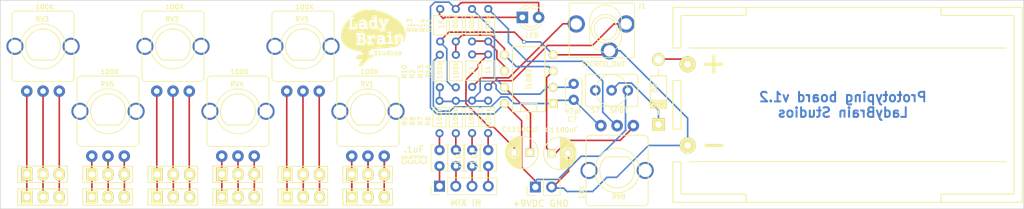
<source format=kicad_pcb>
(kicad_pcb (version 20170123) (host pcbnew "(2017-03-19 revision 2637835)-master")

  (general
    (links 80)
    (no_connects 0)
    (area 99.949999 79.121999 260.050001 115.029373)
    (thickness 1.6)
    (drawings 5)
    (tracks 260)
    (zones 0)
    (modules 47)
    (nets 42)
  )

  (page A4)
  (layers
    (0 F.Cu signal)
    (31 B.Cu signal)
    (32 B.Adhes user)
    (33 F.Adhes user)
    (34 B.Paste user)
    (35 F.Paste user)
    (36 B.SilkS user)
    (37 F.SilkS user)
    (38 B.Mask user)
    (39 F.Mask user)
    (40 Dwgs.User user)
    (41 Cmts.User user)
    (42 Eco1.User user hide)
    (43 Eco2.User user)
    (44 Edge.Cuts user)
    (45 Margin user)
    (46 B.CrtYd user)
    (47 F.CrtYd user)
    (48 B.Fab user)
    (49 F.Fab user hide)
  )

  (setup
    (last_trace_width 0.25)
    (trace_clearance 0.2)
    (zone_clearance 0.508)
    (zone_45_only no)
    (trace_min 0.2)
    (segment_width 0.2)
    (edge_width 0.1)
    (via_size 0.6)
    (via_drill 0.4)
    (via_min_size 0.4)
    (via_min_drill 0.3)
    (uvia_size 0.3)
    (uvia_drill 0.1)
    (uvias_allowed no)
    (uvia_min_size 0.2)
    (uvia_min_drill 0.1)
    (pcb_text_width 0.3)
    (pcb_text_size 1.5 1.5)
    (mod_edge_width 0.15)
    (mod_text_size 0.75 0.75)
    (mod_text_width 0.125)
    (pad_size 2.5 2.5)
    (pad_drill 1)
    (pad_to_mask_clearance 0)
    (aux_axis_origin 100.01 79.18)
    (visible_elements FFFFFF7F)
    (pcbplotparams
      (layerselection 0x010fc_80000001)
      (usegerberextensions true)
      (excludeedgelayer true)
      (linewidth 0.100000)
      (plotframeref false)
      (viasonmask false)
      (mode 1)
      (useauxorigin true)
      (hpglpennumber 1)
      (hpglpenspeed 20)
      (hpglpendiameter 15)
      (psnegative false)
      (psa4output false)
      (plotreference true)
      (plotvalue true)
      (plotinvisibletext false)
      (padsonsilk false)
      (subtractmaskfromsilk false)
      (outputformat 1)
      (mirror false)
      (drillshape 0)
      (scaleselection 1)
      (outputdirectory /Users/Drc3p0/Desktop/CMOSworkshopGIT/CMOSworkshop/))
  )

  (net 0 "")
  (net 1 "Net-(D1-Pad1)")
  (net 2 VCC)
  (net 3 "Net-(D2-Pad2)")
  (net 4 "Net-(D2-Pad1)")
  (net 5 GND)
  (net 6 MIXOUTA)
  (net 7 MIXOUTB)
  (net 8 "Net-(P1-Pad1)")
  (net 9 "Net-(P1-Pad2)")
  (net 10 "Net-(P1-Pad3)")
  (net 11 "Net-(P3-Pad1)")
  (net 12 "Net-(P3-Pad2)")
  (net 13 "Net-(P3-Pad3)")
  (net 14 "Net-(P5-Pad1)")
  (net 15 "Net-(P5-Pad2)")
  (net 16 "Net-(P5-Pad3)")
  (net 17 MIX4)
  (net 18 MIX3)
  (net 19 MIX2)
  (net 20 MIX1)
  (net 21 "Net-(S7-Pad1)")
  (net 22 "Net-(C1-Pad+)")
  (net 23 "Net-(C7-Pad1)")
  (net 24 "Net-(C7-Pad2)")
  (net 25 "Net-(C13-Pad+)")
  (net 26 "Net-(C13-Pad-)")
  (net 27 "Net-(R11-Pad1)")
  (net 28 "Net-(R11-Pad2)")
  (net 29 "Net-(C2-Pad1)")
  (net 30 "Net-(C3-Pad1)")
  (net 31 "Net-(C4-Pad1)")
  (net 32 "Net-(C5-Pad1)")
  (net 33 "Net-(P2-Pad1)")
  (net 34 "Net-(P2-Pad2)")
  (net 35 "Net-(P2-Pad3)")
  (net 36 "Net-(P4-Pad1)")
  (net 37 "Net-(P4-Pad2)")
  (net 38 "Net-(P4-Pad3)")
  (net 39 "Net-(P6-Pad1)")
  (net 40 "Net-(P6-Pad2)")
  (net 41 "Net-(P6-Pad3)")

  (net_class Default "This is the default net class."
    (clearance 0.2)
    (trace_width 0.25)
    (via_dia 0.6)
    (via_drill 0.4)
    (uvia_dia 0.3)
    (uvia_drill 0.1)
    (add_net GND)
    (add_net MIX1)
    (add_net MIX2)
    (add_net MIX3)
    (add_net MIX4)
    (add_net MIXOUTA)
    (add_net MIXOUTB)
    (add_net "Net-(C1-Pad+)")
    (add_net "Net-(C13-Pad+)")
    (add_net "Net-(C13-Pad-)")
    (add_net "Net-(C2-Pad1)")
    (add_net "Net-(C3-Pad1)")
    (add_net "Net-(C4-Pad1)")
    (add_net "Net-(C5-Pad1)")
    (add_net "Net-(C7-Pad1)")
    (add_net "Net-(C7-Pad2)")
    (add_net "Net-(D1-Pad1)")
    (add_net "Net-(D2-Pad1)")
    (add_net "Net-(D2-Pad2)")
    (add_net "Net-(P1-Pad1)")
    (add_net "Net-(P1-Pad2)")
    (add_net "Net-(P1-Pad3)")
    (add_net "Net-(P2-Pad1)")
    (add_net "Net-(P2-Pad2)")
    (add_net "Net-(P2-Pad3)")
    (add_net "Net-(P3-Pad1)")
    (add_net "Net-(P3-Pad2)")
    (add_net "Net-(P3-Pad3)")
    (add_net "Net-(P4-Pad1)")
    (add_net "Net-(P4-Pad2)")
    (add_net "Net-(P4-Pad3)")
    (add_net "Net-(P5-Pad1)")
    (add_net "Net-(P5-Pad2)")
    (add_net "Net-(P5-Pad3)")
    (add_net "Net-(P6-Pad1)")
    (add_net "Net-(P6-Pad2)")
    (add_net "Net-(P6-Pad3)")
    (add_net "Net-(R11-Pad1)")
    (add_net "Net-(R11-Pad2)")
    (add_net "Net-(S7-Pad1)")
    (add_net VCC)
  )

  (module Prototyping_PCB:Pin_Header_Straight_1x04_Pitch2.54mm (layer F.Cu) (tedit 58CE2CC7) (tstamp 58CE24A2)
    (at 168.6687 108.23194 90)
    (descr "Through hole straight pin header, 1x04, 2.54mm pitch, single row")
    (tags "Through hole pin header THT 1x04 2.54mm single row")
    (path /58A533F5)
    (fp_text reference P18 (at 0 -2.33 90) (layer F.SilkS) hide
      (effects (font (size 1 1) (thickness 0.15)))
    )
    (fp_text value "MIX IN" (at -2.62128 4.13258 180) (layer F.SilkS)
      (effects (font (size 1 1) (thickness 0.15)))
    )
    (fp_line (start -1.27 -1.27) (end -1.27 8.89) (layer F.Fab) (width 0.1))
    (fp_line (start -1.27 8.89) (end 1.27 8.89) (layer F.Fab) (width 0.1))
    (fp_line (start 1.27 8.89) (end 1.27 -1.27) (layer F.Fab) (width 0.1))
    (fp_line (start 1.27 -1.27) (end -1.27 -1.27) (layer F.Fab) (width 0.1))
    (fp_line (start -1.33 1.27) (end -1.33 8.95) (layer F.SilkS) (width 0.12))
    (fp_line (start -1.33 8.95) (end 1.33 8.95) (layer F.SilkS) (width 0.12))
    (fp_line (start 1.33 8.95) (end 1.33 1.27) (layer F.SilkS) (width 0.12))
    (fp_line (start 1.33 1.27) (end -1.33 1.27) (layer F.SilkS) (width 0.12))
    (fp_line (start -1.33 0) (end -1.33 -1.33) (layer F.SilkS) (width 0.12))
    (fp_line (start -1.33 -1.33) (end 0 -1.33) (layer F.SilkS) (width 0.12))
    (fp_line (start -1.8 -1.8) (end -1.8 9.4) (layer F.CrtYd) (width 0.05))
    (fp_line (start -1.8 9.4) (end 1.8 9.4) (layer F.CrtYd) (width 0.05))
    (fp_line (start 1.8 9.4) (end 1.8 -1.8) (layer F.CrtYd) (width 0.05))
    (fp_line (start 1.8 -1.8) (end -1.8 -1.8) (layer F.CrtYd) (width 0.05))
    (fp_text user %R (at 0 -2.33 90) (layer F.Fab)
      (effects (font (size 1 1) (thickness 0.15)))
    )
    (pad 1 thru_hole rect (at 0 0 90) (size 1.7 1.7) (drill 1) (layers *.Cu *.Mask)
      (net 17 MIX4))
    (pad 2 thru_hole oval (at 0 2.54 90) (size 1.7 1.7) (drill 1) (layers *.Cu *.Mask)
      (net 18 MIX3))
    (pad 3 thru_hole oval (at 0 5.08 90) (size 1.7 1.7) (drill 1) (layers *.Cu *.Mask)
      (net 19 MIX2))
    (pad 4 thru_hole oval (at 0 7.62 90) (size 1.7 1.7) (drill 1) (layers *.Cu *.Mask)
      (net 20 MIX1))
    (model ${KISYS3DMOD}/Pin_Headers.3dshapes/Pin_Header_Straight_1x04_Pitch2.54mm.wrl
      (at (xyz 0 -0.15 0))
      (scale (xyz 1 1 1))
      (rotate (xyz 0 0 90))
    )
  )

  (module Prototyping_PCB:LadyBrainSilk (layer F.Cu) (tedit 0) (tstamp 58BDCD0F)
    (at 158.33852 85.0519)
    (fp_text reference G*** (at 0 0) (layer F.SilkS) hide
      (effects (font (thickness 0.3)))
    )
    (fp_text value LOGO (at 0.75 0) (layer F.SilkS) hide
      (effects (font (thickness 0.3)))
    )
    (fp_poly (pts (xy -0.476937 -4.427285) (xy -0.300516 -4.419449) (xy -0.130282 -4.40738) (xy 0.028571 -4.391134)
      (xy 0.0635 -4.386741) (xy 0.430459 -4.327355) (xy 0.803214 -4.24485) (xy 1.179462 -4.140183)
      (xy 1.556897 -4.014309) (xy 1.933214 -3.868182) (xy 2.306109 -3.70276) (xy 2.673278 -3.518996)
      (xy 3.032416 -3.317846) (xy 3.381217 -3.100266) (xy 3.70205 -2.878386) (xy 3.816015 -2.794226)
      (xy 3.912692 -2.71937) (xy 3.996342 -2.649674) (xy 4.071227 -2.580997) (xy 4.141608 -2.509197)
      (xy 4.211746 -2.430132) (xy 4.285902 -2.339659) (xy 4.368339 -2.233638) (xy 4.376837 -2.2225)
      (xy 4.532266 -2.009239) (xy 4.666367 -1.804807) (xy 4.780481 -1.606578) (xy 4.875947 -1.411924)
      (xy 4.954106 -1.218216) (xy 5.016298 -1.022827) (xy 5.044018 -0.9144) (xy 5.05735 -0.83896)
      (xy 5.067051 -0.745898) (xy 5.073073 -0.641523) (xy 5.075366 -0.532149) (xy 5.073882 -0.424087)
      (xy 5.068572 -0.323647) (xy 5.059387 -0.237141) (xy 5.049679 -0.18415) (xy 4.989625 0.01526)
      (xy 4.905131 0.208574) (xy 4.796648 0.394769) (xy 4.79315 0.40005) (xy 4.748783 0.465582)
      (xy 4.714512 0.512617) (xy 4.687309 0.544407) (xy 4.664145 0.564199) (xy 4.641991 0.575244)
      (xy 4.625975 0.579413) (xy 4.584699 0.587374) (xy 4.584118 0.500062) (xy 4.582698 0.389163)
      (xy 4.58001 0.276126) (xy 4.57624 0.164332) (xy 4.571575 0.057162) (xy 4.5662 -0.042002)
      (xy 4.560301 -0.129779) (xy 4.554065 -0.202787) (xy 4.547678 -0.257646) (xy 4.541325 -0.290973)
      (xy 4.540426 -0.293795) (xy 4.499597 -0.372569) (xy 4.437078 -0.439886) (xy 4.354754 -0.493746)
      (xy 4.349559 -0.496342) (xy 4.301482 -0.517791) (xy 4.257107 -0.531219) (xy 4.206052 -0.539102)
      (xy 4.15339 -0.543079) (xy 4.056878 -0.542587) (xy 3.963303 -0.531091) (xy 3.879772 -0.509911)
      (xy 3.813394 -0.48037) (xy 3.812212 -0.479655) (xy 3.780008 -0.463533) (xy 3.756183 -0.462614)
      (xy 3.742362 -0.468199) (xy 3.717863 -0.473803) (xy 3.673626 -0.477501) (xy 3.61523 -0.479406)
      (xy 3.548258 -0.479627) (xy 3.478289 -0.478278) (xy 3.410905 -0.475469) (xy 3.351686 -0.471312)
      (xy 3.306214 -0.465919) (xy 3.280069 -0.459401) (xy 3.279167 -0.458939) (xy 3.248279 -0.428522)
      (xy 3.230229 -0.382046) (xy 3.226101 -0.325967) (xy 3.236981 -0.266742) (xy 3.243774 -0.248265)
      (xy 3.268861 -0.207647) (xy 3.305293 -0.185231) (xy 3.358483 -0.177838) (xy 3.363654 -0.1778)
      (xy 3.414278 -0.1778) (xy 3.42127 -0.098425) (xy 3.423564 -0.063187) (xy 3.426221 -0.007222)
      (xy 3.429064 0.064806) (xy 3.431918 0.148227) (xy 3.434607 0.238377) (xy 3.436107 0.295275)
      (xy 3.443951 0.6096) (xy 3.398973 0.6096) (xy 3.339006 0.618347) (xy 3.29427 0.643392)
      (xy 3.278183 0.662584) (xy 3.266794 0.696962) (xy 3.26243 0.745074) (xy 3.264883 0.796305)
      (xy 3.27394 0.840042) (xy 3.282042 0.857647) (xy 3.295607 0.87631) (xy 3.310896 0.890344)
      (xy 3.331372 0.900257) (xy 3.360494 0.906554) (xy 3.401723 0.909742) (xy 3.458519 0.910328)
      (xy 3.534344 0.908818) (xy 3.614583 0.906323) (xy 3.711873 0.902697) (xy 3.786937 0.898402)
      (xy 3.842947 0.892401) (xy 3.883076 0.883656) (xy 3.910496 0.87113) (xy 3.928378 0.853785)
      (xy 3.939895 0.830583) (xy 3.948218 0.800487) (xy 3.949027 0.796925) (xy 3.954047 0.734649)
      (xy 3.941961 0.679561) (xy 3.915492 0.635881) (xy 3.87736 0.607831) (xy 3.830287 0.599635)
      (xy 3.822373 0.600413) (xy 3.775836 0.606655) (xy 3.767551 0.350952) (xy 3.764925 0.264597)
      (xy 3.762639 0.17925) (xy 3.760833 0.101045) (xy 3.759651 0.036115) (xy 3.759233 -0.008536)
      (xy 3.7592 -0.112321) (xy 3.809903 -0.155722) (xy 3.858758 -0.190265) (xy 3.9149 -0.214259)
      (xy 3.984937 -0.230001) (xy 4.044212 -0.237196) (xy 4.120119 -0.237879) (xy 4.175443 -0.223799)
      (xy 4.210293 -0.194918) (xy 4.218612 -0.178992) (xy 4.221953 -0.159142) (xy 4.225825 -0.117632)
      (xy 4.230043 -0.058194) (xy 4.234426 0.015442) (xy 4.238792 0.099546) (xy 4.242957 0.190386)
      (xy 4.24674 0.284232) (xy 4.249957 0.377353) (xy 4.252427 0.466018) (xy 4.253918 0.542925)
      (xy 4.251533 0.571583) (xy 4.23951 0.582741) (xy 4.223347 0.5842) (xy 4.171368 0.594991)
      (xy 4.130871 0.624029) (xy 4.103113 0.66631) (xy 4.08935 0.716833) (xy 4.090837 0.770593)
      (xy 4.108829 0.822587) (xy 4.144582 0.867813) (xy 4.150835 0.873125) (xy 4.174476 0.881842)
      (xy 4.21598 0.887471) (xy 4.256927 0.889) (xy 4.300043 0.890278) (xy 4.330974 0.893635)
      (xy 4.343223 0.898354) (xy 4.343234 0.898525) (xy 4.333195 0.910791) (xy 4.306126 0.933815)
      (xy 4.266295 0.964511) (xy 4.21797 0.999794) (xy 4.165419 1.036582) (xy 4.112911 1.071788)
      (xy 4.064712 1.10233) (xy 4.04495 1.114087) (xy 3.867935 1.205193) (xy 3.667698 1.287213)
      (xy 3.444795 1.359986) (xy 3.199782 1.42335) (xy 2.933219 1.477146) (xy 2.645661 1.521211)
      (xy 2.6289 1.523394) (xy 2.516559 1.53731) (xy 2.402629 1.550171) (xy 2.284165 1.562218)
      (xy 2.158222 1.573689) (xy 2.021855 1.584825) (xy 1.872121 1.595863) (xy 1.706074 1.607045)
      (xy 1.520769 1.618609) (xy 1.313263 1.630794) (xy 1.2954 1.631816) (xy 1.059657 1.645655)
      (xy 0.844336 1.659093) (xy 0.650028 1.672084) (xy 0.477323 1.684578) (xy 0.326811 1.696528)
      (xy 0.199083 1.707886) (xy 0.094729 1.718605) (xy 0.014339 1.728635) (xy -0.041496 1.73793)
      (xy -0.05715 1.741517) (xy -0.092104 1.752794) (xy -0.141347 1.771429) (xy -0.196143 1.794054)
      (xy -0.2159 1.802684) (xy -0.280865 1.830056) (xy -0.353484 1.85839) (xy -0.419578 1.882183)
      (xy -0.428465 1.885157) (xy -0.470908 1.899835) (xy -0.505933 1.914897) (xy -0.534756 1.932973)
      (xy -0.558592 1.956693) (xy -0.578659 1.988689) (xy -0.596171 2.03159) (xy -0.612344 2.088026)
      (xy -0.628394 2.160629) (xy -0.645537 2.252028) (xy -0.664988 2.364854) (xy -0.673462 2.415236)
      (xy -0.687561 2.499635) (xy -0.70014 2.575612) (xy -0.710621 2.63961) (xy -0.718423 2.688073)
      (xy -0.722967 2.717447) (xy -0.7239 2.724691) (xy -0.712134 2.729105) (xy -0.679445 2.728686)
      (xy -0.629745 2.723922) (xy -0.566949 2.715296) (xy -0.494971 2.703296) (xy -0.417724 2.688407)
      (xy -0.397558 2.684186) (xy -0.316602 2.668343) (xy -0.254717 2.660221) (xy -0.206709 2.660042)
      (xy -0.167381 2.668026) (xy -0.131539 2.684394) (xy -0.112545 2.696298) (xy -0.069315 2.739118)
      (xy -0.046355 2.792946) (xy -0.043836 2.853262) (xy -0.061925 2.915546) (xy -0.100793 2.975279)
      (xy -0.102052 2.976723) (xy -0.151052 3.018942) (xy -0.223252 3.061484) (xy -0.316475 3.103498)
      (xy -0.428548 3.14413) (xy -0.557297 3.182529) (xy -0.700546 3.21784) (xy -0.737452 3.225891)
      (xy -0.871654 3.254448) (xy -0.936803 3.389349) (xy -0.971351 3.456626) (xy -1.011446 3.528186)
      (xy -1.051043 3.59349) (xy -1.072439 3.62585) (xy -1.113346 3.680898) (xy -1.167121 3.747399)
      (xy -1.230802 3.822187) (xy -1.301429 3.902094) (xy -1.376039 3.983955) (xy -1.451673 4.064603)
      (xy -1.525367 4.140871) (xy -1.594162 4.209594) (xy -1.655095 4.267603) (xy -1.705206 4.311734)
      (xy -1.735646 4.335008) (xy -1.824071 4.384257) (xy -1.916611 4.416947) (xy -2.008249 4.432222)
      (xy -2.093968 4.429222) (xy -2.165609 4.408547) (xy -2.210381 4.378971) (xy -2.236881 4.337108)
      (xy -2.247465 4.278723) (xy -2.2479 4.260519) (xy -2.245626 4.224663) (xy -2.238148 4.184272)
      (xy -2.224483 4.13692) (xy -2.203649 4.080179) (xy -2.17466 4.011621) (xy -2.136536 3.92882)
      (xy -2.088292 3.829346) (xy -2.028946 3.710774) (xy -2.01059 3.674577) (xy -1.966088 3.586793)
      (xy -1.925532 3.506353) (xy -1.890299 3.436027) (xy -1.861767 3.378582) (xy -1.841316 3.336786)
      (xy -1.830322 3.313409) (xy -1.8288 3.309452) (xy -1.840705 3.304901) (xy -1.873358 3.301996)
      (xy -1.922172 3.300617) (xy -1.982556 3.300642) (xy -2.049922 3.301951) (xy -2.119681 3.304421)
      (xy -2.187242 3.307934) (xy -2.248017 3.312366) (xy -2.297417 3.317598) (xy -2.327071 3.322591)
      (xy -2.426317 3.337329) (xy -2.517796 3.336036) (xy -2.599397 3.320343) (xy -2.66901 3.291877)
      (xy -2.724523 3.252268) (xy -2.763826 3.203145) (xy -2.784806 3.146138) (xy -2.785353 3.082875)
      (xy -2.763356 3.014986) (xy -2.752319 2.994428) (xy -2.708914 2.936425) (xy -2.647102 2.875323)
      (xy -2.572766 2.815444) (xy -2.491789 2.76111) (xy -2.410056 2.716644) (xy -2.333451 2.686367)
      (xy -2.332595 2.686109) (xy -2.25243 2.669298) (xy -2.150811 2.659914) (xy -2.030611 2.658077)
      (xy -1.894703 2.663908) (xy -1.862326 2.666284) (xy -1.795764 2.671032) (xy -1.738517 2.674187)
      (xy -1.695193 2.675568) (xy -1.670403 2.674994) (xy -1.666468 2.674001) (xy -1.665029 2.658844)
      (xy -1.668067 2.625882) (xy -1.674924 2.582181) (xy -1.675102 2.581208) (xy -1.709305 2.460848)
      (xy -1.765584 2.3522) (xy -1.844209 2.254942) (xy -1.945446 2.168751) (xy -2.069563 2.093303)
      (xy -2.086912 2.084506) (xy -2.221891 2.017427) (xy -2.365071 2.026163) (xy -2.557393 2.026886)
      (xy -2.760276 2.006733) (xy -2.970664 1.966272) (xy -3.185498 1.906066) (xy -3.366797 1.840792)
      (xy -3.596252 1.739649) (xy -3.820724 1.621039) (xy -4.035781 1.487817) (xy -4.236989 1.342838)
      (xy -4.419918 1.188957) (xy -4.505054 1.10766) (xy -4.644534 0.95926) (xy -4.761368 0.814779)
      (xy -4.857323 0.671122) (xy -4.934166 0.525194) (xy -4.993663 0.373899) (xy -5.03758 0.214141)
      (xy -5.05021 0.1524) (xy -5.058456 0.092292) (xy -5.065028 0.01241) (xy -5.069881 -0.081893)
      (xy -5.07297 -0.185265) (xy -5.074251 -0.292351) (xy -5.073679 -0.397799) (xy -5.071209 -0.496255)
      (xy -5.066798 -0.582366) (xy -5.060399 -0.650779) (xy -5.057833 -0.668047) (xy -2.730222 -0.668047)
      (xy -2.723415 -0.623293) (xy -2.706324 -0.577564) (xy -2.683062 -0.539047) (xy -2.657743 -0.515928)
      (xy -2.652754 -0.51386) (xy -2.622758 -0.5068) (xy -2.580366 -0.499576) (xy -2.559509 -0.496757)
      (xy -2.49555 -0.48895) (xy -2.486926 -0.2413) (xy -2.484446 -0.160262) (xy -2.481928 -0.060297)
      (xy -2.479504 0.052123) (xy -2.477305 0.170525) (xy -2.475459 0.288438) (xy -2.474226 0.38735)
      (xy -2.47015 0.76835) (xy -2.53365 0.77583) (xy -2.587522 0.784219) (xy -2.622683 0.796176)
      (xy -2.645822 0.815023) (xy -2.66112 0.839108) (xy -2.676916 0.89045) (xy -2.677902 0.947523)
      (xy -2.665545 1.002325) (xy -2.64131 1.046857) (xy -2.619376 1.066828) (xy -2.595791 1.072839)
      (xy -2.548592 1.075808) (xy -2.477197 1.075754) (xy -2.40665 1.073713) (xy -2.335629 1.071248)
      (xy -2.246268 1.068429) (xy -2.145625 1.065463) (xy -2.040754 1.062555) (xy -1.938711 1.059912)
      (xy -1.91135 1.059241) (xy -1.786873 1.055389) (xy -1.684411 1.049871) (xy -1.600595 1.04184)
      (xy -1.532054 1.030452) (xy -1.475417 1.014859) (xy -1.427314 0.994216) (xy -1.384374 0.967676)
      (xy -1.343226 0.934393) (xy -1.317239 0.910101) (xy -1.253147 0.834123) (xy -1.207794 0.747745)
      (xy -1.180297 0.648256) (xy -1.169773 0.532944) (xy -1.170945 0.460832) (xy -1.175868 0.39135)
      (xy -1.183977 0.338665) (xy -1.196944 0.29422) (xy -1.209342 0.264445) (xy -1.244784 0.200734)
      (xy -1.288065 0.143687) (xy -1.333887 0.099448) (xy -1.371738 0.076143) (xy -1.401113 0.061046)
      (xy -1.407042 0.046051) (xy -1.390705 0.025037) (xy -1.382984 0.017858) (xy -1.335687 -0.040883)
      (xy -1.301048 -0.117677) (xy -1.28225 -0.199123) (xy -1.005641 -0.199123) (xy -0.999388 -0.148658)
      (xy -0.985097 -0.111024) (xy -0.952827 -0.07904) (xy -0.909753 -0.057124) (xy -0.868048 -0.051249)
      (xy -0.836859 -0.052633) (xy -0.811053 -0.052263) (xy -0.777556 -0.0508) (xy -0.769716 0.263525)
      (xy -0.767271 0.355422) (xy -0.764646 0.4434) (xy -0.762002 0.522808) (xy -0.759499 0.588999)
      (xy -0.757299 0.637321) (xy -0.756159 0.656236) (xy -0.750441 0.734622) (xy -0.825716 0.732436)
      (xy -0.870689 0.732652) (xy -0.899729 0.73834) (xy -0.92215 0.752176) (xy -0.934488 0.76368)
      (xy -0.962761 0.807407) (xy -0.97564 0.861393) (xy -0.97351 0.917923) (xy -0.956756 0.969284)
      (xy -0.925763 1.007763) (xy -0.922175 1.01041) (xy -0.911465 1.015694) (xy -0.894465 1.019734)
      (xy -0.868493 1.022601) (xy -0.830866 1.024363) (xy -0.7789 1.02509) (xy -0.709914 1.024852)
      (xy -0.621225 1.023718) (xy -0.510148 1.021757) (xy -0.4953 1.021472) (xy -0.395136 1.019187)
      (xy -0.301623 1.016392) (xy -0.218202 1.013243) (xy -0.148314 1.009892) (xy -0.095397 1.006494)
      (xy -0.062891 1.003203) (xy -0.055843 1.001799) (xy -0.005924 0.975325) (xy 0.02816 0.934617)
      (xy 0.045827 0.885365) (xy 0.046493 0.833261) (xy 0.029575 0.783996) (xy -0.005508 0.74326)
      (xy -0.027905 0.728954) (xy -0.04802 0.720528) (xy -0.072518 0.715304) (xy -0.106329 0.713009)
      (xy -0.154385 0.71337) (xy -0.221615 0.716114) (xy -0.241652 0.717122) (xy -0.415225 0.726065)
      (xy -0.423423 0.639257) (xy -0.426411 0.594414) (xy -0.427416 0.569302) (xy 0.526474 0.569302)
      (xy 0.540312 0.666652) (xy 0.570498 0.75845) (xy 0.582133 0.782815) (xy 0.63731 0.863043)
      (xy 0.71078 0.927535) (xy 0.800438 0.97569) (xy 0.904179 1.006906) (xy 1.019897 1.020582)
      (xy 1.145487 1.016117) (xy 1.278843 0.99291) (xy 1.299574 0.987726) (xy 1.353034 0.971157)
      (xy 1.400504 0.951732) (xy 1.432998 0.933182) (xy 1.435173 0.931439) (xy 1.471346 0.901001)
      (xy 1.503936 0.93359) (xy 1.516919 0.945921) (xy 1.530075 0.95459) (xy 1.547748 0.960145)
      (xy 1.574284 0.963135) (xy 1.614027 0.964108) (xy 1.67132 0.963611) (xy 1.733192 0.962514)
      (xy 1.807957 0.960973) (xy 1.861696 0.959116) (xy 1.89878 0.956246) (xy 1.923582 0.951665)
      (xy 1.940471 0.944676) (xy 1.95382 0.93458) (xy 1.962828 0.925862) (xy 1.991797 0.881055)
      (xy 2.004171 0.826573) (xy 2.000793 0.772535) (xy 2.070272 0.772535) (xy 2.07546 0.833293)
      (xy 2.104335 0.888667) (xy 2.110074 0.895544) (xy 2.150048 0.941072) (xy 2.583149 0.932855)
      (xy 2.687736 0.930554) (xy 2.786031 0.927789) (xy 2.874683 0.924701) (xy 2.950341 0.92143)
      (xy 3.009656 0.918116) (xy 3.049277 0.914899) (xy 3.063531 0.912772) (xy 3.115737 0.887999)
      (xy 3.152205 0.846848) (xy 3.170843 0.794362) (xy 3.169558 0.735585) (xy 3.155058 0.692066)
      (xy 3.136766 0.662862) (xy 3.11148 0.642803) (xy 3.074887 0.630585) (xy 3.022673 0.624904)
      (xy 2.950525 0.624455) (xy 2.932839 0.624893) (xy 2.80035 0.62865) (xy 2.784723 0.095951)
      (xy 2.78041 -0.044151) (xy 2.776358 -0.160502) (xy 2.772469 -0.254749) (xy 2.76865 -0.328537)
      (xy 2.764803 -0.383513) (xy 2.760835 -0.421324) (xy 2.756649 -0.443616) (xy 2.752973 -0.451482)
      (xy 2.738711 -0.456723) (xy 2.708094 -0.460045) (xy 2.658967 -0.461504) (xy 2.589171 -0.461156)
      (xy 2.49655 -0.459055) (xy 2.478618 -0.458534) (xy 2.220386 -0.45085) (xy 2.183343 -0.409375)
      (xy 2.159016 -0.376395) (xy 2.148266 -0.341883) (xy 2.1463 -0.305504) (xy 2.149231 -0.262582)
      (xy 2.161584 -0.231282) (xy 2.188697 -0.198155) (xy 2.189074 -0.197755) (xy 2.210727 -0.175768)
      (xy 2.229486 -0.162362) (xy 2.252404 -0.155413) (xy 2.286529 -0.1528) (xy 2.338913 -0.152401)
      (xy 2.339735 -0.1524) (xy 2.447622 -0.1524) (xy 2.456954 0.235823) (xy 2.459002 0.332686)
      (xy 2.460338 0.421282) (xy 2.460956 0.498446) (xy 2.460852 0.561013) (xy 2.46002 0.605817)
      (xy 2.458455 0.629694) (xy 2.457601 0.632698) (xy 2.442104 0.6362) (xy 2.406721 0.639084)
      (xy 2.356963 0.641021) (xy 2.307133 0.641677) (xy 2.23287 0.643105) (xy 2.179306 0.647974)
      (xy 2.141816 0.657752) (xy 2.115774 0.673911) (xy 2.096556 0.697922) (xy 2.089281 0.710945)
      (xy 2.070272 0.772535) (xy 2.000793 0.772535) (xy 2.000621 0.769791) (xy 1.981819 0.718083)
      (xy 1.948436 0.678823) (xy 1.939801 0.67295) (xy 1.902727 0.657253) (xy 1.858877 0.654773)
      (xy 1.841411 0.656427) (xy 1.7818 0.663487) (xy 1.772538 0.304404) (xy 1.76945 0.193823)
      (xy 1.766348 0.105279) (xy 1.762972 0.035409) (xy 1.759065 -0.019151) (xy 1.754369 -0.061762)
      (xy 1.748626 -0.095786) (xy 1.741579 -0.124588) (xy 1.738978 -0.133345) (xy 1.697781 -0.228013)
      (xy 1.637049 -0.307461) (xy 1.556093 -0.372347) (xy 1.454228 -0.423329) (xy 1.42434 -0.434351)
      (xy 1.338168 -0.454612) (xy 1.23621 -0.463125) (xy 1.12492 -0.460414) (xy 1.01075 -0.447)
      (xy 0.900155 -0.423407) (xy 0.799588 -0.390158) (xy 0.780808 -0.382202) (xy 0.72196 -0.352505)
      (xy 0.664752 -0.317272) (xy 0.615069 -0.280709) (xy 0.578796 -0.247026) (xy 0.564674 -0.22768)
      (xy 0.54787 -0.170236) (xy 0.552709 -0.111909) (xy 0.576936 -0.059087) (xy 0.618297 -0.018153)
      (xy 0.643431 -0.004662) (xy 0.680259 0.006548) (xy 0.715796 0.0062) (xy 0.756091 -0.00718)
      (xy 0.807192 -0.035063) (xy 0.83185 -0.050502) (xy 0.913884 -0.096203) (xy 0.99836 -0.127852)
      (xy 1.095344 -0.149036) (xy 1.117799 -0.152429) (xy 1.206388 -0.158821) (xy 1.278142 -0.149388)
      (xy 1.336919 -0.123042) (xy 1.386574 -0.078689) (xy 1.389137 -0.075682) (xy 1.411925 -0.046805)
      (xy 1.422174 -0.026366) (xy 1.417471 -0.012919) (xy 1.395408 -0.005016) (xy 1.353572 -0.001208)
      (xy 1.289553 -0.000049) (xy 1.263114 0) (xy 1.115202 0.006353) (xy 0.986274 0.026194)
      (xy 0.873098 0.060692) (xy 0.772445 0.111018) (xy 0.681084 0.178342) (xy 0.626125 0.230758)
      (xy 0.57881 0.297129) (xy 0.546147 0.379222) (xy 0.528561 0.471719) (xy 0.526474 0.569302)
      (xy -0.427416 0.569302) (xy -0.428926 0.531596) (xy -0.430745 0.458228) (xy -0.43165 0.381735)
      (xy -0.43171 0.359968) (xy -0.4318 0.167486) (xy -0.316545 0.05899) (xy -0.231109 -0.017043)
      (xy -0.158916 -0.071734) (xy -0.099669 -0.105232) (xy -0.053071 -0.117685) (xy -0.018824 -0.109242)
      (xy -0.005565 -0.096324) (xy 0.004852 -0.071925) (xy 0.01435 -0.033017) (xy 0.018272 -0.008174)
      (xy 0.034682 0.063798) (xy 0.063889 0.114853) (xy 0.10696 0.146603) (xy 0.125167 0.153351)
      (xy 0.193389 0.16281) (xy 0.255653 0.147916) (xy 0.313553 0.108242) (xy 0.321673 0.100415)
      (xy 0.371551 0.050537) (xy 0.362748 -0.027265) (xy 0.33986 -0.139169) (xy 0.299788 -0.233748)
      (xy 0.244579 -0.310269) (xy 0.176284 -0.367996) (xy 0.096951 -0.406196) (xy 0.008629 -0.424135)
      (xy -0.086633 -0.421077) (xy -0.186785 -0.396289) (xy -0.28978 -0.349036) (xy -0.376147 -0.292085)
      (xy -0.441954 -0.242401) (xy -0.452954 -0.302176) (xy -0.463955 -0.36195) (xy -0.692353 -0.357447)
      (xy -0.78228 -0.355196) (xy -0.85042 -0.351924) (xy -0.900385 -0.346819) (xy -0.935787 -0.339071)
      (xy -0.960237 -0.327867) (xy -0.977347 -0.312395) (xy -0.99073 -0.291845) (xy -0.991619 -0.290197)
      (xy -1.003195 -0.250245) (xy -1.005641 -0.199123) (xy -1.28225 -0.199123) (xy -1.280215 -0.207936)
      (xy -1.274334 -0.307071) (xy -1.281142 -0.389514) (xy -1.308642 -0.505305) (xy -1.354953 -0.604098)
      (xy -1.420322 -0.686233) (xy -1.504996 -0.752048) (xy -1.569992 -0.786011) (xy -1.578438 -0.78976)
      (xy 2.33887 -0.78976) (xy 2.339932 -0.771967) (xy 2.355323 -0.707035) (xy 2.389764 -0.653813)
      (xy 2.439567 -0.611663) (xy 2.46974 -0.594368) (xy 2.500965 -0.58649) (xy 2.543719 -0.585851)
      (xy 2.55959 -0.586697) (xy 2.624236 -0.59617) (xy 2.671294 -0.616458) (xy 2.675975 -0.619648)
      (xy 2.725539 -0.669148) (xy 2.754883 -0.729355) (xy 2.763417 -0.794892) (xy 2.750552 -0.860378)
      (xy 2.715698 -0.920434) (xy 2.709685 -0.927381) (xy 2.654288 -0.972943) (xy 2.593402 -0.997179)
      (xy 2.531063 -1.001785) (xy 2.471309 -0.988459) (xy 2.418176 -0.958896) (xy 2.3757 -0.914795)
      (xy 2.347919 -0.85785) (xy 2.33887 -0.78976) (xy -1.578438 -0.78976) (xy -1.64465 -0.81915)
      (xy -2.125287 -0.814553) (xy -2.234644 -0.813283) (xy -2.337049 -0.811667) (xy -2.429475 -0.809783)
      (xy -2.508891 -0.807711) (xy -2.572271 -0.805533) (xy -2.616586 -0.803327) (xy -2.638809 -0.801173)
      (xy -2.639637 -0.80098) (xy -2.674159 -0.780649) (xy -2.704714 -0.743996) (xy -2.725177 -0.70001)
      (xy -2.730222 -0.668047) (xy -5.057833 -0.668047) (xy -5.057082 -0.6731) (xy -5.015766 -0.88352)
      (xy -4.966884 -1.078903) (xy -4.908127 -1.266039) (xy -4.837188 -1.451718) (xy -4.751758 -1.64273)
      (xy -4.674994 -1.79705) (xy -4.511573 -2.088972) (xy -4.329025 -2.368093) (xy -4.125232 -2.637463)
      (xy -3.947595 -2.845633) (xy -3.861412 -2.941715) (xy -3.781731 -2.93607) (xy -3.739107 -2.931482)
      (xy -3.707533 -2.925161) (xy -3.694923 -2.919317) (xy -3.693426 -2.905269) (xy -3.69138 -2.868846)
      (xy -3.688877 -2.813065) (xy -3.686012 -2.740941) (xy -3.682878 -2.655492) (xy -3.67957 -2.559734)
      (xy -3.67618 -2.456683) (xy -3.672803 -2.349356) (xy -3.669533 -2.240771) (xy -3.666463 -2.133942)
      (xy -3.663687 -2.031887) (xy -3.6613 -1.937623) (xy -3.659394 -1.854166) (xy -3.658063 -1.784532)
      (xy -3.657403 -1.731739) (xy -3.657357 -1.711325) (xy -3.6576 -1.651) (xy -3.732672 -1.651)
      (xy -3.776582 -1.649676) (xy -3.8043 -1.643492) (xy -3.824987 -1.629131) (xy -3.840622 -1.611926)
      (xy -3.867329 -1.563849) (xy -3.877235 -1.508456) (xy -3.871253 -1.452745) (xy -3.850299 -1.403715)
      (xy -3.815287 -1.368364) (xy -3.80826 -1.364351) (xy -3.792777 -1.358132) (xy -3.771964 -1.353909)
      (xy -3.742277 -1.351615) (xy -3.700173 -1.351182) (xy -3.642108 -1.352544) (xy -3.564538 -1.355632)
      (xy -3.502074 -1.358529) (xy -3.403588 -1.362535) (xy -3.288793 -1.366051) (xy -3.166781 -1.368869)
      (xy -3.046641 -1.370784) (xy -2.937465 -1.371589) (xy -2.92735 -1.371601) (xy -2.839136 -1.372163)
      (xy -2.757019 -1.373663) (xy -2.685198 -1.375948) (xy -2.627872 -1.378863) (xy -2.589241 -1.382255)
      (xy -2.576829 -1.384443) (xy -2.55163 -1.391726) (xy -2.53154 -1.399883) (xy -2.515945 -1.41167)
      (xy -2.504234 -1.429846) (xy -2.495793 -1.457167) (xy -2.490011 -1.496391) (xy -2.486274 -1.550275)
      (xy -2.483969 -1.621577) (xy -2.482485 -1.713054) (xy -2.481351 -1.814167) (xy -2.480875 -1.860879)
      (xy -2.296461 -1.860879) (xy -2.287308 -1.756431) (xy -2.260521 -1.656792) (xy -2.239936 -1.609715)
      (xy -2.183662 -1.525469) (xy -2.109744 -1.458469) (xy -2.019578 -1.409151) (xy -1.91456 -1.377947)
      (xy -1.796085 -1.365292) (xy -1.66555 -1.371621) (xy -1.54305 -1.392954) (xy -1.469608 -1.412281)
      (xy -1.417555 -1.432402) (xy -1.382899 -1.455024) (xy -1.372383 -1.465907) (xy -1.359511 -1.476801)
      (xy -1.344408 -1.473709) (xy -1.319305 -1.454837) (xy -1.317331 -1.45318) (xy -1.301847 -1.440791)
      (xy -1.286693 -1.432126) (xy -1.267354 -1.426632) (xy -1.239314 -1.423754) (xy -1.198056 -1.422938)
      (xy -1.139064 -1.423631) (xy -1.085142 -1.424711) (xy -1.009329 -1.426637) (xy -0.954657 -1.429114)
      (xy -0.916867 -1.43269) (xy -0.8917 -1.437911) (xy -0.874897 -1.445323) (xy -0.864841 -1.452992)
      (xy -0.834549 -1.49626) (xy -0.820608 -1.551062) (xy -0.822896 -1.609598) (xy -0.841286 -1.664073)
      (xy -0.868803 -1.700723) (xy -0.910136 -1.723529) (xy -0.963555 -1.730098) (xy -1.014696 -1.721265)
      (xy -1.027442 -1.718535) (xy -1.03535 -1.723249) (xy -1.039612 -1.73994) (xy -1.041425 -1.773144)
      (xy -1.04197 -1.82477) (xy -1.042652 -1.872261) (xy -1.044221 -1.939219) (xy -1.046508 -2.019731)
      (xy -1.049341 -2.107887) (xy -1.050967 -2.153398) (xy -0.728774 -2.153398) (xy -0.726234 -2.067133)
      (xy -0.71869 -1.991605) (xy -0.711882 -1.9558) (xy -0.671021 -1.840207) (xy -0.604844 -1.726559)
      (xy -0.517175 -1.618947) (xy -0.429614 -1.535288) (xy -0.342946 -1.474864) (xy -0.253295 -1.435961)
      (xy -0.156788 -1.416864) (xy -0.05715 -1.415396) (xy 0.004049 -1.421795) (xy 0.067111 -1.433079)
      (xy 0.118455 -1.446816) (xy 0.118758 -1.446921) (xy 0.166741 -1.465439) (xy 0.211417 -1.485739)
      (xy 0.233947 -1.497981) (xy 0.262262 -1.513656) (xy 0.281021 -1.515592) (xy 0.301547 -1.504514)
      (xy 0.304453 -1.502494) (xy 0.332841 -1.492404) (xy 0.380135 -1.485665) (xy 0.440076 -1.482164)
      (xy 0.506408 -1.481789) (xy 0.572873 -1.484427) (xy 0.633214 -1.489966) (xy 0.681173 -1.498294)
      (xy 0.710494 -1.509298) (xy 0.711191 -1.509793) (xy 0.748437 -1.551618) (xy 0.767724 -1.604826)
      (xy 0.768692 -1.662481) (xy 0.75098 -1.717648) (xy 0.723942 -1.754511) (xy 0.692273 -1.779509)
      (xy 0.656722 -1.789598) (xy 0.631591 -1.7907) (xy 0.575429 -1.7907) (xy 0.567427 -2.009775)
      (xy 0.565318 -2.071171) (xy 0.562677 -2.153826) (xy 0.559628 -2.253607) (xy 0.556292 -2.366382)
      (xy 0.552791 -2.488019) (xy 0.549246 -2.614385) (xy 0.545815 -2.740013) (xy 0.801469 -2.740013)
      (xy 0.808771 -2.682337) (xy 0.833054 -2.634817) (xy 0.871719 -2.601331) (xy 0.922165 -2.585756)
      (xy 0.95927 -2.586953) (xy 0.997791 -2.592875) (xy 1.195783 -2.131574) (xy 1.393776 -1.670273)
      (xy 1.34232 -1.566521) (xy 1.318662 -1.519964) (xy 1.298282 -1.487515) (xy 1.276041 -1.466626)
      (xy 1.246801 -1.454753) (xy 1.205422 -1.449349) (xy 1.146767 -1.447866) (xy 1.102735 -1.4478)
      (xy 1.047247 -1.447162) (xy 1.010746 -1.444346) (xy 0.986833 -1.438002) (xy 0.969108 -1.426776)
      (xy 0.959114 -1.417469) (xy 0.930941 -1.372816) (xy 0.91875 -1.316807) (xy 0.922275 -1.257611)
      (xy 0.941251 -1.203396) (xy 0.967192 -1.16927) (xy 0.975907 -1.162193) (xy 0.98701 -1.156696)
      (xy 1.003415 -1.152642) (xy 1.028039 -1.149897) (xy 1.063795 -1.148324) (xy 1.113598 -1.14779)
      (xy 1.180363 -1.148156) (xy 1.267005 -1.14929) (xy 1.363565 -1.150839) (xy 1.46004 -1.152628)
      (xy 1.549954 -1.154643) (xy 1.629681 -1.156777) (xy 1.695595 -1.158921) (xy 1.74407 -1.160966)
      (xy 1.77148 -1.162804) (xy 1.774059 -1.163129) (xy 1.82079 -1.182133) (xy 1.856298 -1.220085)
      (xy 1.876497 -1.271551) (xy 1.8796 -1.303356) (xy 1.870037 -1.371043) (xy 1.842432 -1.421738)
      (xy 1.798409 -1.453959) (xy 1.739594 -1.466225) (xy 1.703196 -1.464157) (xy 1.648796 -1.456861)
      (xy 1.685814 -1.531706) (xy 1.699202 -1.558936) (xy 1.722359 -1.606218) (xy 1.753928 -1.670772)
      (xy 1.792549 -1.749817) (xy 1.836864 -1.840572) (xy 1.885516 -1.940257) (xy 1.937145 -2.046091)
      (xy 1.968284 -2.109946) (xy 2.213737 -2.613341) (xy 2.270413 -2.619729) (xy 2.329085 -2.636278)
      (xy 2.369835 -2.670804) (xy 2.392873 -2.723521) (xy 2.396969 -2.747845) (xy 2.395669 -2.811984)
      (xy 2.377254 -2.863513) (xy 2.343307 -2.898329) (xy 2.337649 -2.901511) (xy 2.312531 -2.907412)
      (xy 2.266808 -2.911491) (xy 2.205203 -2.913859) (xy 2.132438 -2.914626) (xy 2.053234 -2.913901)
      (xy 1.972315 -2.911794) (xy 1.8944 -2.908415) (xy 1.824214 -2.903874) (xy 1.766478 -2.89828)
      (xy 1.725914 -2.891743) (xy 1.710779 -2.886935) (xy 1.676588 -2.85644) (xy 1.656072 -2.810602)
      (xy 1.650538 -2.756265) (xy 1.661291 -2.70027) (xy 1.670893 -2.678069) (xy 1.701652 -2.642573)
      (xy 1.747951 -2.616103) (xy 1.800225 -2.60381) (xy 1.809342 -2.6035) (xy 1.833434 -2.602221)
      (xy 1.8415 -2.59973) (xy 1.836466 -2.587034) (xy 1.822549 -2.555172) (xy 1.801523 -2.508036)
      (xy 1.775164 -2.449515) (xy 1.745246 -2.3835) (xy 1.713544 -2.313881) (xy 1.681833 -2.244548)
      (xy 1.651887 -2.179393) (xy 1.625483 -2.122305) (xy 1.604394 -2.077175) (xy 1.590396 -2.047892)
      (xy 1.585374 -2.038342) (xy 1.579151 -2.047804) (xy 1.565055 -2.07766) (xy 1.544493 -2.124657)
      (xy 1.518871 -2.185546) (xy 1.489594 -2.257074) (xy 1.474083 -2.295667) (xy 1.443284 -2.372753)
      (xy 1.415497 -2.442298) (xy 1.392162 -2.500701) (xy 1.374717 -2.544361) (xy 1.364601 -2.569677)
      (xy 1.362813 -2.574151) (xy 1.369611 -2.586751) (xy 1.397615 -2.596848) (xy 1.40236 -2.597803)
      (xy 1.450212 -2.61863) (xy 1.490095 -2.657853) (xy 1.515296 -2.708501) (xy 1.517573 -2.717452)
      (xy 1.518075 -2.770181) (xy 1.500752 -2.823289) (xy 1.469515 -2.865559) (xy 1.464474 -2.8698)
      (xy 1.45267 -2.878128) (xy 1.439038 -2.884256) (xy 1.420039 -2.888383) (xy 1.392135 -2.890709)
      (xy 1.351787 -2.891432) (xy 1.295456 -2.890751) (xy 1.219604 -2.888866) (xy 1.157418 -2.887067)
      (xy 1.05904 -2.883856) (xy 0.982886 -2.880255) (xy 0.925784 -2.875497) (xy 0.88456 -2.868814)
      (xy 0.856042 -2.859438) (xy 0.837057 -2.846604) (xy 0.824432 -2.829543) (xy 0.814994 -2.807488)
      (xy 0.81375 -2.803967) (xy 0.801469 -2.740013) (xy 0.545815 -2.740013) (xy 0.545778 -2.741347)
      (xy 0.544709 -2.7813) (xy 0.54054 -2.928826) (xy 0.53652 -3.05214) (xy 0.532585 -3.152431)
      (xy 0.528672 -3.230887) (xy 0.524719 -3.288695) (xy 0.520665 -3.327043) (xy 0.516445 -3.347119)
      (xy 0.514745 -3.350248) (xy 0.503274 -3.357186) (xy 0.482261 -3.360354) (xy 0.447301 -3.359791)
      (xy 0.39399 -3.355539) (xy 0.3559 -3.35171) (xy 0.278769 -3.345756) (xy 0.192376 -3.342397)
      (xy 0.110538 -3.342057) (xy 0.076303 -3.34312) (xy -0.003424 -3.34494) (xy -0.062325 -3.34096)
      (xy -0.104542 -3.330029) (xy -0.134219 -3.311) (xy -0.155501 -3.282725) (xy -0.157929 -3.27819)
      (xy -0.174935 -3.223756) (xy -0.17481 -3.166292) (xy -0.159129 -3.113167) (xy -0.129463 -3.071748)
      (xy -0.110994 -3.058342) (xy -0.08283 -3.050462) (xy -0.03309 -3.044995) (xy 0.034483 -3.042302)
      (xy 0.05715 -3.042091) (xy 0.19685 -3.04165) (xy 0.2032 -2.936199) (xy 0.205723 -2.884286)
      (xy 0.205232 -2.853258) (xy 0.201163 -2.838719) (xy 0.192956 -2.836272) (xy 0.1905 -2.836932)
      (xy 0.167586 -2.844889) (xy 0.131754 -2.857829) (xy 0.1143 -2.864244) (xy 0.049416 -2.881034)
      (xy -0.030095 -2.890913) (xy -0.114263 -2.893304) (xy -0.193118 -2.887632) (xy -0.218463 -2.883471)
      (xy -0.333625 -2.848416) (xy -0.437652 -2.791458) (xy -0.528917 -2.714246) (xy -0.605796 -2.61843)
      (xy -0.666661 -2.50566) (xy -0.707314 -2.3876) (xy -0.71922 -2.322534) (xy -0.726405 -2.241499)
      (xy -0.728774 -2.153398) (xy -1.050967 -2.153398) (xy -1.052553 -2.197775) (xy -1.0531 -2.212179)
      (xy -1.056689 -2.30298) (xy -1.059943 -2.372498) (xy -1.063421 -2.424837) (xy -1.067682 -2.464098)
      (xy -1.073284 -2.494385) (xy -1.080787 -2.5198) (xy -1.090749 -2.544444) (xy -1.101533 -2.567779)
      (xy -1.158155 -2.65948) (xy -1.23246 -2.733968) (xy -1.323049 -2.790796) (xy -1.428522 -2.829513)
      (xy -1.547481 -2.849671) (xy -1.678525 -2.850822) (xy -1.820255 -2.832515) (xy -1.883603 -2.81868)
      (xy -1.976347 -2.792554) (xy -2.054539 -2.761666) (xy -2.129027 -2.721374) (xy -2.165667 -2.697984)
      (xy -2.222811 -2.652986) (xy -2.257449 -2.607312) (xy -2.272259 -2.556968) (xy -2.273253 -2.537456)
      (xy -2.262647 -2.48369) (xy -2.234455 -2.436372) (xy -2.193931 -2.400379) (xy -2.146328 -2.380586)
      (xy -2.103841 -2.380217) (xy -2.073282 -2.391007) (xy -2.031131 -2.41168) (xy -1.988125 -2.436776)
      (xy -1.891485 -2.490108) (xy -1.797753 -2.523538) (xy -1.698162 -2.53972) (xy -1.63996 -2.542212)
      (xy -1.556076 -2.534197) (xy -1.487576 -2.509078) (xy -1.436651 -2.467807) (xy -1.42195 -2.447413)
      (xy -1.405758 -2.418974) (xy -1.39737 -2.400561) (xy -1.397048 -2.3988) (xy -1.409013 -2.395711)
      (xy -1.442089 -2.392271) (xy -1.491994 -2.388799) (xy -1.554448 -2.385614) (xy -1.597025 -2.383942)
      (xy -1.677622 -2.380012) (xy -1.751538 -2.37434) (xy -1.812945 -2.367489) (xy -1.856013 -2.360019)
      (xy -1.862222 -2.358413) (xy -1.951547 -2.325122) (xy -2.038987 -2.278158) (xy -2.119507 -2.22136)
      (xy -2.188069 -2.158567) (xy -2.23964 -2.093617) (xy -2.260507 -2.054803) (xy -2.28764 -1.962786)
      (xy -2.296461 -1.860879) (xy -2.480875 -1.860879) (xy -2.480269 -1.920312) (xy -2.479687 -2.004006)
      (xy -2.479769 -2.068192) (xy -2.480683 -2.115817) (xy -2.482594 -2.149826) (xy -2.485668 -2.173166)
      (xy -2.49007 -2.188781) (xy -2.495967 -2.199616) (xy -2.503525 -2.208619) (xy -2.50357 -2.208667)
      (xy -2.533977 -2.233864) (xy -2.561097 -2.248679) (xy -2.61566 -2.259996) (xy -2.673713 -2.256871)
      (xy -2.728476 -2.241356) (xy -2.77317 -2.215503) (xy -2.801013 -2.181364) (xy -2.80343 -2.175332)
      (xy -2.807623 -2.149386) (xy -2.810206 -2.10416) (xy -2.810992 -2.045737) (xy -2.809797 -1.980197)
      (xy -2.809565 -1.973589) (xy -2.807926 -1.881923) (xy -2.811005 -1.812189) (xy -2.819395 -1.761254)
      (xy -2.833691 -1.725988) (xy -2.854486 -1.703259) (xy -2.861693 -1.698636) (xy -2.886099 -1.691794)
      (xy -2.932422 -1.686934) (xy -3.001768 -1.683984) (xy -3.095243 -1.682871) (xy -3.10515 -1.682859)
      (xy -3.32105 -1.68275) (xy -3.335743 -2.159) (xy -3.339203 -2.274396) (xy -3.34244 -2.38853)
      (xy -3.34535 -2.49728) (xy -3.34783 -2.596526) (xy -3.349776 -2.682146) (xy -3.351084 -2.75002)
      (xy -3.351618 -2.790825) (xy -3.3528 -2.9464) (xy -3.267075 -2.94642) (xy -3.18947 -2.95264)
      (xy -3.131285 -2.972194) (xy -3.089517 -3.006485) (xy -3.068916 -3.039028) (xy -3.052381 -3.098658)
      (xy -3.06073 -3.156361) (xy -3.093462 -3.209332) (xy -3.100713 -3.216967) (xy -3.138858 -3.255112)
      (xy -3.347429 -3.246886) (xy -3.416963 -3.244457) (xy -3.476668 -3.242967) (xy -3.522356 -3.242474)
      (xy -3.549838 -3.243033) (xy -3.556 -3.244101) (xy -3.546559 -3.255621) (xy -3.520326 -3.280274)
      (xy -3.48044 -3.315446) (xy -3.430038 -3.358521) (xy -3.372258 -3.406884) (xy -3.310237 -3.457921)
      (xy -3.247115 -3.509018) (xy -3.186028 -3.557559) (xy -3.130114 -3.600929) (xy -3.10515 -3.619803)
      (xy -2.875105 -3.783768) (xy -2.651675 -3.925901) (xy -2.431386 -4.047681) (xy -2.210764 -4.150585)
      (xy -1.986338 -4.236094) (xy -1.754632 -4.305684) (xy -1.512174 -4.360836) (xy -1.27 -4.401024)
      (xy -1.140578 -4.415187) (xy -0.991365 -4.424839) (xy -0.827557 -4.430035) (xy -0.654349 -4.430832)
      (xy -0.476937 -4.427285)) (layer F.SilkS) (width 0.01))
    (fp_poly (pts (xy 0.461817 1.9259) (xy 0.477491 1.930871) (xy 0.510278 1.937547) (xy 0.525308 1.930871)
      (xy 0.551382 1.919525) (xy 0.585992 1.919435) (xy 0.61527 1.929972) (xy 0.621017 1.935205)
      (xy 0.629102 1.959755) (xy 0.622572 1.986831) (xy 0.615631 2.01779) (xy 0.610923 2.063088)
      (xy 0.6096 2.102229) (xy 0.608335 2.148421) (xy 0.603356 2.175921) (xy 0.592888 2.191367)
      (xy 0.5842 2.1971) (xy 0.550925 2.204067) (xy 0.524291 2.187803) (xy 0.506571 2.150099)
      (xy 0.503056 2.133186) (xy 0.484838 2.077574) (xy 0.450334 2.040886) (xy 0.398407 2.022221)
      (xy 0.359118 2.0193) (xy 0.31521 2.021404) (xy 0.285791 2.030223) (xy 0.260122 2.049513)
      (xy 0.253023 2.056423) (xy 0.22215 2.101448) (xy 0.214615 2.147829) (xy 0.228903 2.191657)
      (xy 0.263504 2.229022) (xy 0.316906 2.256015) (xy 0.331915 2.260404) (xy 0.407456 2.280426)
      (xy 0.462828 2.296855) (xy 0.502669 2.311552) (xy 0.531618 2.326379) (xy 0.554312 2.343197)
      (xy 0.566301 2.354461) (xy 0.602454 2.407029) (xy 0.618714 2.467966) (xy 0.616531 2.531866)
      (xy 0.597351 2.593321) (xy 0.562622 2.646925) (xy 0.513792 2.687271) (xy 0.47255 2.704577)
      (xy 0.400793 2.715993) (xy 0.321761 2.715248) (xy 0.250287 2.702486) (xy 0.25002 2.702407)
      (xy 0.215671 2.693951) (xy 0.198511 2.695541) (xy 0.193514 2.702407) (xy 0.178828 2.712758)
      (xy 0.151632 2.717545) (xy 0.124384 2.715892) (xy 0.110167 2.708275) (xy 0.107346 2.692254)
      (xy 0.104282 2.656767) (xy 0.101421 2.607738) (xy 0.099892 2.57175) (xy 0.09525 2.44475)
      (xy 0.139394 2.44475) (xy 0.164753 2.44667) (xy 0.181523 2.455827) (xy 0.193303 2.477313)
      (xy 0.203693 2.516222) (xy 0.209534 2.544011) (xy 0.227853 2.575591) (xy 0.264215 2.59897)
      (xy 0.312227 2.612887) (xy 0.365499 2.616081) (xy 0.417639 2.607291) (xy 0.45239 2.591933)
      (xy 0.48642 2.55753) (xy 0.502844 2.511183) (xy 0.499278 2.46128) (xy 0.493739 2.446397)
      (xy 0.483627 2.43003) (xy 0.467084 2.415663) (xy 0.440254 2.401512) (xy 0.399277 2.385794)
      (xy 0.340298 2.366728) (xy 0.28575 2.350291) (xy 0.219636 2.327252) (xy 0.173457 2.3017)
      (xy 0.141787 2.269696) (xy 0.12039 2.230186) (xy 0.103369 2.160011) (xy 0.108364 2.090175)
      (xy 0.133554 2.026109) (xy 0.177118 1.973243) (xy 0.215392 1.946944) (xy 0.26801 1.928504)
      (xy 0.33391 1.918403) (xy 0.402157 1.917311) (xy 0.461817 1.9259)) (layer F.SilkS) (width 0.01))
    (fp_poly (pts (xy 0.900093 1.95494) (xy 0.915036 1.966408) (xy 0.923244 1.985051) (xy 0.92661 2.017637)
      (xy 0.9271 2.051496) (xy 0.9271 2.1336) (xy 1.034603 2.1336) (xy 1.088006 2.134265)
      (xy 1.121701 2.137068) (xy 1.141359 2.143219) (xy 1.152656 2.153927) (xy 1.155956 2.159479)
      (xy 1.163957 2.190645) (xy 1.162051 2.209795) (xy 1.15518 2.221839) (xy 1.140379 2.229578)
      (xy 1.112453 2.234245) (xy 1.066208 2.237076) (xy 1.043872 2.23789) (xy 0.93345 2.24155)
      (xy 0.929882 2.405216) (xy 0.928834 2.474765) (xy 0.929533 2.52354) (xy 0.932417 2.556131)
      (xy 0.937922 2.577131) (xy 0.946487 2.59113) (xy 0.947725 2.592541) (xy 0.980509 2.611784)
      (xy 1.022099 2.613896) (xy 1.064915 2.601152) (xy 1.101372 2.575824) (xy 1.123888 2.540187)
      (xy 1.124055 2.539668) (xy 1.142196 2.520044) (xy 1.175236 2.514338) (xy 1.211811 2.522308)
      (xy 1.228021 2.539706) (xy 1.22842 2.569104) (xy 1.215703 2.605104) (xy 1.192565 2.642309)
      (xy 1.161702 2.675324) (xy 1.125809 2.698749) (xy 1.123103 2.699922) (xy 1.071291 2.712921)
      (xy 1.008582 2.7166) (xy 0.947178 2.710995) (xy 0.905833 2.699269) (xy 0.875254 2.683184)
      (xy 0.852572 2.662734) (xy 0.836448 2.633989) (xy 0.825541 2.593015) (xy 0.818509 2.535882)
      (xy 0.814013 2.458657) (xy 0.8128 2.42641) (xy 0.80645 2.241731) (xy 0.76835 2.235165)
      (xy 0.742417 2.227509) (xy 0.73197 2.210956) (xy 0.73025 2.1844) (xy 0.732996 2.153843)
      (xy 0.745709 2.139536) (xy 0.76835 2.133646) (xy 0.789159 2.128743) (xy 0.800935 2.118874)
      (xy 0.80675 2.097702) (xy 0.809678 2.05889) (xy 0.810245 2.047241) (xy 0.813586 2.002145)
      (xy 0.819854 1.975599) (xy 0.831493 1.960761) (xy 0.843563 1.953938) (xy 0.878756 1.947449)
      (xy 0.900093 1.95494)) (layer F.SilkS) (width 0.01))
    (fp_poly (pts (xy 1.8415 2.6035) (xy 1.878744 2.6035) (xy 1.911725 2.613198) (xy 1.927665 2.639694)
      (xy 1.924243 2.679085) (xy 1.92405 2.6797) (xy 1.916605 2.693304) (xy 1.901119 2.701006)
      (xy 1.871597 2.704403) (xy 1.828693 2.7051) (xy 1.783957 2.703483) (xy 1.750016 2.699239)
      (xy 1.734099 2.693282) (xy 1.734022 2.693163) (xy 1.718076 2.689449) (xy 1.687337 2.697712)
      (xy 1.68288 2.699513) (xy 1.626264 2.71431) (xy 1.564439 2.716671) (xy 1.507924 2.706862)
      (xy 1.47955 2.69441) (xy 1.451872 2.676368) (xy 1.431768 2.65836) (xy 1.417854 2.636012)
      (xy 1.408746 2.604946) (xy 1.40306 2.560787) (xy 1.399413 2.499159) (xy 1.397 2.433318)
      (xy 1.39065 2.24155) (xy 1.357018 2.237656) (xy 1.326796 2.22454) (xy 1.315711 2.196082)
      (xy 1.322286 2.161701) (xy 1.33067 2.146409) (xy 1.34581 2.137923) (xy 1.374148 2.134302)
      (xy 1.41564 2.1336) (xy 1.4986 2.1336) (xy 1.4986 2.3495) (xy 1.498783 2.428739)
      (xy 1.499629 2.486603) (xy 1.501584 2.527116) (xy 1.505093 2.554301) (xy 1.510602 2.572183)
      (xy 1.518557 2.584784) (xy 1.525484 2.592284) (xy 1.560129 2.610708) (xy 1.605757 2.614149)
      (xy 1.653432 2.603388) (xy 1.69422 2.579205) (xy 1.69624 2.577357) (xy 1.709236 2.563799)
      (xy 1.717975 2.548721) (xy 1.723299 2.527101) (xy 1.726049 2.493916) (xy 1.727067 2.444143)
      (xy 1.7272 2.392579) (xy 1.7272 2.236887) (xy 1.692275 2.232868) (xy 1.668564 2.226816)
      (xy 1.65894 2.210644) (xy 1.65735 2.1844) (xy 1.65735 2.13995) (xy 1.749425 2.136218)
      (xy 1.8415 2.132487) (xy 1.8415 2.6035)) (layer F.SilkS) (width 0.01))
    (fp_poly (pts (xy 2.5273 2.260155) (xy 2.527382 2.36031) (xy 2.527766 2.437927) (xy 2.52866 2.49587)
      (xy 2.530268 2.537) (xy 2.532798 2.564182) (xy 2.536456 2.580276) (xy 2.541448 2.588147)
      (xy 2.547981 2.590656) (xy 2.551144 2.5908) (xy 2.581908 2.601468) (xy 2.598726 2.628775)
      (xy 2.598326 2.660485) (xy 2.592153 2.677731) (xy 2.580365 2.687304) (xy 2.556625 2.691446)
      (xy 2.514594 2.692394) (xy 2.508008 2.6924) (xy 2.464864 2.690596) (xy 2.435426 2.685814)
      (xy 2.4257 2.679675) (xy 2.415956 2.677194) (xy 2.391395 2.685835) (xy 2.378263 2.692375)
      (xy 2.321987 2.711284) (xy 2.255979 2.716985) (xy 2.192456 2.709053) (xy 2.16535 2.699799)
      (xy 2.102913 2.65875) (xy 2.057679 2.599222) (xy 2.02985 2.521607) (xy 2.019809 2.427985)
      (xy 2.130058 2.427985) (xy 2.135604 2.480315) (xy 2.158388 2.544003) (xy 2.19379 2.588642)
      (xy 2.239124 2.612534) (xy 2.291705 2.61398) (xy 2.328248 2.602192) (xy 2.367362 2.571465)
      (xy 2.394254 2.52444) (xy 2.409018 2.46699) (xy 2.411747 2.404991) (xy 2.402534 2.344315)
      (xy 2.381475 2.290837) (xy 2.348661 2.25043) (xy 2.322392 2.234492) (xy 2.275431 2.225674)
      (xy 2.226069 2.232689) (xy 2.185482 2.253511) (xy 2.177976 2.260681) (xy 2.151979 2.304534)
      (xy 2.135413 2.363379) (xy 2.130058 2.427985) (xy 2.019809 2.427985) (xy 2.019627 2.426295)
      (xy 2.019578 2.416582) (xy 2.028835 2.32254) (xy 2.055509 2.24448) (xy 2.098818 2.183818)
      (xy 2.157977 2.141972) (xy 2.175701 2.134407) (xy 2.231031 2.122846) (xy 2.295385 2.122963)
      (xy 2.355419 2.134402) (xy 2.369638 2.139586) (xy 2.414362 2.158273) (xy 2.410506 2.098311)
      (xy 2.40665 2.03835) (xy 2.26695 2.02565) (xy 2.26695 1.93675) (xy 2.397125 1.93313)
      (xy 2.5273 1.929511) (xy 2.5273 2.260155)) (layer F.SilkS) (width 0.01))
    (fp_poly (pts (xy 3.552771 2.129397) (xy 3.623552 2.156669) (xy 3.684426 2.201029) (xy 3.730533 2.261828)
      (xy 3.732751 2.266038) (xy 3.751809 2.309902) (xy 3.761687 2.35417) (xy 3.764808 2.410417)
      (xy 3.764844 2.41935) (xy 3.75495 2.511713) (xy 3.725784 2.587882) (xy 3.678122 2.647031)
      (xy 3.612738 2.688334) (xy 3.530408 2.710965) (xy 3.487386 2.714865) (xy 3.425614 2.714615)
      (xy 3.378939 2.70698) (xy 3.346341 2.694783) (xy 3.278076 2.649831) (xy 3.228423 2.588103)
      (xy 3.198105 2.510851) (xy 3.187841 2.41935) (xy 3.188764 2.408223) (xy 3.302179 2.408223)
      (xy 3.304916 2.469574) (xy 3.318381 2.52155) (xy 3.321666 2.528492) (xy 3.358318 2.573767)
      (xy 3.409386 2.603252) (xy 3.468123 2.615203) (xy 3.527783 2.607875) (xy 3.564834 2.591358)
      (xy 3.609356 2.556342) (xy 3.636133 2.513541) (xy 3.648197 2.456806) (xy 3.649662 2.41935)
      (xy 3.644112 2.352833) (xy 3.625442 2.303479) (xy 3.590619 2.26514) (xy 3.564834 2.247341)
      (xy 3.508538 2.22642) (xy 3.448211 2.225875) (xy 3.390986 2.244091) (xy 3.343994 2.279448)
      (xy 3.327725 2.30111) (xy 3.30988 2.348425) (xy 3.302179 2.408223) (xy 3.188764 2.408223)
      (xy 3.19445 2.339699) (xy 3.216113 2.274865) (xy 3.255582 2.217441) (xy 3.267827 2.204129)
      (xy 3.329613 2.156578) (xy 3.40094 2.128704) (xy 3.476947 2.11986) (xy 3.552771 2.129397)) (layer F.SilkS) (width 0.01))
    (fp_poly (pts (xy 4.329442 2.126365) (xy 4.336011 2.128608) (xy 4.346545 2.137951) (xy 4.352773 2.159313)
      (xy 4.355622 2.197651) (xy 4.3561 2.236316) (xy 4.355649 2.28644) (xy 4.353191 2.316821)
      (xy 4.347062 2.333115) (xy 4.335602 2.340977) (xy 4.324378 2.344277) (xy 4.284664 2.347218)
      (xy 4.259036 2.330243) (xy 4.244695 2.296122) (xy 4.223246 2.255594) (xy 4.183489 2.23134)
      (xy 4.124342 2.222719) (xy 4.1208 2.222687) (xy 4.073235 2.229255) (xy 4.036087 2.246982)
      (xy 4.015465 2.272345) (xy 4.0132 2.284751) (xy 4.023085 2.314894) (xy 4.053752 2.338029)
      (xy 4.10672 2.354968) (xy 4.16141 2.364021) (xy 4.214352 2.371845) (xy 4.2619 2.380977)
      (xy 4.294698 2.389591) (xy 4.297277 2.390534) (xy 4.337431 2.418688) (xy 4.365611 2.463521)
      (xy 4.380054 2.518453) (xy 4.378997 2.576907) (xy 4.361607 2.630528) (xy 4.329161 2.667635)
      (xy 4.278304 2.69558) (xy 4.21481 2.712973) (xy 4.144451 2.718422) (xy 4.073 2.710536)
      (xy 4.051728 2.705222) (xy 4.012678 2.699074) (xy 3.995297 2.705222) (xy 3.971744 2.715595)
      (xy 3.939738 2.716875) (xy 3.912047 2.709521) (xy 3.903257 2.701925) (xy 3.898351 2.682235)
      (xy 3.894342 2.644624) (xy 3.89198 2.59657) (xy 3.891787 2.58737) (xy 3.891485 2.537532)
      (xy 3.893574 2.507434) (xy 3.899502 2.491432) (xy 3.910714 2.483882) (xy 3.918924 2.48147)
      (xy 3.961489 2.476919) (xy 3.987063 2.490091) (xy 3.997959 2.522195) (xy 3.99803 2.522899)
      (xy 4.011733 2.566277) (xy 4.044048 2.595111) (xy 4.096709 2.610703) (xy 4.118171 2.61311)
      (xy 4.185848 2.612594) (xy 4.233293 2.598937) (xy 4.259793 2.57259) (xy 4.264631 2.534003)
      (xy 4.262329 2.522322) (xy 4.254852 2.502506) (xy 4.240931 2.489147) (xy 4.215466 2.480188)
      (xy 4.173354 2.47357) (xy 4.130515 2.469162) (xy 4.041293 2.453539) (xy 3.973912 2.425509)
      (xy 3.928528 2.38521) (xy 3.905297 2.332782) (xy 3.904375 2.268364) (xy 3.90451 2.267453)
      (xy 3.92453 2.207673) (xy 3.964876 2.162773) (xy 4.00824 2.13855) (xy 4.058457 2.125747)
      (xy 4.119452 2.121427) (xy 4.178496 2.125849) (xy 4.212134 2.134392) (xy 4.240672 2.141532)
      (xy 4.252119 2.134392) (xy 4.267231 2.124082) (xy 4.296466 2.121168) (xy 4.329442 2.126365)) (layer F.SilkS) (width 0.01))
    (fp_poly (pts (xy 2.949292 2.366489) (xy 2.95275 2.59715) (xy 3.0226 2.6035) (xy 3.063375 2.608526)
      (xy 3.085218 2.616151) (xy 3.094591 2.629487) (xy 3.096599 2.639124) (xy 3.09786 2.662571)
      (xy 3.091765 2.679517) (xy 3.074999 2.690984) (xy 3.044248 2.697992) (xy 2.996197 2.701562)
      (xy 2.92753 2.702716) (xy 2.890128 2.702722) (xy 2.824111 2.702018) (xy 2.766911 2.700394)
      (xy 2.72346 2.698066) (xy 2.698696 2.695251) (xy 2.695304 2.694159) (xy 2.680561 2.670188)
      (xy 2.678195 2.625725) (xy 2.683152 2.613096) (xy 2.699604 2.6063) (xy 2.733187 2.603717)
      (xy 2.755658 2.6035) (xy 2.789391 2.603071) (xy 2.81353 2.599382) (xy 2.829563 2.588822)
      (xy 2.838979 2.567784) (xy 2.843266 2.53266) (xy 2.843914 2.479841) (xy 2.842412 2.405718)
      (xy 2.842127 2.39395) (xy 2.83845 2.24155) (xy 2.7813 2.2352) (xy 2.744799 2.228989)
      (xy 2.726681 2.218312) (xy 2.72 2.199575) (xy 2.720235 2.171145) (xy 2.732958 2.152446)
      (xy 2.76177 2.141651) (xy 2.810277 2.136932) (xy 2.844781 2.13627) (xy 2.945835 2.135829)
      (xy 2.949292 2.366489)) (layer F.SilkS) (width 0.01))
    (fp_poly (pts (xy 2.894691 1.910988) (xy 2.913186 1.921923) (xy 2.939072 1.94817) (xy 2.9464 1.985302)
      (xy 2.939465 2.027248) (xy 2.916675 2.050285) (xy 2.87505 2.057399) (xy 2.874456 2.0574)
      (xy 2.837247 2.049985) (xy 2.819063 2.031371) (xy 2.808016 1.988707) (xy 2.817594 1.948578)
      (xy 2.845775 1.919273) (xy 2.846511 1.918856) (xy 2.87305 1.907306) (xy 2.894691 1.910988)) (layer F.SilkS) (width 0.01))
    (fp_poly (pts (xy 3.7465 -0.40005) (xy 3.74015 -0.3937) (xy 3.7338 -0.40005) (xy 3.74015 -0.4064)
      (xy 3.7465 -0.40005)) (layer F.SilkS) (width 0.01))
    (fp_poly (pts (xy -1.745865 0.253521) (xy -1.659088 0.272604) (xy -1.592834 0.302902) (xy -1.546257 0.344608)
      (xy -1.544163 0.347352) (xy -1.526947 0.381452) (xy -1.516778 0.430877) (xy -1.513445 0.470122)
      (xy -1.511619 0.534131) (xy -1.515966 0.580659) (xy -1.528465 0.617277) (xy -1.551094 0.651556)
      (xy -1.565261 0.668408) (xy -1.591997 0.696082) (xy -1.619813 0.717012) (xy -1.652863 0.732301)
      (xy -1.695299 0.74305) (xy -1.751274 0.750362) (xy -1.824943 0.755337) (xy -1.905131 0.758572)
      (xy -2.116936 0.765737) (xy -2.125268 0.704946) (xy -2.128244 0.670389) (xy -2.130751 0.616809)
      (xy -2.132579 0.550582) (xy -2.133519 0.478082) (xy -2.1336 0.45048) (xy -2.1336 0.256806)
      (xy -1.984375 0.248244) (xy -1.854013 0.245465) (xy -1.745865 0.253521)) (layer F.SilkS) (width 0.01))
    (fp_poly (pts (xy -1.912553 -0.518915) (xy -1.893504 -0.518524) (xy -1.712484 -0.51435) (xy -1.670474 -0.468475)
      (xy -1.635941 -0.413387) (xy -1.617355 -0.345553) (xy -1.61517 -0.272351) (xy -1.62984 -0.201163)
      (xy -1.651199 -0.155128) (xy -1.672346 -0.12546) (xy -1.697296 -0.103364) (xy -1.730069 -0.087638)
      (xy -1.774684 -0.077082) (xy -1.835164 -0.070497) (xy -1.915528 -0.066683) (xy -1.950658 -0.065744)
      (xy -2.142366 -0.061295) (xy -2.150607 -0.167173) (xy -2.154591 -0.232825) (xy -2.157539 -0.308915)
      (xy -2.158893 -0.380485) (xy -2.158924 -0.38995) (xy -2.159 -0.50685) (xy -2.116762 -0.514774)
      (xy -2.08876 -0.517378) (xy -2.041384 -0.519004) (xy -1.980645 -0.51955) (xy -1.912553 -0.518915)) (layer F.SilkS) (width 0.01))
    (fp_poly (pts (xy 1.346915 0.305819) (xy 1.393833 0.310629) (xy 1.423374 0.322575) (xy 1.439545 0.344805)
      (xy 1.44635 0.380468) (xy 1.447795 0.432711) (xy 1.4478 0.437977) (xy 1.4478 0.531241)
      (xy 1.389013 0.582987) (xy 1.307443 0.644239) (xy 1.223975 0.683727) (xy 1.131182 0.704475)
      (xy 1.080526 0.708696) (xy 1.025793 0.710547) (xy 0.989503 0.70916) (xy 0.964792 0.703453)
      (xy 0.944796 0.692346) (xy 0.936371 0.685984) (xy 0.89157 0.636112) (xy 0.867615 0.577532)
      (xy 0.864071 0.515404) (xy 0.880504 0.454885) (xy 0.916481 0.401138) (xy 0.963485 0.363814)
      (xy 1.0352 0.333767) (xy 1.12884 0.314243) (xy 1.2431 0.305487) (xy 1.278617 0.304998)
      (xy 1.346915 0.305819)) (layer F.SilkS) (width 0.01))
    (fp_poly (pts (xy -1.458966 -2.079638) (xy -1.425516 -2.075169) (xy -1.406658 -2.070404) (xy -1.394781 -2.061698)
      (xy -1.387548 -2.043555) (xy -1.382628 -2.010484) (xy -1.378301 -1.964044) (xy -1.369246 -1.86055)
      (xy -1.428002 -1.8073) (xy -1.508909 -1.747688) (xy -1.599735 -1.704167) (xy -1.694349 -1.678767)
      (xy -1.78662 -1.673519) (xy -1.820388 -1.677329) (xy -1.871527 -1.696636) (xy -1.908662 -1.725)
      (xy -1.931445 -1.751199) (xy -1.944384 -1.778387) (xy -1.95104 -1.816127) (xy -1.953317 -1.844928)
      (xy -1.955058 -1.891033) (xy -1.951485 -1.921297) (xy -1.940319 -1.945096) (xy -1.923771 -1.966517)
      (xy -1.869014 -2.014967) (xy -1.796782 -2.049599) (xy -1.72129 -2.068944) (xy -1.661196 -2.07692)
      (xy -1.591166 -2.081493) (xy -1.520616 -2.082465) (xy -1.458966 -2.079638)) (layer F.SilkS) (width 0.01))
    (fp_poly (pts (xy -0.002219 -2.57933) (xy 0.068158 -2.545901) (xy 0.130742 -2.488805) (xy 0.130782 -2.488758)
      (xy 0.173157 -2.432061) (xy 0.20295 -2.373143) (xy 0.221886 -2.306186) (xy 0.231689 -2.225373)
      (xy 0.234129 -2.13995) (xy 0.231815 -2.052354) (xy 0.223531 -1.98314) (xy 0.207417 -1.925626)
      (xy 0.18161 -1.873126) (xy 0.144933 -1.819857) (xy 0.095115 -1.773664) (xy 0.029586 -1.740139)
      (xy -0.044136 -1.72168) (xy -0.118533 -1.720681) (xy -0.148907 -1.726228) (xy -0.220979 -1.757124)
      (xy -0.281488 -1.809965) (xy -0.329738 -1.883739) (xy -0.365033 -1.977433) (xy -0.383703 -2.067622)
      (xy -0.391409 -2.174774) (xy -0.383559 -2.275778) (xy -0.361447 -2.367531) (xy -0.326363 -2.446929)
      (xy -0.279602 -2.510869) (xy -0.222455 -2.556248) (xy -0.171642 -2.576727) (xy -0.081711 -2.589477)
      (xy -0.002219 -2.57933)) (layer F.SilkS) (width 0.01))
  )

  (module Prototyping_PCB:LED_D3.0mm (layer F.Cu) (tedit 58CEF152) (tstamp 58BCCC4F)
    (at 181.61508 81.8388)
    (descr "LED, diameter 3.0mm, 2 pins")
    (tags "LED diameter 3.0mm 2 pins")
    (path /589D6CC1/58A8DBDC)
    (fp_text reference LED (at 1.53924 2.8448) (layer F.SilkS)
      (effects (font (size 0.75 0.75) (thickness 0.125)))
    )
    (fp_text value LED (at 2.54 2.54) (layer F.Fab)
      (effects (font (size 0.75 0.75) (thickness 0.125)))
    )
    (fp_arc (start 1.27 0) (end -0.23 -1.16619) (angle 284.3) (layer F.Fab) (width 0.1))
    (fp_arc (start 1.27 0) (end -0.29 -1.235516) (angle 108.8) (layer F.SilkS) (width 0.12))
    (fp_arc (start 1.27 0) (end -0.29 1.235516) (angle -108.8) (layer F.SilkS) (width 0.12))
    (fp_arc (start 1.27 0) (end 0.229039 -1.08) (angle 87.9) (layer F.SilkS) (width 0.12))
    (fp_arc (start 1.27 0) (end 0.229039 1.08) (angle -87.9) (layer F.SilkS) (width 0.12))
    (fp_circle (center 1.27 0) (end 2.77 0) (layer F.Fab) (width 0.1))
    (fp_line (start -0.23 -1.16619) (end -0.23 1.16619) (layer F.Fab) (width 0.1))
    (fp_line (start -0.29 -1.236) (end -0.29 -1.08) (layer F.SilkS) (width 0.12))
    (fp_line (start -0.29 1.08) (end -0.29 1.236) (layer F.SilkS) (width 0.12))
    (fp_line (start -1.15 -2.25) (end -1.15 2.25) (layer F.CrtYd) (width 0.05))
    (fp_line (start -1.15 2.25) (end 3.7 2.25) (layer F.CrtYd) (width 0.05))
    (fp_line (start 3.7 2.25) (end 3.7 -2.25) (layer F.CrtYd) (width 0.05))
    (fp_line (start 3.7 -2.25) (end -1.15 -2.25) (layer F.CrtYd) (width 0.05))
    (pad 1 thru_hole rect (at 0 0) (size 1.8 1.8) (drill 0.9) (layers *.Cu *.Mask)
      (net 1 "Net-(D1-Pad1)"))
    (pad 2 thru_hole circle (at 2.54 0) (size 1.8 1.8) (drill 0.9) (layers *.Cu *.Mask)
      (net 2 VCC))
    (model LEDs.3dshapes/LED_D3.0mm.wrl
      (at (xyz 0 0 0))
      (scale (xyz 0.393701 0.393701 0.393701))
      (rotate (xyz 0 0 0))
    )
  )

  (module Prototyping_PCB:SPDT-SUB (layer F.Cu) (tedit 55CE7527) (tstamp 58BCCD7D)
    (at 195.56984 93.24848 90)
    (path /589D6CC1/58AD2C37)
    (fp_text reference S7 (at -3.59664 -3.34518) (layer F.SilkS)
      (effects (font (size 0.75 0.75) (thickness 0.125)) (justify left bottom))
    )
    (fp_text value SPDT (at -3.59664 -0.33274) (layer F.SilkS)
      (effects (font (size 0.75 0.75) (thickness 0.125)) (justify left bottom))
    )
    (fp_arc (start -2.201069 -3.7911) (end -2.51 -3.846) (angle 90.03149) (layer F.SilkS) (width 0.127))
    (fp_line (start -2.146 -4.1) (end 2.346 -4.1) (layer F.SilkS) (width 0.127))
    (fp_arc (start 2.301 -3.891) (end 2.346 -4.1) (angle 90) (layer F.SilkS) (width 0.127))
    (fp_line (start 2.51 -3.846) (end 2.51 3.646) (layer F.SilkS) (width 0.127))
    (fp_arc (start 2.101 3.691) (end 2.51 3.646) (angle 90) (layer F.SilkS) (width 0.127))
    (fp_line (start 2.146 4.1) (end -2.346 4.1) (layer F.SilkS) (width 0.127))
    (fp_arc (start -2.2511 3.841046) (end -2.346 4.1) (angle 90.03238) (layer F.SilkS) (width 0.127))
    (fp_line (start -2.51 3.746) (end -2.51 -3.846) (layer F.SilkS) (width 0.127))
    (fp_circle (center 0 0) (end 2.5 0) (layer F.SilkS) (width 0.127))
    (fp_circle (center 0 0) (end 2.4765 0) (layer Cmts.User) (width 0.0254))
    (pad 1 thru_hole circle (at 0 -2.54 90) (size 1.651 1.651) (drill 0.889) (layers *.Cu *.Mask)
      (net 21 "Net-(S7-Pad1)"))
    (pad 2 thru_hole circle (at 0 0 90) (size 1.651 1.651) (drill 0.889) (layers *.Cu *.Mask)
      (net 4 "Net-(D2-Pad1)"))
    (pad 3 thru_hole circle (at 0 2.54 90) (size 1.651 1.651) (drill 0.889) (layers *.Cu *.Mask)
      (net 2 VCC))
    (model "/Users/design/Google Drive/4ms/kicad/packages3d/spdt-toggle-submini.wrl"
      (at (xyz 0 0 0.11))
      (scale (xyz 0.39 0.39 0.39))
      (rotate (xyz 270 0 90))
    )
  )

  (module Prototyping_PCB:Diode_DO-41_SOD81_Horizontal_RM10 (layer F.Cu) (tedit 58BCB551) (tstamp 58BCCC55)
    (at 202.90282 98.60026 90)
    (descr "Diode, DO-41, SOD81, Horizontal, RM 10mm,")
    (tags "Diode, DO-41, SOD81, Horizontal, RM 10mm, 1N4007, SB140,")
    (path /589D6CC1/58A8D28D)
    (fp_text reference D2 (at 5.715 -0.63754 90) (layer F.SilkS)
      (effects (font (size 0.75 0.75) (thickness 0.125)))
    )
    (fp_text value B140HW-7 (at 5.715 0.63246 90) (layer F.Fab)
      (effects (font (size 0.75 0.75) (thickness 0.125)))
    )
    (fp_line (start 7.62 -0.00254) (end 8.636 -0.00254) (layer F.SilkS) (width 0.15))
    (fp_line (start 2.794 -0.00254) (end 1.524 -0.00254) (layer F.SilkS) (width 0.15))
    (fp_line (start 3.048 -1.27254) (end 3.048 1.26746) (layer F.SilkS) (width 0.15))
    (fp_line (start 3.302 -1.27254) (end 3.302 1.26746) (layer F.SilkS) (width 0.15))
    (fp_line (start 3.556 -1.27254) (end 3.556 1.26746) (layer F.SilkS) (width 0.15))
    (fp_line (start 2.794 -1.27254) (end 2.794 1.26746) (layer F.SilkS) (width 0.15))
    (fp_line (start 3.81 -1.27254) (end 2.54 1.26746) (layer F.SilkS) (width 0.15))
    (fp_line (start 2.54 -1.27254) (end 3.81 1.26746) (layer F.SilkS) (width 0.15))
    (fp_line (start 3.81 -1.27254) (end 3.81 1.26746) (layer F.SilkS) (width 0.15))
    (fp_line (start 3.175 -1.27254) (end 3.175 1.26746) (layer F.SilkS) (width 0.15))
    (fp_line (start 2.54 1.26746) (end 2.54 -1.27254) (layer F.SilkS) (width 0.15))
    (fp_line (start 2.54 -1.27254) (end 7.62 -1.27254) (layer F.SilkS) (width 0.15))
    (fp_line (start 7.62 -1.27254) (end 7.62 1.26746) (layer F.SilkS) (width 0.15))
    (fp_line (start 7.62 1.26746) (end 2.54 1.26746) (layer F.SilkS) (width 0.15))
    (pad 2 thru_hole circle (at 10.16 -0.00254 270) (size 1.99898 1.99898) (drill 1.27) (layers *.Cu *.Mask F.SilkS)
      (net 3 "Net-(D2-Pad2)"))
    (pad 1 thru_hole rect (at 0 -0.00254 270) (size 1.99898 1.99898) (drill 1.00076) (layers *.Cu *.Mask F.SilkS)
      (net 4 "Net-(D2-Pad1)"))
  )

  (module Prototyping_PCB:9V_BatteryHolder_MOUSERMOD (layer F.Cu) (tedit 58CE2C9E) (tstamp 58B102B9)
    (at 205.16 89.1626)
    (descr "9 Volt Battery Holder, PC Terminals, plastic housing")
    (tags "Keystone battery holder 9V")
    (path /589D6CC1/58A8CEFA)
    (fp_text reference U8 (at 6.715 6 90) (layer F.SilkS) hide
      (effects (font (size 0.75 0.75) (thickness 0.125)))
    )
    (fp_text value BAT9V (at 19.05 6.35) (layer F.Fab)
      (effects (font (size 0.75 0.75) (thickness 0.125)))
    )
    (fp_line (start 2.54 15.24) (end 52.07 15.24) (layer F.SilkS) (width 0.15))
    (fp_line (start 52.07 -2.54) (end 2.54 -2.54) (layer F.SilkS) (width 0.15))
    (fp_line (start 41.91 -8.89) (end 41.91 -7.62) (layer F.SilkS) (width 0.15))
    (fp_line (start 41.91 -7.62) (end 53.34 -7.62) (layer F.SilkS) (width 0.15))
    (fp_line (start 53.34 -7.62) (end 53.34 20.32) (layer F.SilkS) (width 0.15))
    (fp_line (start 53.34 20.32) (end 41.91 20.32) (layer F.SilkS) (width 0.15))
    (fp_line (start 41.91 20.32) (end 41.91 21.59) (layer F.SilkS) (width 0.15))
    (fp_line (start 0 -2.54) (end 1.27 -2.54) (layer F.SilkS) (width 0.15))
    (fp_line (start 1.27 -2.54) (end 1.27 -7.62) (layer F.SilkS) (width 0.15))
    (fp_line (start 1.27 -7.62) (end 11.43 -7.62) (layer F.SilkS) (width 0.15))
    (fp_line (start 11.43 -7.62) (end 11.43 -8.89) (layer F.SilkS) (width 0.15))
    (fp_line (start 1.27 2.54) (end 0 2.54) (layer F.SilkS) (width 0.15))
    (fp_line (start 1.27 10.16) (end 0 10.16) (layer F.SilkS) (width 0.15))
    (fp_line (start 1.27 2.54) (end 1.27 10.16) (layer F.SilkS) (width 0.15))
    (fp_line (start 1.27 15.24) (end 1.27 20.32) (layer F.SilkS) (width 0.15))
    (fp_line (start 1.27 20.32) (end 11.43 20.32) (layer F.SilkS) (width 0.15))
    (fp_line (start 11.43 20.32) (end 11.43 21.59) (layer F.SilkS) (width 0.15))
    (fp_line (start 1.27 15.24) (end 0 15.24) (layer F.SilkS) (width 0.15))
    (fp_line (start 0 15.24) (end 0 21.59) (layer F.SilkS) (width 0.15))
    (fp_line (start 0 2.54) (end 0 10.16) (layer F.SilkS) (width 0.15))
    (fp_line (start 0 -8.89) (end 0 -2.54) (layer F.SilkS) (width 0.15))
    (fp_line (start 5.16 12.7) (end 7.7 12.7) (layer F.SilkS) (width 0.5))
    (fp_line (start 6.4 -1.27) (end 6.4 1.27) (layer F.SilkS) (width 0.5))
    (fp_line (start 5.1 0) (end 7.64 0) (layer F.SilkS) (width 0.5))
    (fp_line (start 0 21.59) (end 54.61 21.59) (layer F.SilkS) (width 0.15))
    (fp_line (start 54.61 21.59) (end 54.61 -8.89) (layer F.SilkS) (width 0.15))
    (fp_line (start 0 -8.89) (end 54.61 -8.89) (layer F.SilkS) (width 0.15))
    (pad + thru_hole circle (at 2.3 0) (size 2.5 2.5) (drill 1) (layers *.Cu *.Mask F.SilkS)
      (net 3 "Net-(D2-Pad2)"))
    (pad - thru_hole circle (at 2.3 12.7) (size 2.5 2.5) (drill 1) (layers *.Cu *.Mask F.SilkS)
      (net 5 GND))
    (model Battery_Holders.3dshapes/BatteryHolder_9Volt_Keystone_1294.wrl
      (at (xyz 0 0 0))
      (scale (xyz 1 1 1))
      (rotate (xyz 0 0 0))
    )
  )

  (module Prototyping_PCB:J355W (layer F.Cu) (tedit 58CEF5B1) (tstamp 58BCCC5C)
    (at 194.6428 83.6175 90)
    (descr "Connect-teck J355W, 3.5mm Stereo Jack")
    (path /589D4DD6/58A8EAE0)
    (fp_text reference J1 (at 3.10966 4.88436 180) (layer F.SilkS)
      (effects (font (size 0.75 0.75) (thickness 0.125)) (justify left bottom))
    )
    (fp_text value STEREO_OUT (at -5.95814 -3.88372 180) (layer F.SilkS)
      (effects (font (size 0.75 0.75) (thickness 0.125)) (justify left bottom))
    )
    (fp_line (start -4.5 -5.7) (end -4.5 4.5) (layer F.SilkS) (width 0.127))
    (fp_line (start -4.5 4.5) (end 4 4.5) (layer F.SilkS) (width 0.127))
    (fp_line (start 4 4.5) (end 4 -5.7) (layer F.SilkS) (width 0.127))
    (fp_line (start 4 -5.7) (end -4.5 -5.7) (layer F.SilkS) (width 0.127))
    (fp_circle (center 0 0) (end 1.75 0) (layer F.SilkS) (width 0.127))
    (fp_circle (center 0 0) (end 1.75 0) (layer Cmts.User) (width 0.127))
    (fp_arc (start 1.166666 0) (end 1.5 2.5) (angle -164.810713) (layer F.SilkS) (width 0.127))
    (fp_arc (start -1.166666 0) (end -1.5 -2.5) (angle -164.810713) (layer F.SilkS) (width 0.127))
    (fp_line (start 1.5 2.5) (end -1.5 2.5) (layer F.SilkS) (width 0.127))
    (fp_line (start 1.5 -2.5) (end -1.5 -2.5) (layer F.SilkS) (width 0.127))
    (fp_circle (center 0 0) (end 2.25 0) (layer F.SilkS) (width 0.127))
    (fp_circle (center 0 0) (end 1 0) (layer Cmts.User) (width 0))
    (pad 1 thru_hole circle (at -3.45 0.6 270) (size 2.7 2.7) (drill 1.8) (layers *.Cu *.Mask)
      (net 5 GND))
    (pad 2 thru_hole circle (at 0.75 -4.6 270) (size 2.7 2.7) (drill 1.8) (layers *.Cu *.Mask)
      (net 6 MIXOUTA))
    (pad 3 thru_hole circle (at 0.75 3.2 270) (size 2.7 2.7) (drill 1.8) (layers *.Cu *.Mask)
      (net 7 MIXOUTB))
  )

  (module Prototyping_PCB:Pin_Header_Straight_1x02_Pitch2.54mm (layer F.Cu) (tedit 58CEF1B4) (tstamp 58CE20B4)
    (at 183.65216 108.34624 90)
    (descr "Through hole straight pin header, 1x02, 2.54mm pitch, single row")
    (tags "Through hole pin header THT 1x02 2.54mm single row")
    (path /589D6CC1/58CDEBB0)
    (fp_text reference P22 (at 0 -2.33 90) (layer F.SilkS) hide
      (effects (font (size 1 1) (thickness 0.15)))
    )
    (fp_text value " +9VDC GND" (at -2.58318 0.43688 180) (layer F.SilkS)
      (effects (font (size 1 1) (thickness 0.15)))
    )
    (fp_line (start -1.27 -1.27) (end -1.27 3.81) (layer F.Fab) (width 0.1))
    (fp_line (start -1.27 3.81) (end 1.27 3.81) (layer F.Fab) (width 0.1))
    (fp_line (start 1.27 3.81) (end 1.27 -1.27) (layer F.Fab) (width 0.1))
    (fp_line (start 1.27 -1.27) (end -1.27 -1.27) (layer F.Fab) (width 0.1))
    (fp_line (start -1.33 1.27) (end -1.33 3.87) (layer F.SilkS) (width 0.12))
    (fp_line (start -1.33 3.87) (end 1.33 3.87) (layer F.SilkS) (width 0.12))
    (fp_line (start 1.33 3.87) (end 1.33 1.27) (layer F.SilkS) (width 0.12))
    (fp_line (start 1.33 1.27) (end -1.33 1.27) (layer F.SilkS) (width 0.12))
    (fp_line (start -1.33 0) (end -1.33 -1.33) (layer F.SilkS) (width 0.12))
    (fp_line (start -1.33 -1.33) (end 0 -1.33) (layer F.SilkS) (width 0.12))
    (fp_line (start -1.8 -1.8) (end -1.8 4.35) (layer F.CrtYd) (width 0.05))
    (fp_line (start -1.8 4.35) (end 1.8 4.35) (layer F.CrtYd) (width 0.05))
    (fp_line (start 1.8 4.35) (end 1.8 -1.8) (layer F.CrtYd) (width 0.05))
    (fp_line (start 1.8 -1.8) (end -1.8 -1.8) (layer F.CrtYd) (width 0.05))
    (fp_text user %R (at 0 -2.33 90) (layer F.Fab)
      (effects (font (size 1 1) (thickness 0.15)))
    )
    (pad 1 thru_hole rect (at 0 0 90) (size 1.7 1.7) (drill 1) (layers *.Cu *.Mask)
      (net 2 VCC))
    (pad 2 thru_hole oval (at 0 2.54 90) (size 1.7 1.7) (drill 1) (layers *.Cu *.Mask)
      (net 5 GND))
    (model ${KISYS3DMOD}/Pin_Headers.3dshapes/Pin_Header_Straight_1x02_Pitch2.54mm.wrl
      (at (xyz 0 -0.05 0))
      (scale (xyz 1 1 1))
      (rotate (xyz 0 0 90))
    )
  )

  (module Prototyping_PCB:DIP-8__300 (layer F.Cu) (tedit 58CEF1D3) (tstamp 58BCEDC8)
    (at 182.62092 91.49842 90)
    (descr "8 pins DIL package, round pads")
    (tags DIL)
    (path /589D4DD6/58B7D323)
    (fp_text reference U1 (at -5.92328 0.2159 180) (layer F.SilkS)
      (effects (font (size 0.75 0.75) (thickness 0.125)))
    )
    (fp_text value TL082 (at 0 0 90) (layer F.SilkS)
      (effects (font (size 0.75 0.75) (thickness 0.125)))
    )
    (fp_line (start -5.08 -1.27) (end -3.81 -1.27) (layer F.SilkS) (width 0.15))
    (fp_line (start -3.81 -1.27) (end -3.81 1.27) (layer F.SilkS) (width 0.15))
    (fp_line (start -3.81 1.27) (end -5.08 1.27) (layer F.SilkS) (width 0.15))
    (fp_line (start -5.08 -2.54) (end 5.08 -2.54) (layer F.SilkS) (width 0.15))
    (fp_line (start 5.08 -2.54) (end 5.08 2.54) (layer F.SilkS) (width 0.15))
    (fp_line (start 5.08 2.54) (end -5.08 2.54) (layer F.SilkS) (width 0.15))
    (fp_line (start -5.08 2.54) (end -5.08 -2.54) (layer F.SilkS) (width 0.15))
    (pad 1 thru_hole rect (at -3.81 3.81 90) (size 1.397 1.397) (drill 0.8128) (layers *.Cu *.Mask F.SilkS)
      (net 23 "Net-(C7-Pad1)"))
    (pad 2 thru_hole circle (at -1.27 3.81 90) (size 1.397 1.397) (drill 0.8128) (layers *.Cu *.Mask F.SilkS)
      (net 24 "Net-(C7-Pad2)"))
    (pad 3 thru_hole circle (at 1.27 3.81 90) (size 1.397 1.397) (drill 0.8128) (layers *.Cu *.Mask F.SilkS)
      (net 22 "Net-(C1-Pad+)"))
    (pad 4 thru_hole circle (at 3.81 3.81 90) (size 1.397 1.397) (drill 0.8128) (layers *.Cu *.Mask F.SilkS)
      (net 5 GND))
    (pad 5 thru_hole circle (at 3.81 -3.81 90) (size 1.397 1.397) (drill 0.8128) (layers *.Cu *.Mask F.SilkS)
      (net 22 "Net-(C1-Pad+)"))
    (pad 6 thru_hole circle (at 1.27 -3.81 90) (size 1.397 1.397) (drill 0.8128) (layers *.Cu *.Mask F.SilkS)
      (net 27 "Net-(R11-Pad1)"))
    (pad 7 thru_hole circle (at -1.27 -3.81 90) (size 1.397 1.397) (drill 0.8128) (layers *.Cu *.Mask F.SilkS)
      (net 25 "Net-(C13-Pad+)"))
    (pad 8 thru_hole circle (at -3.81 -3.81 90) (size 1.397 1.397) (drill 0.8128) (layers *.Cu *.Mask F.SilkS)
      (net 2 VCC))
    (model Sockets_DIP.3dshapes/DIP-8__300.wrl
      (at (xyz 0 0 0))
      (scale (xyz 1 1 1))
      (rotate (xyz 0 0 0))
    )
  )

  (module Prototyping_PCB:C_Radial_D5_L6_P2.5 (layer F.Cu) (tedit 58CE297C) (tstamp 58BCCC0D)
    (at 186.23026 103.0986)
    (descr "Radial Electrolytic Capacitor Diameter 5mm x Length 6mm, Pitch 2.5mm")
    (tags "Electrolytic Capacitor")
    (path /589D4DD6/58B7ACD2)
    (fp_text reference C1 (at -0.2921 -3.64744) (layer F.SilkS)
      (effects (font (size 0.75 0.75) (thickness 0.125)))
    )
    (fp_text value 100uF (at 2.30378 -3.64744) (layer F.SilkS)
      (effects (font (size 0.75 0.75) (thickness 0.125)))
    )
    (fp_line (start 1.325 -2.499) (end 1.325 2.499) (layer F.SilkS) (width 0.15))
    (fp_line (start 1.465 -2.491) (end 1.465 2.491) (layer F.SilkS) (width 0.15))
    (fp_line (start 1.605 -2.475) (end 1.605 -0.095) (layer F.SilkS) (width 0.15))
    (fp_line (start 1.605 0.095) (end 1.605 2.475) (layer F.SilkS) (width 0.15))
    (fp_line (start 1.745 -2.451) (end 1.745 -0.49) (layer F.SilkS) (width 0.15))
    (fp_line (start 1.745 0.49) (end 1.745 2.451) (layer F.SilkS) (width 0.15))
    (fp_line (start 1.885 -2.418) (end 1.885 -0.657) (layer F.SilkS) (width 0.15))
    (fp_line (start 1.885 0.657) (end 1.885 2.418) (layer F.SilkS) (width 0.15))
    (fp_line (start 2.025 -2.377) (end 2.025 -0.764) (layer F.SilkS) (width 0.15))
    (fp_line (start 2.025 0.764) (end 2.025 2.377) (layer F.SilkS) (width 0.15))
    (fp_line (start 2.165 -2.327) (end 2.165 -0.835) (layer F.SilkS) (width 0.15))
    (fp_line (start 2.165 0.835) (end 2.165 2.327) (layer F.SilkS) (width 0.15))
    (fp_line (start 2.305 -2.266) (end 2.305 -0.879) (layer F.SilkS) (width 0.15))
    (fp_line (start 2.305 0.879) (end 2.305 2.266) (layer F.SilkS) (width 0.15))
    (fp_line (start 2.445 -2.196) (end 2.445 -0.898) (layer F.SilkS) (width 0.15))
    (fp_line (start 2.445 0.898) (end 2.445 2.196) (layer F.SilkS) (width 0.15))
    (fp_line (start 2.585 -2.114) (end 2.585 -0.896) (layer F.SilkS) (width 0.15))
    (fp_line (start 2.585 0.896) (end 2.585 2.114) (layer F.SilkS) (width 0.15))
    (fp_line (start 2.725 -2.019) (end 2.725 -0.871) (layer F.SilkS) (width 0.15))
    (fp_line (start 2.725 0.871) (end 2.725 2.019) (layer F.SilkS) (width 0.15))
    (fp_line (start 2.865 -1.908) (end 2.865 -0.823) (layer F.SilkS) (width 0.15))
    (fp_line (start 2.865 0.823) (end 2.865 1.908) (layer F.SilkS) (width 0.15))
    (fp_line (start 3.005 -1.78) (end 3.005 -0.745) (layer F.SilkS) (width 0.15))
    (fp_line (start 3.005 0.745) (end 3.005 1.78) (layer F.SilkS) (width 0.15))
    (fp_line (start 3.145 -1.631) (end 3.145 -0.628) (layer F.SilkS) (width 0.15))
    (fp_line (start 3.145 0.628) (end 3.145 1.631) (layer F.SilkS) (width 0.15))
    (fp_line (start 3.285 -1.452) (end 3.285 -0.44) (layer F.SilkS) (width 0.15))
    (fp_line (start 3.285 0.44) (end 3.285 1.452) (layer F.SilkS) (width 0.15))
    (fp_line (start 3.425 -1.233) (end 3.425 1.233) (layer F.SilkS) (width 0.15))
    (fp_line (start 3.565 -0.944) (end 3.565 0.944) (layer F.SilkS) (width 0.15))
    (fp_line (start 3.705 -0.472) (end 3.705 0.472) (layer F.SilkS) (width 0.15))
    (fp_circle (center 2.5 0) (end 2.5 -0.9) (layer F.SilkS) (width 0.15))
    (fp_circle (center 1.25 0) (end 1.25 -2.5375) (layer F.SilkS) (width 0.15))
    (fp_circle (center 1.25 0) (end 1.25 -2.8) (layer F.CrtYd) (width 0.05))
    (pad + thru_hole rect (at 0 0) (size 1.3 1.3) (drill 0.8) (layers *.Cu *.Mask F.SilkS)
      (net 22 "Net-(C1-Pad+)"))
    (pad - thru_hole circle (at 2.5 0) (size 1.3 1.3) (drill 0.8) (layers *.Cu *.Mask F.SilkS)
      (net 5 GND))
    (model Capacitors_ThroughHole.3dshapes/C_Radial_D5_L6_P2.5.wrl
      (at (xyz 0.049213 0 0))
      (scale (xyz 1 1 1))
      (rotate (xyz 0 0 90))
    )
  )

  (module Prototyping_PCB:C_Radial_D5_L6_P2.5 (layer F.Cu) (tedit 58CE297C) (tstamp 58BCCC49)
    (at 182.79428 102.96398 180)
    (descr "Radial Electrolytic Capacitor Diameter 5mm x Length 6mm, Pitch 2.5mm")
    (tags "Electrolytic Capacitor")
    (path /589D4DD6/589D6644)
    (fp_text reference C13 (at 3.2747 3.59918 180) (layer F.SilkS)
      (effects (font (size 0.75 0.75) (thickness 0.125)))
    )
    (fp_text value 100uF (at 0.31814 3.59918 180) (layer F.SilkS)
      (effects (font (size 0.75 0.75) (thickness 0.125)))
    )
    (fp_line (start 1.325 -2.499) (end 1.325 2.499) (layer F.SilkS) (width 0.15))
    (fp_line (start 1.465 -2.491) (end 1.465 2.491) (layer F.SilkS) (width 0.15))
    (fp_line (start 1.605 -2.475) (end 1.605 -0.095) (layer F.SilkS) (width 0.15))
    (fp_line (start 1.605 0.095) (end 1.605 2.475) (layer F.SilkS) (width 0.15))
    (fp_line (start 1.745 -2.451) (end 1.745 -0.49) (layer F.SilkS) (width 0.15))
    (fp_line (start 1.745 0.49) (end 1.745 2.451) (layer F.SilkS) (width 0.15))
    (fp_line (start 1.885 -2.418) (end 1.885 -0.657) (layer F.SilkS) (width 0.15))
    (fp_line (start 1.885 0.657) (end 1.885 2.418) (layer F.SilkS) (width 0.15))
    (fp_line (start 2.025 -2.377) (end 2.025 -0.764) (layer F.SilkS) (width 0.15))
    (fp_line (start 2.025 0.764) (end 2.025 2.377) (layer F.SilkS) (width 0.15))
    (fp_line (start 2.165 -2.327) (end 2.165 -0.835) (layer F.SilkS) (width 0.15))
    (fp_line (start 2.165 0.835) (end 2.165 2.327) (layer F.SilkS) (width 0.15))
    (fp_line (start 2.305 -2.266) (end 2.305 -0.879) (layer F.SilkS) (width 0.15))
    (fp_line (start 2.305 0.879) (end 2.305 2.266) (layer F.SilkS) (width 0.15))
    (fp_line (start 2.445 -2.196) (end 2.445 -0.898) (layer F.SilkS) (width 0.15))
    (fp_line (start 2.445 0.898) (end 2.445 2.196) (layer F.SilkS) (width 0.15))
    (fp_line (start 2.585 -2.114) (end 2.585 -0.896) (layer F.SilkS) (width 0.15))
    (fp_line (start 2.585 0.896) (end 2.585 2.114) (layer F.SilkS) (width 0.15))
    (fp_line (start 2.725 -2.019) (end 2.725 -0.871) (layer F.SilkS) (width 0.15))
    (fp_line (start 2.725 0.871) (end 2.725 2.019) (layer F.SilkS) (width 0.15))
    (fp_line (start 2.865 -1.908) (end 2.865 -0.823) (layer F.SilkS) (width 0.15))
    (fp_line (start 2.865 0.823) (end 2.865 1.908) (layer F.SilkS) (width 0.15))
    (fp_line (start 3.005 -1.78) (end 3.005 -0.745) (layer F.SilkS) (width 0.15))
    (fp_line (start 3.005 0.745) (end 3.005 1.78) (layer F.SilkS) (width 0.15))
    (fp_line (start 3.145 -1.631) (end 3.145 -0.628) (layer F.SilkS) (width 0.15))
    (fp_line (start 3.145 0.628) (end 3.145 1.631) (layer F.SilkS) (width 0.15))
    (fp_line (start 3.285 -1.452) (end 3.285 -0.44) (layer F.SilkS) (width 0.15))
    (fp_line (start 3.285 0.44) (end 3.285 1.452) (layer F.SilkS) (width 0.15))
    (fp_line (start 3.425 -1.233) (end 3.425 1.233) (layer F.SilkS) (width 0.15))
    (fp_line (start 3.565 -0.944) (end 3.565 0.944) (layer F.SilkS) (width 0.15))
    (fp_line (start 3.705 -0.472) (end 3.705 0.472) (layer F.SilkS) (width 0.15))
    (fp_circle (center 2.5 0) (end 2.5 -0.9) (layer F.SilkS) (width 0.15))
    (fp_circle (center 1.25 0) (end 1.25 -2.5375) (layer F.SilkS) (width 0.15))
    (fp_circle (center 1.25 0) (end 1.25 -2.8) (layer F.CrtYd) (width 0.05))
    (pad + thru_hole rect (at 0 0 180) (size 1.3 1.3) (drill 0.8) (layers *.Cu *.Mask F.SilkS)
      (net 25 "Net-(C13-Pad+)"))
    (pad - thru_hole circle (at 2.5 0 180) (size 1.3 1.3) (drill 0.8) (layers *.Cu *.Mask F.SilkS)
      (net 26 "Net-(C13-Pad-)"))
    (model Capacitors_ThroughHole.3dshapes/C_Radial_D5_L6_P2.5.wrl
      (at (xyz 0.049213 0 0))
      (scale (xyz 1 1 1))
      (rotate (xyz 0 0 90))
    )
  )

  (module Prototyping_PCB:C_Rect_L4.0mm_W2.5mm_P2.50mm (layer F.Cu) (tedit 58CEF12D) (tstamp 58BCCC21)
    (at 189.64148 94.72676 90)
    (descr "C, Rect series, Radial, pin pitch=2.50mm, , length*width=4*2.5mm^2, Capacitor")
    (tags "C Rect series Radial pin pitch 2.50mm  length 4mm width 2.5mm Capacitor")
    (path /589D4DD6/589D5FCE)
    (fp_text reference C7 (at -3.0353 -0.23876) (layer F.SilkS)
      (effects (font (size 0.75 0.75) (thickness 0.125)))
    )
    (fp_text value 47pF (at -1.75768 -0.04064) (layer F.SilkS)
      (effects (font (size 0.75 0.75) (thickness 0.125)))
    )
    (fp_line (start -0.75 -1.25) (end -0.75 1.25) (layer F.Fab) (width 0.1))
    (fp_line (start -0.75 1.25) (end 3.25 1.25) (layer F.Fab) (width 0.1))
    (fp_line (start 3.25 1.25) (end 3.25 -1.25) (layer F.Fab) (width 0.1))
    (fp_line (start 3.25 -1.25) (end -0.75 -1.25) (layer F.Fab) (width 0.1))
    (fp_line (start -0.81 -1.31) (end 3.31 -1.31) (layer F.SilkS) (width 0.12))
    (fp_line (start -0.81 1.31) (end 3.31 1.31) (layer F.SilkS) (width 0.12))
    (fp_line (start -0.81 -1.31) (end -0.81 -0.75) (layer F.SilkS) (width 0.12))
    (fp_line (start -0.81 0.75) (end -0.81 1.31) (layer F.SilkS) (width 0.12))
    (fp_line (start 3.31 -1.31) (end 3.31 -0.75) (layer F.SilkS) (width 0.12))
    (fp_line (start 3.31 0.75) (end 3.31 1.31) (layer F.SilkS) (width 0.12))
    (fp_line (start -1.1 -1.6) (end -1.1 1.6) (layer F.CrtYd) (width 0.05))
    (fp_line (start -1.1 1.6) (end 3.6 1.6) (layer F.CrtYd) (width 0.05))
    (fp_line (start 3.6 1.6) (end 3.6 -1.6) (layer F.CrtYd) (width 0.05))
    (fp_line (start 3.6 -1.6) (end -1.1 -1.6) (layer F.CrtYd) (width 0.05))
    (pad 1 thru_hole circle (at 0 0 90) (size 1.6 1.6) (drill 0.8) (layers *.Cu *.Mask)
      (net 23 "Net-(C7-Pad1)"))
    (pad 2 thru_hole circle (at 2.5 0 90) (size 1.6 1.6) (drill 0.8) (layers *.Cu *.Mask)
      (net 24 "Net-(C7-Pad2)"))
    (model Capacitors_THT.3dshapes/C_Rect_L4.0mm_W2.5mm_P2.50mm.wrl
      (at (xyz 0 0 0))
      (scale (xyz 0.393701 0.393701 0.393701))
      (rotate (xyz 0 0 0))
    )
  )

  (module Prototyping_PCB:C_Rect_L4.0mm_W2.5mm_P2.50mm (layer F.Cu) (tedit 58CEF12D) (tstamp 58CDE3EB)
    (at 176.28362 102.58552 270)
    (descr "C, Rect series, Radial, pin pitch=2.50mm, , length*width=4*2.5mm^2, Capacitor")
    (tags "C Rect series Radial pin pitch 2.50mm  length 4mm width 2.5mm Capacitor")
    (path /589D4DD6/58CDCFE3)
    (fp_text reference C2 (at 1.53416 10.02284 270) (layer F.SilkS)
      (effects (font (size 0.75 0.75) (thickness 0.15)))
    )
    (fp_text value .1uF (at 1.25 2.31 270) (layer F.SilkS)
      (effects (font (size 1 1) (thickness 0.15)))
    )
    (fp_line (start -0.75 -1.25) (end -0.75 1.25) (layer F.Fab) (width 0.1))
    (fp_line (start -0.75 1.25) (end 3.25 1.25) (layer F.Fab) (width 0.1))
    (fp_line (start 3.25 1.25) (end 3.25 -1.25) (layer F.Fab) (width 0.1))
    (fp_line (start 3.25 -1.25) (end -0.75 -1.25) (layer F.Fab) (width 0.1))
    (fp_line (start -0.81 -1.31) (end 3.31 -1.31) (layer F.SilkS) (width 0.12))
    (fp_line (start -0.81 1.31) (end 3.31 1.31) (layer F.SilkS) (width 0.12))
    (fp_line (start -0.81 -1.31) (end -0.81 -0.75) (layer F.SilkS) (width 0.12))
    (fp_line (start -0.81 0.75) (end -0.81 1.31) (layer F.SilkS) (width 0.12))
    (fp_line (start 3.31 -1.31) (end 3.31 -0.75) (layer F.SilkS) (width 0.12))
    (fp_line (start 3.31 0.75) (end 3.31 1.31) (layer F.SilkS) (width 0.12))
    (fp_line (start -1.1 -1.6) (end -1.1 1.6) (layer F.CrtYd) (width 0.05))
    (fp_line (start -1.1 1.6) (end 3.6 1.6) (layer F.CrtYd) (width 0.05))
    (fp_line (start 3.6 1.6) (end 3.6 -1.6) (layer F.CrtYd) (width 0.05))
    (fp_line (start 3.6 -1.6) (end -1.1 -1.6) (layer F.CrtYd) (width 0.05))
    (pad 1 thru_hole circle (at 0 0 270) (size 1.6 1.6) (drill 0.8) (layers *.Cu *.Mask)
      (net 29 "Net-(C2-Pad1)"))
    (pad 2 thru_hole circle (at 2.5 0 270) (size 1.6 1.6) (drill 0.8) (layers *.Cu *.Mask)
      (net 20 MIX1))
    (model Capacitors_THT.3dshapes/C_Rect_L4.0mm_W2.5mm_P2.50mm.wrl
      (at (xyz 0 0 0))
      (scale (xyz 0.393701 0.393701 0.393701))
      (rotate (xyz 0 0 0))
    )
  )

  (module Prototyping_PCB:C_Rect_L4.0mm_W2.5mm_P2.50mm (layer F.Cu) (tedit 58CEF12D) (tstamp 58CDE3FF)
    (at 173.7614 102.58552 270)
    (descr "C, Rect series, Radial, pin pitch=2.50mm, , length*width=4*2.5mm^2, Capacitor")
    (tags "C Rect series Radial pin pitch 2.50mm  length 4mm width 2.5mm Capacitor")
    (path /589D4DD6/58CDD082)
    (fp_text reference C3 (at 1.5113 8.53948 270) (layer F.SilkS)
      (effects (font (size 0.75 0.75) (thickness 0.15)))
    )
    (fp_text value .1uF (at 1.25 2.31 270) (layer F.SilkS)
      (effects (font (size 1 1) (thickness 0.15)))
    )
    (fp_line (start -0.75 -1.25) (end -0.75 1.25) (layer F.Fab) (width 0.1))
    (fp_line (start -0.75 1.25) (end 3.25 1.25) (layer F.Fab) (width 0.1))
    (fp_line (start 3.25 1.25) (end 3.25 -1.25) (layer F.Fab) (width 0.1))
    (fp_line (start 3.25 -1.25) (end -0.75 -1.25) (layer F.Fab) (width 0.1))
    (fp_line (start -0.81 -1.31) (end 3.31 -1.31) (layer F.SilkS) (width 0.12))
    (fp_line (start -0.81 1.31) (end 3.31 1.31) (layer F.SilkS) (width 0.12))
    (fp_line (start -0.81 -1.31) (end -0.81 -0.75) (layer F.SilkS) (width 0.12))
    (fp_line (start -0.81 0.75) (end -0.81 1.31) (layer F.SilkS) (width 0.12))
    (fp_line (start 3.31 -1.31) (end 3.31 -0.75) (layer F.SilkS) (width 0.12))
    (fp_line (start 3.31 0.75) (end 3.31 1.31) (layer F.SilkS) (width 0.12))
    (fp_line (start -1.1 -1.6) (end -1.1 1.6) (layer F.CrtYd) (width 0.05))
    (fp_line (start -1.1 1.6) (end 3.6 1.6) (layer F.CrtYd) (width 0.05))
    (fp_line (start 3.6 1.6) (end 3.6 -1.6) (layer F.CrtYd) (width 0.05))
    (fp_line (start 3.6 -1.6) (end -1.1 -1.6) (layer F.CrtYd) (width 0.05))
    (pad 1 thru_hole circle (at 0 0 270) (size 1.6 1.6) (drill 0.8) (layers *.Cu *.Mask)
      (net 30 "Net-(C3-Pad1)"))
    (pad 2 thru_hole circle (at 2.5 0 270) (size 1.6 1.6) (drill 0.8) (layers *.Cu *.Mask)
      (net 19 MIX2))
    (model Capacitors_THT.3dshapes/C_Rect_L4.0mm_W2.5mm_P2.50mm.wrl
      (at (xyz 0 0 0))
      (scale (xyz 0.393701 0.393701 0.393701))
      (rotate (xyz 0 0 0))
    )
  )

  (module Prototyping_PCB:C_Rect_L4.0mm_W2.5mm_P2.50mm (layer F.Cu) (tedit 58CEF12D) (tstamp 58CDE413)
    (at 171.23918 102.58552 270)
    (descr "C, Rect series, Radial, pin pitch=2.50mm, , length*width=4*2.5mm^2, Capacitor")
    (tags "C Rect series Radial pin pitch 2.50mm  length 4mm width 2.5mm Capacitor")
    (path /589D4DD6/58CDD33A)
    (fp_text reference C4 (at 1.5113 7.04596 270) (layer F.SilkS)
      (effects (font (size 0.75 0.75) (thickness 0.15)))
    )
    (fp_text value .1uF (at 0.722 5.25272 270) (layer F.SilkS) hide
      (effects (font (size 1 1) (thickness 0.15)))
    )
    (fp_line (start -0.75 -1.25) (end -0.75 1.25) (layer F.Fab) (width 0.1))
    (fp_line (start -0.75 1.25) (end 3.25 1.25) (layer F.Fab) (width 0.1))
    (fp_line (start 3.25 1.25) (end 3.25 -1.25) (layer F.Fab) (width 0.1))
    (fp_line (start 3.25 -1.25) (end -0.75 -1.25) (layer F.Fab) (width 0.1))
    (fp_line (start -0.81 -1.31) (end 3.31 -1.31) (layer F.SilkS) (width 0.12))
    (fp_line (start -0.81 1.31) (end 3.31 1.31) (layer F.SilkS) (width 0.12))
    (fp_line (start -0.81 -1.31) (end -0.81 -0.75) (layer F.SilkS) (width 0.12))
    (fp_line (start -0.81 0.75) (end -0.81 1.31) (layer F.SilkS) (width 0.12))
    (fp_line (start 3.31 -1.31) (end 3.31 -0.75) (layer F.SilkS) (width 0.12))
    (fp_line (start 3.31 0.75) (end 3.31 1.31) (layer F.SilkS) (width 0.12))
    (fp_line (start -1.1 -1.6) (end -1.1 1.6) (layer F.CrtYd) (width 0.05))
    (fp_line (start -1.1 1.6) (end 3.6 1.6) (layer F.CrtYd) (width 0.05))
    (fp_line (start 3.6 1.6) (end 3.6 -1.6) (layer F.CrtYd) (width 0.05))
    (fp_line (start 3.6 -1.6) (end -1.1 -1.6) (layer F.CrtYd) (width 0.05))
    (pad 1 thru_hole circle (at 0 0 270) (size 1.6 1.6) (drill 0.8) (layers *.Cu *.Mask)
      (net 31 "Net-(C4-Pad1)"))
    (pad 2 thru_hole circle (at 2.5 0 270) (size 1.6 1.6) (drill 0.8) (layers *.Cu *.Mask)
      (net 18 MIX3))
    (model Capacitors_THT.3dshapes/C_Rect_L4.0mm_W2.5mm_P2.50mm.wrl
      (at (xyz 0 0 0))
      (scale (xyz 0.393701 0.393701 0.393701))
      (rotate (xyz 0 0 0))
    )
  )

  (module Prototyping_PCB:C_Rect_L4.0mm_W2.5mm_P2.50mm (layer F.Cu) (tedit 58CEF12D) (tstamp 58CDE427)
    (at 168.66616 102.58552 270)
    (descr "C, Rect series, Radial, pin pitch=2.50mm, , length*width=4*2.5mm^2, Capacitor")
    (tags "C Rect series Radial pin pitch 2.50mm  length 4mm width 2.5mm Capacitor")
    (path /589D4DD6/58CDD38A)
    (fp_text reference C5 (at 1.53416 5.47878 270) (layer F.SilkS)
      (effects (font (size 0.75 0.75) (thickness 0.15)))
    )
    (fp_text value .1uF (at -0.11938 4.01828) (layer F.SilkS)
      (effects (font (size 1 1) (thickness 0.15)))
    )
    (fp_line (start -0.75 -1.25) (end -0.75 1.25) (layer F.Fab) (width 0.1))
    (fp_line (start -0.75 1.25) (end 3.25 1.25) (layer F.Fab) (width 0.1))
    (fp_line (start 3.25 1.25) (end 3.25 -1.25) (layer F.Fab) (width 0.1))
    (fp_line (start 3.25 -1.25) (end -0.75 -1.25) (layer F.Fab) (width 0.1))
    (fp_line (start -0.81 -1.31) (end 3.31 -1.31) (layer F.SilkS) (width 0.12))
    (fp_line (start -0.81 1.31) (end 3.31 1.31) (layer F.SilkS) (width 0.12))
    (fp_line (start -0.81 -1.31) (end -0.81 -0.75) (layer F.SilkS) (width 0.12))
    (fp_line (start -0.81 0.75) (end -0.81 1.31) (layer F.SilkS) (width 0.12))
    (fp_line (start 3.31 -1.31) (end 3.31 -0.75) (layer F.SilkS) (width 0.12))
    (fp_line (start 3.31 0.75) (end 3.31 1.31) (layer F.SilkS) (width 0.12))
    (fp_line (start -1.1 -1.6) (end -1.1 1.6) (layer F.CrtYd) (width 0.05))
    (fp_line (start -1.1 1.6) (end 3.6 1.6) (layer F.CrtYd) (width 0.05))
    (fp_line (start 3.6 1.6) (end 3.6 -1.6) (layer F.CrtYd) (width 0.05))
    (fp_line (start 3.6 -1.6) (end -1.1 -1.6) (layer F.CrtYd) (width 0.05))
    (pad 1 thru_hole circle (at 0 0 270) (size 1.6 1.6) (drill 0.8) (layers *.Cu *.Mask)
      (net 32 "Net-(C5-Pad1)"))
    (pad 2 thru_hole circle (at 2.5 0 270) (size 1.6 1.6) (drill 0.8) (layers *.Cu *.Mask)
      (net 17 MIX4))
    (model Capacitors_THT.3dshapes/C_Rect_L4.0mm_W2.5mm_P2.50mm.wrl
      (at (xyz 0 0 0))
      (scale (xyz 0.393701 0.393701 0.393701))
      (rotate (xyz 0 0 0))
    )
  )

  (module Prototyping_PCB:R-TH (layer F.Cu) (tedit 58A7CE1D) (tstamp 58BCCCE0)
    (at 171.2087 83.06562 270)
    (path /589D4DD6/58B65869)
    (fp_text reference R1 (at 1.17856 5.81152 270) (layer F.SilkS)
      (effects (font (size 0.75 0.75) (thickness 0.125)) (justify left bottom))
    )
    (fp_text value 100k (at 1.31318 -0.38354 270) (layer F.SilkS)
      (effects (font (size 0.75 0.75) (thickness 0.125)) (justify left bottom))
    )
    (fp_line (start -1.524 -1.016) (end -1.524 1.016) (layer F.SilkS) (width 0.127))
    (fp_line (start -1.524 1.016) (end 1.524 1.016) (layer F.SilkS) (width 0.127))
    (fp_line (start 1.524 1.016) (end 1.524 -1.016) (layer F.SilkS) (width 0.127))
    (fp_line (start 1.524 -1.016) (end -1.524 -1.016) (layer F.SilkS) (width 0.127))
    (pad 1 thru_hole circle (at -2.54 0) (size 1.27 1.27) (drill 0.7112) (layers *.Cu *.Mask)
      (net 2 VCC))
    (pad 2 thru_hole circle (at 2.54 0) (size 1.27 1.27) (drill 0.7112) (layers *.Cu *.Mask)
      (net 22 "Net-(C1-Pad+)"))
  )

  (module Prototyping_PCB:R-TH (layer F.Cu) (tedit 58A7CE1D) (tstamp 58BCCCEA)
    (at 171.21632 90.23096 90)
    (path /589D4DD6/58B658E1)
    (fp_text reference R2 (at -1.27 -6.35 90) (layer F.SilkS)
      (effects (font (size 0.75 0.75) (thickness 0.125)) (justify left bottom))
    )
    (fp_text value 100k (at -1.36906 0.48006 90) (layer F.SilkS)
      (effects (font (size 0.75 0.75) (thickness 0.125)) (justify left bottom))
    )
    (fp_line (start -1.524 -1.016) (end -1.524 1.016) (layer F.SilkS) (width 0.127))
    (fp_line (start -1.524 1.016) (end 1.524 1.016) (layer F.SilkS) (width 0.127))
    (fp_line (start 1.524 1.016) (end 1.524 -1.016) (layer F.SilkS) (width 0.127))
    (fp_line (start 1.524 -1.016) (end -1.524 -1.016) (layer F.SilkS) (width 0.127))
    (pad 1 thru_hole circle (at -2.54 0 180) (size 1.27 1.27) (drill 0.7112) (layers *.Cu *.Mask)
      (net 5 GND))
    (pad 2 thru_hole circle (at 2.54 0 180) (size 1.27 1.27) (drill 0.7112) (layers *.Cu *.Mask)
      (net 22 "Net-(C1-Pad+)"))
  )

  (module Prototyping_PCB:R-TH (layer F.Cu) (tedit 58A7CE1D) (tstamp 58BCCCF4)
    (at 176.26838 97.40138 270)
    (path /589D4DD6/589D59BB)
    (fp_text reference R6 (at 1.45034 8.96112 270) (layer F.SilkS)
      (effects (font (size 0.75 0.75) (thickness 0.125)) (justify left bottom))
    )
    (fp_text value 100k (at 1.41478 -0.49022 270) (layer F.SilkS)
      (effects (font (size 0.75 0.75) (thickness 0.125)) (justify left bottom))
    )
    (fp_line (start -1.524 -1.016) (end -1.524 1.016) (layer F.SilkS) (width 0.127))
    (fp_line (start -1.524 1.016) (end 1.524 1.016) (layer F.SilkS) (width 0.127))
    (fp_line (start 1.524 1.016) (end 1.524 -1.016) (layer F.SilkS) (width 0.127))
    (fp_line (start 1.524 -1.016) (end -1.524 -1.016) (layer F.SilkS) (width 0.127))
    (pad 1 thru_hole circle (at -2.54 0) (size 1.27 1.27) (drill 0.7112) (layers *.Cu *.Mask)
      (net 24 "Net-(C7-Pad2)"))
    (pad 2 thru_hole circle (at 2.54 0) (size 1.27 1.27) (drill 0.7112) (layers *.Cu *.Mask)
      (net 29 "Net-(C2-Pad1)"))
  )

  (module Prototyping_PCB:R-TH (layer F.Cu) (tedit 58A7CE1D) (tstamp 58BCCCFE)
    (at 173.75378 97.40138 270)
    (path /589D4DD6/589D5998)
    (fp_text reference R7 (at 1.4732 7.62254 270) (layer F.SilkS)
      (effects (font (size 0.75 0.75) (thickness 0.125)) (justify left bottom))
    )
    (fp_text value 100k (at 1.41478 -0.33782 270) (layer F.SilkS)
      (effects (font (size 0.75 0.75) (thickness 0.125)) (justify left bottom))
    )
    (fp_line (start -1.524 -1.016) (end -1.524 1.016) (layer F.SilkS) (width 0.127))
    (fp_line (start -1.524 1.016) (end 1.524 1.016) (layer F.SilkS) (width 0.127))
    (fp_line (start 1.524 1.016) (end 1.524 -1.016) (layer F.SilkS) (width 0.127))
    (fp_line (start 1.524 -1.016) (end -1.524 -1.016) (layer F.SilkS) (width 0.127))
    (pad 1 thru_hole circle (at -2.54 0) (size 1.27 1.27) (drill 0.7112) (layers *.Cu *.Mask)
      (net 24 "Net-(C7-Pad2)"))
    (pad 2 thru_hole circle (at 2.54 0) (size 1.27 1.27) (drill 0.7112) (layers *.Cu *.Mask)
      (net 30 "Net-(C3-Pad1)"))
  )

  (module Prototyping_PCB:R-TH (layer F.Cu) (tedit 58A7CE1D) (tstamp 58BCCD08)
    (at 171.21632 97.4217 270)
    (path /589D4DD6/589D5978)
    (fp_text reference R8 (at 1.45034 6.31952 270) (layer F.SilkS)
      (effects (font (size 0.75 0.75) (thickness 0.125)) (justify left bottom))
    )
    (fp_text value 100k (at 1.41478 -0.3937 270) (layer F.SilkS)
      (effects (font (size 0.75 0.75) (thickness 0.125)) (justify left bottom))
    )
    (fp_line (start -1.524 -1.016) (end -1.524 1.016) (layer F.SilkS) (width 0.127))
    (fp_line (start -1.524 1.016) (end 1.524 1.016) (layer F.SilkS) (width 0.127))
    (fp_line (start 1.524 1.016) (end 1.524 -1.016) (layer F.SilkS) (width 0.127))
    (fp_line (start 1.524 -1.016) (end -1.524 -1.016) (layer F.SilkS) (width 0.127))
    (pad 1 thru_hole circle (at -2.54 0) (size 1.27 1.27) (drill 0.7112) (layers *.Cu *.Mask)
      (net 24 "Net-(C7-Pad2)"))
    (pad 2 thru_hole circle (at 2.54 0) (size 1.27 1.27) (drill 0.7112) (layers *.Cu *.Mask)
      (net 31 "Net-(C4-Pad1)"))
  )

  (module Prototyping_PCB:R-TH (layer F.Cu) (tedit 58A7CE1D) (tstamp 58BCCD12)
    (at 168.66108 97.4217 270)
    (path /589D4DD6/589D595B)
    (fp_text reference R9 (at 1.45034 4.98094 90) (layer F.SilkS)
      (effects (font (size 0.75 0.75) (thickness 0.125)) (justify left bottom))
    )
    (fp_text value 100k (at 1.41478 -0.41656 270) (layer F.SilkS)
      (effects (font (size 0.75 0.75) (thickness 0.125)) (justify left bottom))
    )
    (fp_line (start -1.524 -1.016) (end -1.524 1.016) (layer F.SilkS) (width 0.127))
    (fp_line (start -1.524 1.016) (end 1.524 1.016) (layer F.SilkS) (width 0.127))
    (fp_line (start 1.524 1.016) (end 1.524 -1.016) (layer F.SilkS) (width 0.127))
    (fp_line (start 1.524 -1.016) (end -1.524 -1.016) (layer F.SilkS) (width 0.127))
    (pad 1 thru_hole circle (at -2.54 0) (size 1.27 1.27) (drill 0.7112) (layers *.Cu *.Mask)
      (net 24 "Net-(C7-Pad2)"))
    (pad 2 thru_hole circle (at 2.54 0) (size 1.27 1.27) (drill 0.7112) (layers *.Cu *.Mask)
      (net 32 "Net-(C5-Pad1)"))
  )

  (module Prototyping_PCB:R-TH (layer F.Cu) (tedit 58A7CE1D) (tstamp 58BCCD1C)
    (at 168.71696 90.23096 270)
    (path /589D4DD6/589D5E72)
    (fp_text reference R10 (at 1.27 5.08 270) (layer F.SilkS)
      (effects (font (size 0.75 0.75) (thickness 0.125)) (justify left bottom))
    )
    (fp_text value 100k (at 1.36906 -0.44958 270) (layer F.SilkS)
      (effects (font (size 0.75 0.75) (thickness 0.125)) (justify left bottom))
    )
    (fp_line (start -1.524 -1.016) (end -1.524 1.016) (layer F.SilkS) (width 0.127))
    (fp_line (start -1.524 1.016) (end 1.524 1.016) (layer F.SilkS) (width 0.127))
    (fp_line (start 1.524 1.016) (end 1.524 -1.016) (layer F.SilkS) (width 0.127))
    (fp_line (start 1.524 -1.016) (end -1.524 -1.016) (layer F.SilkS) (width 0.127))
    (pad 1 thru_hole circle (at -2.54 0) (size 1.27 1.27) (drill 0.7112) (layers *.Cu *.Mask)
      (net 23 "Net-(C7-Pad1)"))
    (pad 2 thru_hole circle (at 2.54 0) (size 1.27 1.27) (drill 0.7112) (layers *.Cu *.Mask)
      (net 24 "Net-(C7-Pad2)"))
  )

  (module Prototyping_PCB:R-TH (layer F.Cu) (tedit 58A7CE1D) (tstamp 58BCCD26)
    (at 176.2887 83.06562 90)
    (path /589D4DD6/589D5D50)
    (fp_text reference R11 (at -1.18364 -8.79602 90) (layer F.SilkS)
      (effects (font (size 0.75 0.75) (thickness 0.125)) (justify left bottom))
    )
    (fp_text value 100k (at -1.41224 0.39116 90) (layer F.SilkS)
      (effects (font (size 0.75 0.75) (thickness 0.125)) (justify left bottom))
    )
    (fp_line (start -1.524 -1.016) (end -1.524 1.016) (layer F.SilkS) (width 0.127))
    (fp_line (start -1.524 1.016) (end 1.524 1.016) (layer F.SilkS) (width 0.127))
    (fp_line (start 1.524 1.016) (end 1.524 -1.016) (layer F.SilkS) (width 0.127))
    (fp_line (start 1.524 -1.016) (end -1.524 -1.016) (layer F.SilkS) (width 0.127))
    (pad 1 thru_hole circle (at -2.54 0 180) (size 1.27 1.27) (drill 0.7112) (layers *.Cu *.Mask)
      (net 27 "Net-(R11-Pad1)"))
    (pad 2 thru_hole circle (at 2.54 0 180) (size 1.27 1.27) (drill 0.7112) (layers *.Cu *.Mask)
      (net 28 "Net-(R11-Pad2)"))
  )

  (module Prototyping_PCB:R-TH (layer F.Cu) (tedit 58A7CE1D) (tstamp 58BCCD30)
    (at 168.7703 83.0707 270)
    (path /589D6CC1/58A8DD9C)
    (fp_text reference R13 (at 1.17348 4.3561 270) (layer F.SilkS)
      (effects (font (size 0.75 0.75) (thickness 0.125)) (justify left bottom))
    )
    (fp_text value 1K (at 0.635 -0.635 270) (layer F.SilkS)
      (effects (font (size 0.75 0.75) (thickness 0.125)) (justify left bottom))
    )
    (fp_line (start -1.524 -1.016) (end -1.524 1.016) (layer F.SilkS) (width 0.127))
    (fp_line (start -1.524 1.016) (end 1.524 1.016) (layer F.SilkS) (width 0.127))
    (fp_line (start 1.524 1.016) (end 1.524 -1.016) (layer F.SilkS) (width 0.127))
    (fp_line (start 1.524 -1.016) (end -1.524 -1.016) (layer F.SilkS) (width 0.127))
    (pad 1 thru_hole circle (at -2.54 0) (size 1.27 1.27) (drill 0.7112) (layers *.Cu *.Mask)
      (net 1 "Net-(D1-Pad1)"))
    (pad 2 thru_hole circle (at 2.54 0) (size 1.27 1.27) (drill 0.7112) (layers *.Cu *.Mask)
      (net 5 GND))
  )

  (module Prototyping_PCB:R-TH (layer F.Cu) (tedit 58A7CE1D) (tstamp 58BCCD3A)
    (at 173.7487 83.06562 270)
    (path /589D4DD6/589D5EC3)
    (fp_text reference R14 (at 1.2065 7.28472 270) (layer F.SilkS)
      (effects (font (size 0.75 0.75) (thickness 0.125)) (justify left bottom))
    )
    (fp_text value 100k (at 1.36144 -0.38862 270) (layer F.SilkS)
      (effects (font (size 0.75 0.75) (thickness 0.125)) (justify left bottom))
    )
    (fp_line (start -1.524 -1.016) (end -1.524 1.016) (layer F.SilkS) (width 0.127))
    (fp_line (start -1.524 1.016) (end 1.524 1.016) (layer F.SilkS) (width 0.127))
    (fp_line (start 1.524 1.016) (end 1.524 -1.016) (layer F.SilkS) (width 0.127))
    (fp_line (start 1.524 -1.016) (end -1.524 -1.016) (layer F.SilkS) (width 0.127))
    (pad 1 thru_hole circle (at -2.54 0) (size 1.27 1.27) (drill 0.7112) (layers *.Cu *.Mask)
      (net 25 "Net-(C13-Pad+)"))
    (pad 2 thru_hole circle (at 2.54 0) (size 1.27 1.27) (drill 0.7112) (layers *.Cu *.Mask)
      (net 27 "Net-(R11-Pad1)"))
  )

  (module Prototyping_PCB:R-TH (layer F.Cu) (tedit 58A7CE1D) (tstamp 58BCCD44)
    (at 173.77156 90.17762 90)
    (path /589D4DD6/589D67E2)
    (fp_text reference R15 (at -1.27 -7.62 90) (layer F.SilkS)
      (effects (font (size 0.75 0.75) (thickness 0.125)) (justify left bottom))
    )
    (fp_text value 1k (at -0.66802 0.3937 90) (layer F.SilkS)
      (effects (font (size 0.75 0.75) (thickness 0.125)) (justify left bottom))
    )
    (fp_line (start -1.524 -1.016) (end -1.524 1.016) (layer F.SilkS) (width 0.127))
    (fp_line (start -1.524 1.016) (end 1.524 1.016) (layer F.SilkS) (width 0.127))
    (fp_line (start 1.524 1.016) (end 1.524 -1.016) (layer F.SilkS) (width 0.127))
    (fp_line (start 1.524 -1.016) (end -1.524 -1.016) (layer F.SilkS) (width 0.127))
    (pad 1 thru_hole circle (at -2.54 0 180) (size 1.27 1.27) (drill 0.7112) (layers *.Cu *.Mask)
      (net 6 MIXOUTA))
    (pad 2 thru_hole circle (at 2.54 0 180) (size 1.27 1.27) (drill 0.7112) (layers *.Cu *.Mask)
      (net 26 "Net-(C13-Pad-)"))
  )

  (module Prototyping_PCB:R-TH (layer F.Cu) (tedit 58A7CE1D) (tstamp 58BCCD4E)
    (at 176.27346 90.17762 90)
    (path /589D4DD6/589D68B8)
    (fp_text reference R16 (at -1.27 -8.89 90) (layer F.SilkS)
      (effects (font (size 0.75 0.75) (thickness 0.125)) (justify left bottom))
    )
    (fp_text value 1k (at -0.63754 0.39624 90) (layer F.SilkS)
      (effects (font (size 0.75 0.75) (thickness 0.125)) (justify left bottom))
    )
    (fp_line (start -1.524 -1.016) (end -1.524 1.016) (layer F.SilkS) (width 0.127))
    (fp_line (start -1.524 1.016) (end 1.524 1.016) (layer F.SilkS) (width 0.127))
    (fp_line (start 1.524 1.016) (end 1.524 -1.016) (layer F.SilkS) (width 0.127))
    (fp_line (start 1.524 -1.016) (end -1.524 -1.016) (layer F.SilkS) (width 0.127))
    (pad 1 thru_hole circle (at -2.54 0 180) (size 1.27 1.27) (drill 0.7112) (layers *.Cu *.Mask)
      (net 7 MIXOUTB))
    (pad 2 thru_hole circle (at 2.54 0 180) (size 1.27 1.27) (drill 0.7112) (layers *.Cu *.Mask)
      (net 26 "Net-(C13-Pad-)"))
  )

  (module Prototyping_PCB:Pin_Header_Straight_1x03 (layer F.Cu) (tedit 58CE2C2D) (tstamp 58CEF359)
    (at 134.6327 109.9058 90)
    (descr "Through hole pin header")
    (tags "pin header")
    (path /58AD1651)
    (fp_text reference P4 (at -0.2286 1.2446 90) (layer F.SilkS) hide
      (effects (font (size 1 1) (thickness 0.15)))
    )
    (fp_text value CONN_01X03 (at 0 -3.1 90) (layer F.Fab)
      (effects (font (size 1 1) (thickness 0.15)))
    )
    (fp_line (start -1.75 -1.75) (end -1.75 6.85) (layer F.CrtYd) (width 0.05))
    (fp_line (start 1.75 -1.75) (end 1.75 6.85) (layer F.CrtYd) (width 0.05))
    (fp_line (start -1.75 -1.75) (end 1.75 -1.75) (layer F.CrtYd) (width 0.05))
    (fp_line (start -1.75 6.85) (end 1.75 6.85) (layer F.CrtYd) (width 0.05))
    (fp_line (start -1.27 -1.4224) (end -1.27 6.35) (layer F.SilkS) (width 0.15))
    (fp_line (start -1.27 6.35) (end 1.27 6.35) (layer F.SilkS) (width 0.15))
    (fp_line (start 1.27 6.35) (end 1.27 -1.4224) (layer F.SilkS) (width 0.15))
    (fp_line (start 1.27 -1.4224) (end -1.27 -1.4224) (layer F.SilkS) (width 0.15))
    (pad 1 thru_hole rect (at 0 0 90) (size 2.032 1.7272) (drill 1.016) (layers *.Cu *.Mask F.SilkS)
      (net 36 "Net-(P4-Pad1)"))
    (pad 2 thru_hole oval (at 0 2.54 90) (size 2.032 1.7272) (drill 1.016) (layers *.Cu *.Mask F.SilkS)
      (net 37 "Net-(P4-Pad2)"))
    (pad 3 thru_hole oval (at 0 5.08 90) (size 2.032 1.7272) (drill 1.016) (layers *.Cu *.Mask F.SilkS)
      (net 38 "Net-(P4-Pad3)"))
    (model Pin_Headers.3dshapes/Pin_Header_Straight_1x03.wrl
      (at (xyz 0 -0.1 0))
      (scale (xyz 1 1 1))
      (rotate (xyz 0 0 90))
    )
  )

  (module Prototyping_PCB:Pin_Header_Straight_1x03 (layer F.Cu) (tedit 58CE2C2D) (tstamp 58CE25B2)
    (at 114.32032 106.40568 90)
    (descr "Through hole pin header")
    (tags "pin header")
    (path /58AD1459)
    (fp_text reference P6 (at -0.2286 1.2446 90) (layer F.SilkS) hide
      (effects (font (size 1 1) (thickness 0.15)))
    )
    (fp_text value CONN_01X03 (at 0 -3.1 90) (layer F.Fab)
      (effects (font (size 1 1) (thickness 0.15)))
    )
    (fp_line (start -1.75 -1.75) (end -1.75 6.85) (layer F.CrtYd) (width 0.05))
    (fp_line (start 1.75 -1.75) (end 1.75 6.85) (layer F.CrtYd) (width 0.05))
    (fp_line (start -1.75 -1.75) (end 1.75 -1.75) (layer F.CrtYd) (width 0.05))
    (fp_line (start -1.75 6.85) (end 1.75 6.85) (layer F.CrtYd) (width 0.05))
    (fp_line (start -1.27 -1.4224) (end -1.27 6.35) (layer F.SilkS) (width 0.15))
    (fp_line (start -1.27 6.35) (end 1.27 6.35) (layer F.SilkS) (width 0.15))
    (fp_line (start 1.27 6.35) (end 1.27 -1.4224) (layer F.SilkS) (width 0.15))
    (fp_line (start 1.27 -1.4224) (end -1.27 -1.4224) (layer F.SilkS) (width 0.15))
    (pad 1 thru_hole rect (at 0 0 90) (size 2.032 1.7272) (drill 1.016) (layers *.Cu *.Mask F.SilkS)
      (net 39 "Net-(P6-Pad1)"))
    (pad 2 thru_hole oval (at 0 2.54 90) (size 2.032 1.7272) (drill 1.016) (layers *.Cu *.Mask F.SilkS)
      (net 40 "Net-(P6-Pad2)"))
    (pad 3 thru_hole oval (at 0 5.08 90) (size 2.032 1.7272) (drill 1.016) (layers *.Cu *.Mask F.SilkS)
      (net 41 "Net-(P6-Pad3)"))
    (model Pin_Headers.3dshapes/Pin_Header_Straight_1x03.wrl
      (at (xyz 0 -0.1 0))
      (scale (xyz 1 1 1))
      (rotate (xyz 0 0 90))
    )
  )

  (module Prototyping_PCB:Pin_Header_Straight_1x03 (layer F.Cu) (tedit 58CE2C2D) (tstamp 58CE25A3)
    (at 134.6327 106.36504 90)
    (descr "Through hole pin header")
    (tags "pin header")
    (path /58AD1651)
    (fp_text reference P4 (at -0.2286 1.2446 90) (layer F.SilkS) hide
      (effects (font (size 1 1) (thickness 0.15)))
    )
    (fp_text value CONN_01X03 (at 0 -3.1 90) (layer F.Fab)
      (effects (font (size 1 1) (thickness 0.15)))
    )
    (fp_line (start -1.75 -1.75) (end -1.75 6.85) (layer F.CrtYd) (width 0.05))
    (fp_line (start 1.75 -1.75) (end 1.75 6.85) (layer F.CrtYd) (width 0.05))
    (fp_line (start -1.75 -1.75) (end 1.75 -1.75) (layer F.CrtYd) (width 0.05))
    (fp_line (start -1.75 6.85) (end 1.75 6.85) (layer F.CrtYd) (width 0.05))
    (fp_line (start -1.27 -1.4224) (end -1.27 6.35) (layer F.SilkS) (width 0.15))
    (fp_line (start -1.27 6.35) (end 1.27 6.35) (layer F.SilkS) (width 0.15))
    (fp_line (start 1.27 6.35) (end 1.27 -1.4224) (layer F.SilkS) (width 0.15))
    (fp_line (start 1.27 -1.4224) (end -1.27 -1.4224) (layer F.SilkS) (width 0.15))
    (pad 1 thru_hole rect (at 0 0 90) (size 2.032 1.7272) (drill 1.016) (layers *.Cu *.Mask F.SilkS)
      (net 36 "Net-(P4-Pad1)"))
    (pad 2 thru_hole oval (at 0 2.54 90) (size 2.032 1.7272) (drill 1.016) (layers *.Cu *.Mask F.SilkS)
      (net 37 "Net-(P4-Pad2)"))
    (pad 3 thru_hole oval (at 0 5.08 90) (size 2.032 1.7272) (drill 1.016) (layers *.Cu *.Mask F.SilkS)
      (net 38 "Net-(P4-Pad3)"))
    (model Pin_Headers.3dshapes/Pin_Header_Straight_1x03.wrl
      (at (xyz 0 -0.1 0))
      (scale (xyz 1 1 1))
      (rotate (xyz 0 0 90))
    )
  )

  (module Prototyping_PCB:Pin_Header_Straight_1x03 (layer F.Cu) (tedit 58CE2C2D) (tstamp 58CE2594)
    (at 124.51334 106.39552 90)
    (descr "Through hole pin header")
    (tags "pin header")
    (path /58AD20EA)
    (fp_text reference P2 (at -0.2286 1.2446 90) (layer F.SilkS) hide
      (effects (font (size 1 1) (thickness 0.15)))
    )
    (fp_text value CONN_01X03 (at 0 -3.1 90) (layer F.Fab)
      (effects (font (size 1 1) (thickness 0.15)))
    )
    (fp_line (start -1.75 -1.75) (end -1.75 6.85) (layer F.CrtYd) (width 0.05))
    (fp_line (start 1.75 -1.75) (end 1.75 6.85) (layer F.CrtYd) (width 0.05))
    (fp_line (start -1.75 -1.75) (end 1.75 -1.75) (layer F.CrtYd) (width 0.05))
    (fp_line (start -1.75 6.85) (end 1.75 6.85) (layer F.CrtYd) (width 0.05))
    (fp_line (start -1.27 -1.4224) (end -1.27 6.35) (layer F.SilkS) (width 0.15))
    (fp_line (start -1.27 6.35) (end 1.27 6.35) (layer F.SilkS) (width 0.15))
    (fp_line (start 1.27 6.35) (end 1.27 -1.4224) (layer F.SilkS) (width 0.15))
    (fp_line (start 1.27 -1.4224) (end -1.27 -1.4224) (layer F.SilkS) (width 0.15))
    (pad 1 thru_hole rect (at 0 0 90) (size 2.032 1.7272) (drill 1.016) (layers *.Cu *.Mask F.SilkS)
      (net 33 "Net-(P2-Pad1)"))
    (pad 2 thru_hole oval (at 0 2.54 90) (size 2.032 1.7272) (drill 1.016) (layers *.Cu *.Mask F.SilkS)
      (net 34 "Net-(P2-Pad2)"))
    (pad 3 thru_hole oval (at 0 5.08 90) (size 2.032 1.7272) (drill 1.016) (layers *.Cu *.Mask F.SilkS)
      (net 35 "Net-(P2-Pad3)"))
    (model Pin_Headers.3dshapes/Pin_Header_Straight_1x03.wrl
      (at (xyz 0 -0.1 0))
      (scale (xyz 1 1 1))
      (rotate (xyz 0 0 90))
    )
  )

  (module Prototyping_PCB:Pin_Header_Straight_1x03 (layer F.Cu) (tedit 58CE2C2D) (tstamp 58CE28D0)
    (at 124.51334 109.92104 90)
    (descr "Through hole pin header")
    (tags "pin header")
    (path /58AD20EA)
    (fp_text reference P2 (at -0.2286 1.2446 90) (layer F.SilkS) hide
      (effects (font (size 1 1) (thickness 0.15)))
    )
    (fp_text value CONN_01X03 (at 0 -3.1 90) (layer F.Fab)
      (effects (font (size 1 1) (thickness 0.15)))
    )
    (fp_line (start -1.75 -1.75) (end -1.75 6.85) (layer F.CrtYd) (width 0.05))
    (fp_line (start 1.75 -1.75) (end 1.75 6.85) (layer F.CrtYd) (width 0.05))
    (fp_line (start -1.75 -1.75) (end 1.75 -1.75) (layer F.CrtYd) (width 0.05))
    (fp_line (start -1.75 6.85) (end 1.75 6.85) (layer F.CrtYd) (width 0.05))
    (fp_line (start -1.27 -1.4224) (end -1.27 6.35) (layer F.SilkS) (width 0.15))
    (fp_line (start -1.27 6.35) (end 1.27 6.35) (layer F.SilkS) (width 0.15))
    (fp_line (start 1.27 6.35) (end 1.27 -1.4224) (layer F.SilkS) (width 0.15))
    (fp_line (start 1.27 -1.4224) (end -1.27 -1.4224) (layer F.SilkS) (width 0.15))
    (pad 1 thru_hole rect (at 0 0 90) (size 2.032 1.7272) (drill 1.016) (layers *.Cu *.Mask F.SilkS)
      (net 33 "Net-(P2-Pad1)"))
    (pad 2 thru_hole oval (at 0 2.54 90) (size 2.032 1.7272) (drill 1.016) (layers *.Cu *.Mask F.SilkS)
      (net 34 "Net-(P2-Pad2)"))
    (pad 3 thru_hole oval (at 0 5.08 90) (size 2.032 1.7272) (drill 1.016) (layers *.Cu *.Mask F.SilkS)
      (net 35 "Net-(P2-Pad3)"))
    (model Pin_Headers.3dshapes/Pin_Header_Straight_1x03.wrl
      (at (xyz 0 -0.1 0))
      (scale (xyz 1 1 1))
      (rotate (xyz 0 0 90))
    )
  )

  (module Prototyping_PCB:Pin_Header_Straight_1x03 (layer F.Cu) (tedit 58CE2C2D) (tstamp 58CE28EB)
    (at 114.31016 109.92104 90)
    (descr "Through hole pin header")
    (tags "pin header")
    (path /58AD1459)
    (fp_text reference P6 (at -0.2286 1.2446 90) (layer F.SilkS) hide
      (effects (font (size 1 1) (thickness 0.15)))
    )
    (fp_text value CONN_01X03 (at 0 -3.1 90) (layer F.Fab)
      (effects (font (size 1 1) (thickness 0.15)))
    )
    (fp_line (start -1.75 -1.75) (end -1.75 6.85) (layer F.CrtYd) (width 0.05))
    (fp_line (start 1.75 -1.75) (end 1.75 6.85) (layer F.CrtYd) (width 0.05))
    (fp_line (start -1.75 -1.75) (end 1.75 -1.75) (layer F.CrtYd) (width 0.05))
    (fp_line (start -1.75 6.85) (end 1.75 6.85) (layer F.CrtYd) (width 0.05))
    (fp_line (start -1.27 -1.4224) (end -1.27 6.35) (layer F.SilkS) (width 0.15))
    (fp_line (start -1.27 6.35) (end 1.27 6.35) (layer F.SilkS) (width 0.15))
    (fp_line (start 1.27 6.35) (end 1.27 -1.4224) (layer F.SilkS) (width 0.15))
    (fp_line (start 1.27 -1.4224) (end -1.27 -1.4224) (layer F.SilkS) (width 0.15))
    (pad 1 thru_hole rect (at 0 0 90) (size 2.032 1.7272) (drill 1.016) (layers *.Cu *.Mask F.SilkS)
      (net 39 "Net-(P6-Pad1)"))
    (pad 2 thru_hole oval (at 0 2.54 90) (size 2.032 1.7272) (drill 1.016) (layers *.Cu *.Mask F.SilkS)
      (net 40 "Net-(P6-Pad2)"))
    (pad 3 thru_hole oval (at 0 5.08 90) (size 2.032 1.7272) (drill 1.016) (layers *.Cu *.Mask F.SilkS)
      (net 41 "Net-(P6-Pad3)"))
    (model Pin_Headers.3dshapes/Pin_Header_Straight_1x03.wrl
      (at (xyz 0 -0.1 0))
      (scale (xyz 1 1 1))
      (rotate (xyz 0 0 90))
    )
  )

  (module Prototyping_PCB:Pin_Header_Straight_1x03 (layer F.Cu) (tedit 58CE2C2D) (tstamp 58BD02D1)
    (at 154.96286 106.39552 90)
    (descr "Through hole pin header")
    (tags "pin header")
    (path /58AD20D9)
    (fp_text reference P1 (at -0.2286 1.2446 90) (layer F.SilkS) hide
      (effects (font (size 1 1) (thickness 0.15)))
    )
    (fp_text value CONN_01X03 (at 0 -3.1 90) (layer F.Fab)
      (effects (font (size 1 1) (thickness 0.15)))
    )
    (fp_line (start -1.75 -1.75) (end -1.75 6.85) (layer F.CrtYd) (width 0.05))
    (fp_line (start 1.75 -1.75) (end 1.75 6.85) (layer F.CrtYd) (width 0.05))
    (fp_line (start -1.75 -1.75) (end 1.75 -1.75) (layer F.CrtYd) (width 0.05))
    (fp_line (start -1.75 6.85) (end 1.75 6.85) (layer F.CrtYd) (width 0.05))
    (fp_line (start -1.27 -1.4224) (end -1.27 6.35) (layer F.SilkS) (width 0.15))
    (fp_line (start -1.27 6.35) (end 1.27 6.35) (layer F.SilkS) (width 0.15))
    (fp_line (start 1.27 6.35) (end 1.27 -1.4224) (layer F.SilkS) (width 0.15))
    (fp_line (start 1.27 -1.4224) (end -1.27 -1.4224) (layer F.SilkS) (width 0.15))
    (pad 1 thru_hole rect (at 0 0 90) (size 2.032 1.7272) (drill 1.016) (layers *.Cu *.Mask F.SilkS)
      (net 8 "Net-(P1-Pad1)"))
    (pad 2 thru_hole oval (at 0 2.54 90) (size 2.032 1.7272) (drill 1.016) (layers *.Cu *.Mask F.SilkS)
      (net 9 "Net-(P1-Pad2)"))
    (pad 3 thru_hole oval (at 0 5.08 90) (size 2.032 1.7272) (drill 1.016) (layers *.Cu *.Mask F.SilkS)
      (net 10 "Net-(P1-Pad3)"))
    (model Pin_Headers.3dshapes/Pin_Header_Straight_1x03.wrl
      (at (xyz 0 -0.1 0))
      (scale (xyz 1 1 1))
      (rotate (xyz 0 0 90))
    )
  )

  (module Prototyping_PCB:Pin_Header_Straight_1x03 (layer F.Cu) (tedit 58CE2C2D) (tstamp 58BCFB7B)
    (at 104.13746 106.3625 90)
    (descr "Through hole pin header")
    (tags "pin header")
    (path /58AD20EA)
    (fp_text reference P3 (at -0.2286 1.2446 90) (layer F.SilkS) hide
      (effects (font (size 1 1) (thickness 0.15)))
    )
    (fp_text value CONN_01X03 (at 0 -3.1 90) (layer F.Fab)
      (effects (font (size 1 1) (thickness 0.15)))
    )
    (fp_line (start -1.75 -1.75) (end -1.75 6.85) (layer F.CrtYd) (width 0.05))
    (fp_line (start 1.75 -1.75) (end 1.75 6.85) (layer F.CrtYd) (width 0.05))
    (fp_line (start -1.75 -1.75) (end 1.75 -1.75) (layer F.CrtYd) (width 0.05))
    (fp_line (start -1.75 6.85) (end 1.75 6.85) (layer F.CrtYd) (width 0.05))
    (fp_line (start -1.27 -1.4224) (end -1.27 6.35) (layer F.SilkS) (width 0.15))
    (fp_line (start -1.27 6.35) (end 1.27 6.35) (layer F.SilkS) (width 0.15))
    (fp_line (start 1.27 6.35) (end 1.27 -1.4224) (layer F.SilkS) (width 0.15))
    (fp_line (start 1.27 -1.4224) (end -1.27 -1.4224) (layer F.SilkS) (width 0.15))
    (pad 1 thru_hole rect (at 0 0 90) (size 2.032 1.7272) (drill 1.016) (layers *.Cu *.Mask F.SilkS)
      (net 11 "Net-(P3-Pad1)"))
    (pad 2 thru_hole oval (at 0 2.54 90) (size 2.032 1.7272) (drill 1.016) (layers *.Cu *.Mask F.SilkS)
      (net 12 "Net-(P3-Pad2)"))
    (pad 3 thru_hole oval (at 0 5.08 90) (size 2.032 1.7272) (drill 1.016) (layers *.Cu *.Mask F.SilkS)
      (net 13 "Net-(P3-Pad3)"))
    (model Pin_Headers.3dshapes/Pin_Header_Straight_1x03.wrl
      (at (xyz 0 -0.1 0))
      (scale (xyz 1 1 1))
      (rotate (xyz 0 0 90))
    )
  )

  (module Prototyping_PCB:Pin_Header_Straight_1x03 (layer F.Cu) (tedit 58CE2C2D) (tstamp 58BCFB6D)
    (at 104.13746 109.92104 90)
    (descr "Through hole pin header")
    (tags "pin header")
    (path /58AD1607)
    (fp_text reference P3 (at -0.2286 1.2446 90) (layer F.SilkS) hide
      (effects (font (size 1 1) (thickness 0.15)))
    )
    (fp_text value CONN_01X03 (at 0 -3.1 90) (layer F.Fab)
      (effects (font (size 1 1) (thickness 0.15)))
    )
    (fp_line (start -1.75 -1.75) (end -1.75 6.85) (layer F.CrtYd) (width 0.05))
    (fp_line (start 1.75 -1.75) (end 1.75 6.85) (layer F.CrtYd) (width 0.05))
    (fp_line (start -1.75 -1.75) (end 1.75 -1.75) (layer F.CrtYd) (width 0.05))
    (fp_line (start -1.75 6.85) (end 1.75 6.85) (layer F.CrtYd) (width 0.05))
    (fp_line (start -1.27 -1.4224) (end -1.27 6.35) (layer F.SilkS) (width 0.15))
    (fp_line (start -1.27 6.35) (end 1.27 6.35) (layer F.SilkS) (width 0.15))
    (fp_line (start 1.27 6.35) (end 1.27 -1.4224) (layer F.SilkS) (width 0.15))
    (fp_line (start 1.27 -1.4224) (end -1.27 -1.4224) (layer F.SilkS) (width 0.15))
    (pad 1 thru_hole rect (at 0 0 90) (size 2.032 1.7272) (drill 1.016) (layers *.Cu *.Mask F.SilkS)
      (net 11 "Net-(P3-Pad1)"))
    (pad 2 thru_hole oval (at 0 2.54 90) (size 2.032 1.7272) (drill 1.016) (layers *.Cu *.Mask F.SilkS)
      (net 12 "Net-(P3-Pad2)"))
    (pad 3 thru_hole oval (at 0 5.08 90) (size 2.032 1.7272) (drill 1.016) (layers *.Cu *.Mask F.SilkS)
      (net 13 "Net-(P3-Pad3)"))
    (model Pin_Headers.3dshapes/Pin_Header_Straight_1x03.wrl
      (at (xyz 0 -0.1 0))
      (scale (xyz 1 1 1))
      (rotate (xyz 0 0 90))
    )
  )

  (module Prototyping_PCB:Pin_Header_Straight_1x03 (layer F.Cu) (tedit 58CE2C2D) (tstamp 58BCFB13)
    (at 144.82318 109.92104 90)
    (descr "Through hole pin header")
    (tags "pin header")
    (path /58AD1607)
    (fp_text reference P5 (at -0.2286 1.2446 90) (layer F.SilkS) hide
      (effects (font (size 1 1) (thickness 0.15)))
    )
    (fp_text value CONN_01X03 (at 0 -3.1 90) (layer F.Fab)
      (effects (font (size 1 1) (thickness 0.15)))
    )
    (fp_line (start -1.75 -1.75) (end -1.75 6.85) (layer F.CrtYd) (width 0.05))
    (fp_line (start 1.75 -1.75) (end 1.75 6.85) (layer F.CrtYd) (width 0.05))
    (fp_line (start -1.75 -1.75) (end 1.75 -1.75) (layer F.CrtYd) (width 0.05))
    (fp_line (start -1.75 6.85) (end 1.75 6.85) (layer F.CrtYd) (width 0.05))
    (fp_line (start -1.27 -1.4224) (end -1.27 6.35) (layer F.SilkS) (width 0.15))
    (fp_line (start -1.27 6.35) (end 1.27 6.35) (layer F.SilkS) (width 0.15))
    (fp_line (start 1.27 6.35) (end 1.27 -1.4224) (layer F.SilkS) (width 0.15))
    (fp_line (start 1.27 -1.4224) (end -1.27 -1.4224) (layer F.SilkS) (width 0.15))
    (pad 1 thru_hole rect (at 0 0 90) (size 2.032 1.7272) (drill 1.016) (layers *.Cu *.Mask F.SilkS)
      (net 14 "Net-(P5-Pad1)"))
    (pad 2 thru_hole oval (at 0 2.54 90) (size 2.032 1.7272) (drill 1.016) (layers *.Cu *.Mask F.SilkS)
      (net 15 "Net-(P5-Pad2)"))
    (pad 3 thru_hole oval (at 0 5.08 90) (size 2.032 1.7272) (drill 1.016) (layers *.Cu *.Mask F.SilkS)
      (net 16 "Net-(P5-Pad3)"))
    (model Pin_Headers.3dshapes/Pin_Header_Straight_1x03.wrl
      (at (xyz 0 -0.1 0))
      (scale (xyz 1 1 1))
      (rotate (xyz 0 0 90))
    )
  )

  (module Prototyping_PCB:Pin_Header_Straight_1x03 (layer F.Cu) (tedit 58CE2C2D) (tstamp 58BCFA01)
    (at 144.82318 106.39552 90)
    (descr "Through hole pin header")
    (tags "pin header")
    (path /58AD01FA)
    (fp_text reference P5 (at -0.2286 1.2446 90) (layer F.SilkS) hide
      (effects (font (size 1 1) (thickness 0.15)))
    )
    (fp_text value CONN_01X03 (at 0 -3.1 90) (layer F.Fab)
      (effects (font (size 1 1) (thickness 0.15)))
    )
    (fp_line (start -1.75 -1.75) (end -1.75 6.85) (layer F.CrtYd) (width 0.05))
    (fp_line (start 1.75 -1.75) (end 1.75 6.85) (layer F.CrtYd) (width 0.05))
    (fp_line (start -1.75 -1.75) (end 1.75 -1.75) (layer F.CrtYd) (width 0.05))
    (fp_line (start -1.75 6.85) (end 1.75 6.85) (layer F.CrtYd) (width 0.05))
    (fp_line (start -1.27 -1.4224) (end -1.27 6.35) (layer F.SilkS) (width 0.15))
    (fp_line (start -1.27 6.35) (end 1.27 6.35) (layer F.SilkS) (width 0.15))
    (fp_line (start 1.27 6.35) (end 1.27 -1.4224) (layer F.SilkS) (width 0.15))
    (fp_line (start 1.27 -1.4224) (end -1.27 -1.4224) (layer F.SilkS) (width 0.15))
    (pad 1 thru_hole rect (at 0 0 90) (size 2.032 1.7272) (drill 1.016) (layers *.Cu *.Mask F.SilkS)
      (net 14 "Net-(P5-Pad1)"))
    (pad 2 thru_hole oval (at 0 2.54 90) (size 2.032 1.7272) (drill 1.016) (layers *.Cu *.Mask F.SilkS)
      (net 15 "Net-(P5-Pad2)"))
    (pad 3 thru_hole oval (at 0 5.08 90) (size 2.032 1.7272) (drill 1.016) (layers *.Cu *.Mask F.SilkS)
      (net 16 "Net-(P5-Pad3)"))
    (model Pin_Headers.3dshapes/Pin_Header_Straight_1x03.wrl
      (at (xyz 0 -0.1 0))
      (scale (xyz 1 1 1))
      (rotate (xyz 0 0 90))
    )
  )

  (module Prototyping_PCB:Pin_Header_Straight_1x03 (layer F.Cu) (tedit 58CE2C2D) (tstamp 58AD0681)
    (at 154.96286 109.92104 90)
    (descr "Through hole pin header")
    (tags "pin header")
    (path /58AD20D9)
    (fp_text reference P1 (at -0.2286 1.2446 90) (layer F.SilkS) hide
      (effects (font (size 1 1) (thickness 0.15)))
    )
    (fp_text value CONN_01X03 (at 0 -3.1 90) (layer F.Fab)
      (effects (font (size 1 1) (thickness 0.15)))
    )
    (fp_line (start -1.75 -1.75) (end -1.75 6.85) (layer F.CrtYd) (width 0.05))
    (fp_line (start 1.75 -1.75) (end 1.75 6.85) (layer F.CrtYd) (width 0.05))
    (fp_line (start -1.75 -1.75) (end 1.75 -1.75) (layer F.CrtYd) (width 0.05))
    (fp_line (start -1.75 6.85) (end 1.75 6.85) (layer F.CrtYd) (width 0.05))
    (fp_line (start -1.27 -1.4224) (end -1.27 6.35) (layer F.SilkS) (width 0.15))
    (fp_line (start -1.27 6.35) (end 1.27 6.35) (layer F.SilkS) (width 0.15))
    (fp_line (start 1.27 6.35) (end 1.27 -1.4224) (layer F.SilkS) (width 0.15))
    (fp_line (start 1.27 -1.4224) (end -1.27 -1.4224) (layer F.SilkS) (width 0.15))
    (pad 1 thru_hole rect (at 0 0 90) (size 2.032 1.7272) (drill 1.016) (layers *.Cu *.Mask F.SilkS)
      (net 8 "Net-(P1-Pad1)"))
    (pad 2 thru_hole oval (at 0 2.54 90) (size 2.032 1.7272) (drill 1.016) (layers *.Cu *.Mask F.SilkS)
      (net 9 "Net-(P1-Pad2)"))
    (pad 3 thru_hole oval (at 0 5.08 90) (size 2.032 1.7272) (drill 1.016) (layers *.Cu *.Mask F.SilkS)
      (net 10 "Net-(P1-Pad3)"))
    (model Pin_Headers.3dshapes/Pin_Header_Straight_1x03.wrl
      (at (xyz 0 -0.1 0))
      (scale (xyz 1 1 1))
      (rotate (xyz 0 0 90))
    )
  )

  (module Prototyping_PCB:POT-9MM-ALPHA (layer F.Cu) (tedit 56640EB3) (tstamp 58AD0754)
    (at 157.48 96.52 180)
    (path /58AD20D3)
    (fp_text reference RV1 (at 1.27 3.81 180) (layer F.SilkS)
      (effects (font (size 0.75 0.75) (thickness 0.125)) (justify left bottom))
    )
    (fp_text value 100K (at 1.27 5.715 180) (layer F.SilkS)
      (effects (font (size 0.75 0.75) (thickness 0.125)) (justify left bottom))
    )
    (fp_line (start 1.651 -2.159) (end -1.651 -2.159) (layer F.SilkS) (width 0.15))
    (fp_arc (start 0 0) (end 1.651 -2.159) (angle 285.1892907) (layer F.SilkS) (width 0.15))
    (fp_line (start -4.854163 -4.991943) (end -4.854163 4.988257) (layer F.SilkS) (width 0.127))
    (fp_arc (start -4.217263 4.861257) (end -4.854163 4.988257) (angle -90) (layer F.SilkS) (width 0.127))
    (fp_line (start -4.090263 5.498157) (end 4.089937 5.498157) (layer F.SilkS) (width 0.127))
    (fp_arc (start 4.216937 4.861257) (end 4.089937 5.498157) (angle -90) (layer F.SilkS) (width 0.127))
    (fp_line (start 4.853837 4.988257) (end 4.853837 -4.991943) (layer F.SilkS) (width 0.127))
    (fp_arc (start 4.216937 -4.864943) (end 4.853837 -4.991943) (angle -90) (layer F.SilkS) (width 0.127))
    (fp_line (start 4.089937 -5.501843) (end -4.090263 -5.501843) (layer F.SilkS) (width 0.127))
    (fp_arc (start -4.217263 -4.864943) (end -4.090263 -5.501843) (angle -90) (layer F.SilkS) (width 0.127))
    (fp_circle (center -0.000163 -0.001843) (end -3.500163 -0.001843) (layer F.SilkS) (width 0.127))
    (pad 3 thru_hole circle (at -2.540163 -7.012243 90) (size 1.8034 1.8034) (drill 0.889) (layers *.Cu *.Mask)
      (net 10 "Net-(P1-Pad3)"))
    (pad 2 thru_hole circle (at -0.000163 -7.012243 90) (size 1.8034 1.8034) (drill 0.889) (layers *.Cu *.Mask)
      (net 9 "Net-(P1-Pad2)"))
    (pad 1 thru_hole circle (at 2.539837 -7.012243 90) (size 1.8034 1.8034) (drill 0.889) (layers *.Cu *.Mask)
      (net 8 "Net-(P1-Pad1)"))
    (pad 4 thru_hole circle (at 4.394037 -0.001843 180) (size 2.667 2.667) (drill 2.0574) (layers *.Cu *.Mask))
    (pad 5 thru_hole circle (at -4.394363 -0.001843 180) (size 2.667 2.667) (drill 2.0574) (layers *.Cu *.Mask))
  )

  (module Prototyping_PCB:POT-9MM-ALPHA (layer F.Cu) (tedit 56640EB3) (tstamp 58AD075D)
    (at 126.999837 86.36 180)
    (path /58AD20E4)
    (fp_text reference RV2 (at 1.269837 3.81 180) (layer F.SilkS)
      (effects (font (size 0.75 0.75) (thickness 0.125)) (justify left bottom))
    )
    (fp_text value 100K (at 1.269837 5.715 180) (layer F.SilkS)
      (effects (font (size 0.75 0.75) (thickness 0.125)) (justify left bottom))
    )
    (fp_line (start 1.651 -2.159) (end -1.651 -2.159) (layer F.SilkS) (width 0.15))
    (fp_arc (start 0 0) (end 1.651 -2.159) (angle 285.1892907) (layer F.SilkS) (width 0.15))
    (fp_line (start -4.854163 -4.991943) (end -4.854163 4.988257) (layer F.SilkS) (width 0.127))
    (fp_arc (start -4.217263 4.861257) (end -4.854163 4.988257) (angle -90) (layer F.SilkS) (width 0.127))
    (fp_line (start -4.090263 5.498157) (end 4.089937 5.498157) (layer F.SilkS) (width 0.127))
    (fp_arc (start 4.216937 4.861257) (end 4.089937 5.498157) (angle -90) (layer F.SilkS) (width 0.127))
    (fp_line (start 4.853837 4.988257) (end 4.853837 -4.991943) (layer F.SilkS) (width 0.127))
    (fp_arc (start 4.216937 -4.864943) (end 4.853837 -4.991943) (angle -90) (layer F.SilkS) (width 0.127))
    (fp_line (start 4.089937 -5.501843) (end -4.090263 -5.501843) (layer F.SilkS) (width 0.127))
    (fp_arc (start -4.217263 -4.864943) (end -4.090263 -5.501843) (angle -90) (layer F.SilkS) (width 0.127))
    (fp_circle (center -0.000163 -0.001843) (end -3.500163 -0.001843) (layer F.SilkS) (width 0.127))
    (pad 3 thru_hole circle (at -2.540163 -7.012243 90) (size 1.8034 1.8034) (drill 0.889) (layers *.Cu *.Mask)
      (net 35 "Net-(P2-Pad3)"))
    (pad 2 thru_hole circle (at -0.000163 -7.012243 90) (size 1.8034 1.8034) (drill 0.889) (layers *.Cu *.Mask)
      (net 34 "Net-(P2-Pad2)"))
    (pad 1 thru_hole circle (at 2.539837 -7.012243 90) (size 1.8034 1.8034) (drill 0.889) (layers *.Cu *.Mask)
      (net 33 "Net-(P2-Pad1)"))
    (pad 4 thru_hole circle (at 4.394037 -0.001843 180) (size 2.667 2.667) (drill 2.0574) (layers *.Cu *.Mask))
    (pad 5 thru_hole circle (at -4.394363 -0.001843 180) (size 2.667 2.667) (drill 2.0574) (layers *.Cu *.Mask))
  )

  (module Prototyping_PCB:POT-9MM-ALPHA (layer F.Cu) (tedit 56640EB3) (tstamp 58AD0766)
    (at 106.679837 86.36 180)
    (path /58AD15FB)
    (fp_text reference RV3 (at 1.269837 3.81 180) (layer F.SilkS)
      (effects (font (size 0.75 0.75) (thickness 0.125)) (justify left bottom))
    )
    (fp_text value 100K (at 1.269837 5.715 180) (layer F.SilkS)
      (effects (font (size 0.75 0.75) (thickness 0.125)) (justify left bottom))
    )
    (fp_line (start 1.651 -2.159) (end -1.651 -2.159) (layer F.SilkS) (width 0.15))
    (fp_arc (start 0 0) (end 1.651 -2.159) (angle 285.1892907) (layer F.SilkS) (width 0.15))
    (fp_line (start -4.854163 -4.991943) (end -4.854163 4.988257) (layer F.SilkS) (width 0.127))
    (fp_arc (start -4.217263 4.861257) (end -4.854163 4.988257) (angle -90) (layer F.SilkS) (width 0.127))
    (fp_line (start -4.090263 5.498157) (end 4.089937 5.498157) (layer F.SilkS) (width 0.127))
    (fp_arc (start 4.216937 4.861257) (end 4.089937 5.498157) (angle -90) (layer F.SilkS) (width 0.127))
    (fp_line (start 4.853837 4.988257) (end 4.853837 -4.991943) (layer F.SilkS) (width 0.127))
    (fp_arc (start 4.216937 -4.864943) (end 4.853837 -4.991943) (angle -90) (layer F.SilkS) (width 0.127))
    (fp_line (start 4.089937 -5.501843) (end -4.090263 -5.501843) (layer F.SilkS) (width 0.127))
    (fp_arc (start -4.217263 -4.864943) (end -4.090263 -5.501843) (angle -90) (layer F.SilkS) (width 0.127))
    (fp_circle (center -0.000163 -0.001843) (end -3.500163 -0.001843) (layer F.SilkS) (width 0.127))
    (pad 3 thru_hole circle (at -2.540163 -7.012243 90) (size 1.8034 1.8034) (drill 0.889) (layers *.Cu *.Mask)
      (net 13 "Net-(P3-Pad3)"))
    (pad 2 thru_hole circle (at -0.000163 -7.012243 90) (size 1.8034 1.8034) (drill 0.889) (layers *.Cu *.Mask)
      (net 12 "Net-(P3-Pad2)"))
    (pad 1 thru_hole circle (at 2.539837 -7.012243 90) (size 1.8034 1.8034) (drill 0.889) (layers *.Cu *.Mask)
      (net 11 "Net-(P3-Pad1)"))
    (pad 4 thru_hole circle (at 4.394037 -0.001843 180) (size 2.667 2.667) (drill 2.0574) (layers *.Cu *.Mask))
    (pad 5 thru_hole circle (at -4.394363 -0.001843 180) (size 2.667 2.667) (drill 2.0574) (layers *.Cu *.Mask))
  )

  (module Prototyping_PCB:POT-9MM-ALPHA (layer F.Cu) (tedit 56640EB3) (tstamp 58AD076F)
    (at 137.16 96.52 180)
    (path /58AD1645)
    (fp_text reference RV4 (at 1.27 3.81 180) (layer F.SilkS)
      (effects (font (size 0.75 0.75) (thickness 0.125)) (justify left bottom))
    )
    (fp_text value 100K (at 1.27 5.715 180) (layer F.SilkS)
      (effects (font (size 0.75 0.75) (thickness 0.125)) (justify left bottom))
    )
    (fp_line (start 1.651 -2.159) (end -1.651 -2.159) (layer F.SilkS) (width 0.15))
    (fp_arc (start 0 0) (end 1.651 -2.159) (angle 285.1892907) (layer F.SilkS) (width 0.15))
    (fp_line (start -4.854163 -4.991943) (end -4.854163 4.988257) (layer F.SilkS) (width 0.127))
    (fp_arc (start -4.217263 4.861257) (end -4.854163 4.988257) (angle -90) (layer F.SilkS) (width 0.127))
    (fp_line (start -4.090263 5.498157) (end 4.089937 5.498157) (layer F.SilkS) (width 0.127))
    (fp_arc (start 4.216937 4.861257) (end 4.089937 5.498157) (angle -90) (layer F.SilkS) (width 0.127))
    (fp_line (start 4.853837 4.988257) (end 4.853837 -4.991943) (layer F.SilkS) (width 0.127))
    (fp_arc (start 4.216937 -4.864943) (end 4.853837 -4.991943) (angle -90) (layer F.SilkS) (width 0.127))
    (fp_line (start 4.089937 -5.501843) (end -4.090263 -5.501843) (layer F.SilkS) (width 0.127))
    (fp_arc (start -4.217263 -4.864943) (end -4.090263 -5.501843) (angle -90) (layer F.SilkS) (width 0.127))
    (fp_circle (center -0.000163 -0.001843) (end -3.500163 -0.001843) (layer F.SilkS) (width 0.127))
    (pad 3 thru_hole circle (at -2.540163 -7.012243 90) (size 1.8034 1.8034) (drill 0.889) (layers *.Cu *.Mask)
      (net 38 "Net-(P4-Pad3)"))
    (pad 2 thru_hole circle (at -0.000163 -7.012243 90) (size 1.8034 1.8034) (drill 0.889) (layers *.Cu *.Mask)
      (net 37 "Net-(P4-Pad2)"))
    (pad 1 thru_hole circle (at 2.539837 -7.012243 90) (size 1.8034 1.8034) (drill 0.889) (layers *.Cu *.Mask)
      (net 36 "Net-(P4-Pad1)"))
    (pad 4 thru_hole circle (at 4.394037 -0.001843 180) (size 2.667 2.667) (drill 2.0574) (layers *.Cu *.Mask))
    (pad 5 thru_hole circle (at -4.394363 -0.001843 180) (size 2.667 2.667) (drill 2.0574) (layers *.Cu *.Mask))
  )

  (module Prototyping_PCB:POT-9MM-ALPHA (layer F.Cu) (tedit 56640EB3) (tstamp 58AD0778)
    (at 147.32 86.36 180)
    (path /58AD0187)
    (fp_text reference RV5 (at 1.27 3.81 180) (layer F.SilkS)
      (effects (font (size 0.75 0.75) (thickness 0.125)) (justify left bottom))
    )
    (fp_text value 100K (at 1.27 5.715 180) (layer F.SilkS)
      (effects (font (size 0.75 0.75) (thickness 0.125)) (justify left bottom))
    )
    (fp_line (start 1.651 -2.159) (end -1.651 -2.159) (layer F.SilkS) (width 0.15))
    (fp_arc (start 0 0) (end 1.651 -2.159) (angle 285.1892907) (layer F.SilkS) (width 0.15))
    (fp_line (start -4.854163 -4.991943) (end -4.854163 4.988257) (layer F.SilkS) (width 0.127))
    (fp_arc (start -4.217263 4.861257) (end -4.854163 4.988257) (angle -90) (layer F.SilkS) (width 0.127))
    (fp_line (start -4.090263 5.498157) (end 4.089937 5.498157) (layer F.SilkS) (width 0.127))
    (fp_arc (start 4.216937 4.861257) (end 4.089937 5.498157) (angle -90) (layer F.SilkS) (width 0.127))
    (fp_line (start 4.853837 4.988257) (end 4.853837 -4.991943) (layer F.SilkS) (width 0.127))
    (fp_arc (start 4.216937 -4.864943) (end 4.853837 -4.991943) (angle -90) (layer F.SilkS) (width 0.127))
    (fp_line (start 4.089937 -5.501843) (end -4.090263 -5.501843) (layer F.SilkS) (width 0.127))
    (fp_arc (start -4.217263 -4.864943) (end -4.090263 -5.501843) (angle -90) (layer F.SilkS) (width 0.127))
    (fp_circle (center -0.000163 -0.001843) (end -3.500163 -0.001843) (layer F.SilkS) (width 0.127))
    (pad 3 thru_hole circle (at -2.540163 -7.012243 90) (size 1.8034 1.8034) (drill 0.889) (layers *.Cu *.Mask)
      (net 16 "Net-(P5-Pad3)"))
    (pad 2 thru_hole circle (at -0.000163 -7.012243 90) (size 1.8034 1.8034) (drill 0.889) (layers *.Cu *.Mask)
      (net 15 "Net-(P5-Pad2)"))
    (pad 1 thru_hole circle (at 2.539837 -7.012243 90) (size 1.8034 1.8034) (drill 0.889) (layers *.Cu *.Mask)
      (net 14 "Net-(P5-Pad1)"))
    (pad 4 thru_hole circle (at 4.394037 -0.001843 180) (size 2.667 2.667) (drill 2.0574) (layers *.Cu *.Mask))
    (pad 5 thru_hole circle (at -4.394363 -0.001843 180) (size 2.667 2.667) (drill 2.0574) (layers *.Cu *.Mask))
  )

  (module Prototyping_PCB:POT-9MM-ALPHA (layer F.Cu) (tedit 56640EB3) (tstamp 58AD0781)
    (at 116.84 96.52 180)
    (path /58AD144D)
    (fp_text reference RV6 (at 1.27 3.81 180) (layer F.SilkS)
      (effects (font (size 0.75 0.75) (thickness 0.125)) (justify left bottom))
    )
    (fp_text value 100K (at 1.27 5.715 180) (layer F.SilkS)
      (effects (font (size 0.75 0.75) (thickness 0.125)) (justify left bottom))
    )
    (fp_line (start 1.651 -2.159) (end -1.651 -2.159) (layer F.SilkS) (width 0.15))
    (fp_arc (start 0 0) (end 1.651 -2.159) (angle 285.1892907) (layer F.SilkS) (width 0.15))
    (fp_line (start -4.854163 -4.991943) (end -4.854163 4.988257) (layer F.SilkS) (width 0.127))
    (fp_arc (start -4.217263 4.861257) (end -4.854163 4.988257) (angle -90) (layer F.SilkS) (width 0.127))
    (fp_line (start -4.090263 5.498157) (end 4.089937 5.498157) (layer F.SilkS) (width 0.127))
    (fp_arc (start 4.216937 4.861257) (end 4.089937 5.498157) (angle -90) (layer F.SilkS) (width 0.127))
    (fp_line (start 4.853837 4.988257) (end 4.853837 -4.991943) (layer F.SilkS) (width 0.127))
    (fp_arc (start 4.216937 -4.864943) (end 4.853837 -4.991943) (angle -90) (layer F.SilkS) (width 0.127))
    (fp_line (start 4.089937 -5.501843) (end -4.090263 -5.501843) (layer F.SilkS) (width 0.127))
    (fp_arc (start -4.217263 -4.864943) (end -4.090263 -5.501843) (angle -90) (layer F.SilkS) (width 0.127))
    (fp_circle (center -0.000163 -0.001843) (end -3.500163 -0.001843) (layer F.SilkS) (width 0.127))
    (pad 3 thru_hole circle (at -2.540163 -7.012243 90) (size 1.8034 1.8034) (drill 0.889) (layers *.Cu *.Mask)
      (net 41 "Net-(P6-Pad3)"))
    (pad 2 thru_hole circle (at -0.000163 -7.012243 90) (size 1.8034 1.8034) (drill 0.889) (layers *.Cu *.Mask)
      (net 40 "Net-(P6-Pad2)"))
    (pad 1 thru_hole circle (at 2.539837 -7.012243 90) (size 1.8034 1.8034) (drill 0.889) (layers *.Cu *.Mask)
      (net 39 "Net-(P6-Pad1)"))
    (pad 4 thru_hole circle (at 4.394037 -0.001843 180) (size 2.667 2.667) (drill 2.0574) (layers *.Cu *.Mask))
    (pad 5 thru_hole circle (at -4.394363 -0.001843 180) (size 2.667 2.667) (drill 2.0574) (layers *.Cu *.Mask))
  )

  (module Prototyping_PCB:POT-9MM-ALPHA (layer F.Cu) (tedit 56640EB3) (tstamp 58BCCD6C)
    (at 196.431063 105.772523)
    (path /589D4DD6/589D644C)
    (fp_text reference RV8 (at -0.891703 4.547297 180) (layer F.SilkS)
      (effects (font (size 0.75 0.75) (thickness 0.125)) (justify left bottom))
    )
    (fp_text value 10K (at -5.067463 4.590477 90) (layer F.SilkS)
      (effects (font (size 0.75 0.75) (thickness 0.125)) (justify left bottom))
    )
    (fp_line (start 1.651 -2.159) (end -1.651 -2.159) (layer F.SilkS) (width 0.15))
    (fp_arc (start 0 0) (end 1.651 -2.159) (angle 285.1892907) (layer F.SilkS) (width 0.15))
    (fp_line (start -4.854163 -4.991943) (end -4.854163 4.988257) (layer F.SilkS) (width 0.127))
    (fp_arc (start -4.217263 4.861257) (end -4.854163 4.988257) (angle -90) (layer F.SilkS) (width 0.127))
    (fp_line (start -4.090263 5.498157) (end 4.089937 5.498157) (layer F.SilkS) (width 0.127))
    (fp_arc (start 4.216937 4.861257) (end 4.089937 5.498157) (angle -90) (layer F.SilkS) (width 0.127))
    (fp_line (start 4.853837 4.988257) (end 4.853837 -4.991943) (layer F.SilkS) (width 0.127))
    (fp_arc (start 4.216937 -4.864943) (end 4.853837 -4.991943) (angle -90) (layer F.SilkS) (width 0.127))
    (fp_line (start 4.089937 -5.501843) (end -4.090263 -5.501843) (layer F.SilkS) (width 0.127))
    (fp_arc (start -4.217263 -4.864943) (end -4.090263 -5.501843) (angle -90) (layer F.SilkS) (width 0.127))
    (fp_circle (center -0.000163 -0.001843) (end -3.500163 -0.001843) (layer F.SilkS) (width 0.127))
    (pad 3 thru_hole circle (at -2.540163 -7.012243 270) (size 1.8034 1.8034) (drill 0.889) (layers *.Cu *.Mask)
      (net 23 "Net-(C7-Pad1)"))
    (pad 2 thru_hole circle (at -0.000163 -7.012243 270) (size 1.8034 1.8034) (drill 0.889) (layers *.Cu *.Mask)
      (net 28 "Net-(R11-Pad2)"))
    (pad 1 thru_hole circle (at 2.539837 -7.012243 270) (size 1.8034 1.8034) (drill 0.889) (layers *.Cu *.Mask)
      (net 22 "Net-(C1-Pad+)"))
    (pad 4 thru_hole circle (at 4.394037 -0.001843) (size 2.667 2.667) (drill 2.0574) (layers *.Cu *.Mask))
    (pad 5 thru_hole circle (at -4.394363 -0.001843) (size 2.667 2.667) (drill 2.0574) (layers *.Cu *.Mask))
  )

  (gr_text "Prototyping board v1.2\nLadyBrain Studios" (at 231.73436 95.504) (layer B.Cu)
    (effects (font (size 1.5 1.5) (thickness 0.3)) (justify mirror))
  )
  (gr_line (start 260 79.172) (end 260 111.76) (angle 90) (layer Edge.Cuts) (width 0.1) (tstamp 58AD18A0))
  (gr_line (start 100 79.172) (end 260 79.172) (angle 90) (layer Edge.Cuts) (width 0.1) (tstamp 58AD189F))
  (gr_line (start 100 111.76) (end 260 111.76) (angle 90) (layer Edge.Cuts) (width 0.1) (tstamp 58AD189E))
  (gr_line (start 100 79.172) (end 100 111.76) (angle 90) (layer Edge.Cuts) (width 0.1) (tstamp 58AD189D))

  (segment (start 168.6687 80.52562) (end 168.6687 81.423645) (width 0.25) (layer F.Cu) (net 1))
  (segment (start 169.279435 82.03438) (end 169.475015 81.8388) (width 0.25) (layer F.Cu) (net 1))
  (segment (start 168.6687 81.423645) (end 169.279435 82.03438) (width 0.25) (layer F.Cu) (net 1))
  (segment (start 169.475015 81.8388) (end 181.61508 81.8388) (width 0.25) (layer F.Cu) (net 1))
  (segment (start 183.67502 108.5342) (end 183.67502 107.4342) (width 0.25) (layer F.Cu) (net 2))
  (segment (start 181.508069 105.267249) (end 181.508069 98.005569) (width 0.25) (layer F.Cu) (net 2))
  (segment (start 181.508069 98.005569) (end 179.168495 95.665995) (width 0.25) (layer F.Cu) (net 2))
  (segment (start 183.67502 107.4342) (end 181.508069 105.267249) (width 0.25) (layer F.Cu) (net 2))
  (segment (start 198.10984 93.24848) (end 198.10984 93.527394) (width 0.25) (layer B.Cu) (net 2))
  (segment (start 198.10984 93.527394) (end 197.74927 93.887964) (width 0.25) (layer B.Cu) (net 2))
  (segment (start 197.744199 99.349097) (end 197.789208 99.394106) (width 0.25) (layer B.Cu) (net 2))
  (segment (start 197.74927 93.887964) (end 197.74927 98.166392) (width 0.25) (layer B.Cu) (net 2))
  (segment (start 183.937981 107.171239) (end 183.67502 107.4342) (width 0.25) (layer B.Cu) (net 2))
  (segment (start 197.74927 98.166392) (end 197.744199 98.171463) (width 0.25) (layer B.Cu) (net 2))
  (segment (start 197.789208 99.456784) (end 193.692904 103.553088) (width 0.25) (layer B.Cu) (net 2))
  (segment (start 197.744199 98.171463) (end 197.744199 99.349097) (width 0.25) (layer B.Cu) (net 2))
  (segment (start 197.789208 99.394106) (end 197.789208 99.456784) (width 0.25) (layer B.Cu) (net 2))
  (segment (start 193.692904 103.553088) (end 190.799965 103.553088) (width 0.25) (layer B.Cu) (net 2))
  (segment (start 190.799965 103.553088) (end 187.181814 107.171239) (width 0.25) (layer B.Cu) (net 2))
  (segment (start 187.181814 107.171239) (end 183.937981 107.171239) (width 0.25) (layer B.Cu) (net 2))
  (segment (start 183.67502 107.4342) (end 183.67502 108.5342) (width 0.25) (layer B.Cu) (net 2))
  (segment (start 178.81092 95.30842) (end 177.178578 96.940762) (width 0.25) (layer B.Cu) (net 2))
  (segment (start 177.178578 96.940762) (end 168.220782 96.940762) (width 0.25) (layer B.Cu) (net 2))
  (segment (start 168.220782 96.940762) (end 167.251068 95.971048) (width 0.25) (layer B.Cu) (net 2))
  (segment (start 167.251068 80.146362) (end 167.944257 79.453173) (width 0.25) (layer B.Cu) (net 2))
  (segment (start 170.136253 79.453173) (end 170.573701 79.890621) (width 0.25) (layer B.Cu) (net 2))
  (segment (start 170.573701 79.890621) (end 171.2087 80.52562) (width 0.25) (layer B.Cu) (net 2))
  (segment (start 167.251068 95.971048) (end 167.251068 80.146362) (width 0.25) (layer B.Cu) (net 2))
  (segment (start 167.944257 79.453173) (end 170.136253 79.453173) (width 0.25) (layer B.Cu) (net 2))
  (segment (start 171.2087 80.52562) (end 171.2087 80.363524) (width 0.25) (layer F.Cu) (net 2))
  (segment (start 171.2087 80.363524) (end 172.006605 79.565619) (width 0.25) (layer F.Cu) (net 2))
  (segment (start 172.006605 79.565619) (end 172.168701 79.565619) (width 0.25) (layer F.Cu) (net 2))
  (segment (start 172.168701 79.565619) (end 172.215044 79.519276) (width 0.25) (layer F.Cu) (net 2))
  (segment (start 172.215044 79.519276) (end 184.120261 79.519276) (width 0.25) (layer F.Cu) (net 2))
  (segment (start 184.120261 79.519276) (end 184.166406 79.565421) (width 0.25) (layer F.Cu) (net 2))
  (segment (start 184.166406 79.565421) (end 184.166406 82.005302) (width 0.25) (layer F.Cu) (net 2))
  (segment (start 203.3143 88.35898) (end 206.65638 88.35898) (width 0.25) (layer F.Cu) (net 3))
  (segment (start 206.65638 88.35898) (end 207.46 89.1626) (width 0.25) (layer F.Cu) (net 3))
  (segment (start 195.56984 93.24848) (end 196.720341 92.097979) (width 0.25) (layer B.Cu) (net 4))
  (segment (start 202.90028 97.35077) (end 202.90028 98.60026) (width 0.25) (layer B.Cu) (net 4))
  (segment (start 196.720341 92.097979) (end 198.662081 92.097979) (width 0.25) (layer B.Cu) (net 4))
  (segment (start 198.662081 92.097979) (end 202.90028 96.336178) (width 0.25) (layer B.Cu) (net 4))
  (segment (start 202.90028 96.336178) (end 202.90028 97.35077) (width 0.25) (layer B.Cu) (net 4))
  (segment (start 188.91822 103.48722) (end 188.842978 103.562462) (width 0.25) (layer F.Cu) (net 5))
  (segment (start 188.842978 103.562462) (end 188.842978 105.906242) (width 0.25) (layer F.Cu) (net 5))
  (segment (start 188.842978 105.906242) (end 186.21502 108.5342) (width 0.25) (layer F.Cu) (net 5))
  (segment (start 207.46 101.8626) (end 201.341747 101.8626) (width 0.25) (layer B.Cu) (net 5))
  (segment (start 201.341747 101.8626) (end 196.356087 106.84826) (width 0.25) (layer B.Cu) (net 5))
  (segment (start 196.356087 106.84826) (end 194.83186 106.84826) (width 0.25) (layer B.Cu) (net 5))
  (segment (start 195.2428 87.0675) (end 196.82268 87.0675) (width 0.25) (layer B.Cu) (net 5))
  (segment (start 196.82268 87.0675) (end 196.87094 87.01924) (width 0.25) (layer B.Cu) (net 5))
  (segment (start 171.2087 93.22562) (end 169.801408 91.818328) (width 0.25) (layer B.Cu) (net 5))
  (segment (start 169.801408 91.818328) (end 169.801408 86.738328) (width 0.25) (layer B.Cu) (net 5))
  (segment (start 169.801408 86.738328) (end 168.6687 85.60562) (width 0.25) (layer B.Cu) (net 5))
  (segment (start 170.129137 84.145183) (end 180.372942 84.145183) (width 0.25) (layer F.Cu) (net 5))
  (segment (start 184.407622 85.665122) (end 182.317145 85.665122) (width 0.25) (layer B.Cu) (net 5))
  (segment (start 182.317145 85.665122) (end 181.892881 85.665122) (width 0.25) (layer B.Cu) (net 5))
  (segment (start 168.6687 85.60562) (end 170.129137 84.145183) (width 0.25) (layer F.Cu) (net 5))
  (segment (start 186.43092 87.68842) (end 184.407622 85.665122) (width 0.25) (layer B.Cu) (net 5))
  (via (at 181.892881 85.665122) (size 0.6) (drill 0.4) (layers F.Cu B.Cu) (net 5))
  (segment (start 181.592882 85.365123) (end 181.892881 85.665122) (width 0.25) (layer F.Cu) (net 5))
  (segment (start 180.372942 84.145183) (end 181.592882 85.365123) (width 0.25) (layer F.Cu) (net 5))
  (segment (start 194.83186 106.84826) (end 192.6176 109.06252) (width 0.25) (layer B.Cu) (net 5))
  (segment (start 192.6176 109.06252) (end 188.59246 109.06252) (width 0.25) (layer B.Cu) (net 5))
  (segment (start 207.46 101.8626) (end 207.46 97.6083) (width 0.25) (layer B.Cu) (net 5))
  (segment (start 207.46 97.6083) (end 196.87094 87.01924) (width 0.25) (layer B.Cu) (net 5))
  (segment (start 186.43092 87.68842) (end 194.62188 87.68842) (width 0.25) (layer F.Cu) (net 5))
  (segment (start 194.62188 87.68842) (end 195.2428 87.0675) (width 0.25) (layer F.Cu) (net 5))
  (segment (start 194.83186 106.84826) (end 194.829773 106.850347) (width 0.25) (layer B.Cu) (net 5))
  (segment (start 188.59246 109.06252) (end 188.06414 108.5342) (width 0.25) (layer B.Cu) (net 5))
  (segment (start 188.06414 108.5342) (end 186.21502 108.5342) (width 0.25) (layer B.Cu) (net 5))
  (segment (start 190.0428 82.8675) (end 190.042954 82.867346) (width 0.25) (layer F.Cu) (net 6))
  (segment (start 190.042954 82.867346) (end 190.042954 82.844807) (width 0.25) (layer F.Cu) (net 6))
  (segment (start 175.194272 91.294908) (end 174.406559 92.082621) (width 0.25) (layer F.Cu) (net 6))
  (segment (start 174.406559 92.082621) (end 173.77156 92.71762) (width 0.25) (layer F.Cu) (net 6))
  (segment (start 190.042954 82.844807) (end 187.950712 82.844807) (width 0.25) (layer F.Cu) (net 6))
  (segment (start 187.950712 82.844807) (end 179.500611 91.294908) (width 0.25) (layer F.Cu) (net 6))
  (segment (start 179.500611 91.294908) (end 175.194272 91.294908) (width 0.25) (layer F.Cu) (net 6))
  (segment (start 197.8428 82.8675) (end 195.933612 82.8675) (width 0.25) (layer F.Cu) (net 7))
  (segment (start 185.582751 86.225854) (end 180.063686 91.744919) (width 0.25) (layer F.Cu) (net 7))
  (segment (start 180.063686 91.744919) (end 177.246161 91.744919) (width 0.25) (layer F.Cu) (net 7))
  (segment (start 195.933612 82.8675) (end 192.575258 86.225854) (width 0.25) (layer F.Cu) (net 7))
  (segment (start 177.246161 91.744919) (end 176.908459 92.082621) (width 0.25) (layer F.Cu) (net 7))
  (segment (start 192.575258 86.225854) (end 185.582751 86.225854) (width 0.25) (layer F.Cu) (net 7))
  (segment (start 176.908459 92.082621) (end 176.27346 92.71762) (width 0.25) (layer F.Cu) (net 7))
  (segment (start 154.96286 109.92104) (end 154.96286 108.65504) (width 0.25) (layer F.Cu) (net 8))
  (segment (start 154.96286 108.65504) (end 154.96286 106.39552) (width 0.25) (layer F.Cu) (net 8))
  (segment (start 154.94 109.22) (end 154.94 106.68) (width 0.25) (layer F.Cu) (net 8) (status 30))
  (segment (start 154.94 106.68) (end 154.94 103.532406) (width 0.25) (layer F.Cu) (net 8) (status 30))
  (segment (start 154.94 103.532406) (end 154.940163 103.532243) (width 0.25) (layer F.Cu) (net 8) (status 30))
  (segment (start 157.50286 106.39552) (end 157.50286 103.55494) (width 0.25) (layer F.Cu) (net 9))
  (segment (start 157.50286 103.55494) (end 157.480163 103.532243) (width 0.25) (layer F.Cu) (net 9))
  (segment (start 157.48 109.22) (end 157.48 106.68) (width 0.25) (layer F.Cu) (net 9) (status 30))
  (segment (start 157.48 106.68) (end 157.48 103.532406) (width 0.25) (layer F.Cu) (net 9) (status 30))
  (segment (start 157.48 103.532406) (end 157.480163 103.532243) (width 0.25) (layer F.Cu) (net 9) (status 30))
  (segment (start 160.04286 106.39552) (end 160.04286 103.55494) (width 0.25) (layer F.Cu) (net 10))
  (segment (start 160.04286 103.55494) (end 160.020163 103.532243) (width 0.25) (layer F.Cu) (net 10))
  (segment (start 160.02 109.22) (end 160.02 106.68) (width 0.25) (layer F.Cu) (net 10) (status 30))
  (segment (start 160.02 106.68) (end 160.02 103.532406) (width 0.25) (layer F.Cu) (net 10) (status 30))
  (segment (start 160.02 103.532406) (end 160.020163 103.532243) (width 0.25) (layer F.Cu) (net 10) (status 30))
  (segment (start 104.13746 106.3625) (end 104.13746 109.92104) (width 0.25) (layer F.Cu) (net 11) (status 30))
  (segment (start 104.14 93.372243) (end 104.14 106.35996) (width 0.25) (layer F.Cu) (net 11) (status 30))
  (segment (start 104.14 106.35996) (end 104.13746 106.3625) (width 0.25) (layer F.Cu) (net 11) (status 30))
  (segment (start 106.67746 106.3625) (end 106.67746 109.92104) (width 0.25) (layer F.Cu) (net 12) (status 30))
  (segment (start 106.68 93.372243) (end 106.68 106.35996) (width 0.25) (layer F.Cu) (net 12) (status 30))
  (segment (start 106.68 106.35996) (end 106.67746 106.3625) (width 0.25) (layer F.Cu) (net 12) (status 30))
  (segment (start 109.21746 106.3625) (end 109.21746 109.92104) (width 0.25) (layer F.Cu) (net 13) (status 30))
  (segment (start 109.22 93.372243) (end 109.22 106.35996) (width 0.25) (layer F.Cu) (net 13) (status 30))
  (segment (start 109.22 106.35996) (end 109.21746 106.3625) (width 0.25) (layer F.Cu) (net 13) (status 30))
  (segment (start 144.82318 106.39552) (end 144.82318 109.92104) (width 0.25) (layer F.Cu) (net 14) (status 30))
  (segment (start 144.780163 93.372243) (end 144.780163 106.352503) (width 0.25) (layer F.Cu) (net 14) (status 30))
  (segment (start 144.780163 106.352503) (end 144.82318 106.39552) (width 0.25) (layer F.Cu) (net 14) (status 30))
  (segment (start 147.36318 106.39552) (end 147.36318 109.92104) (width 0.25) (layer F.Cu) (net 15) (status 30))
  (segment (start 147.320163 93.372243) (end 147.320163 106.352503) (width 0.25) (layer F.Cu) (net 15) (status 30))
  (segment (start 147.320163 106.352503) (end 147.36318 106.39552) (width 0.25) (layer F.Cu) (net 15) (status 30))
  (segment (start 149.90318 106.39552) (end 149.90318 109.92104) (width 0.25) (layer F.Cu) (net 16) (status 30))
  (segment (start 149.860163 93.372243) (end 149.860163 106.352503) (width 0.25) (layer F.Cu) (net 16) (status 30))
  (segment (start 149.860163 106.352503) (end 149.90318 106.39552) (width 0.25) (layer F.Cu) (net 16) (status 30))
  (segment (start 168.66616 105.08552) (end 168.66616 108.2294) (width 0.25) (layer F.Cu) (net 17))
  (segment (start 168.66616 108.2294) (end 168.6687 108.23194) (width 0.25) (layer F.Cu) (net 17))
  (segment (start 171.23918 105.08552) (end 171.23918 108.20146) (width 0.25) (layer F.Cu) (net 18))
  (segment (start 171.23918 108.20146) (end 171.2087 108.23194) (width 0.25) (layer F.Cu) (net 18))
  (segment (start 173.7614 105.08552) (end 173.7614 108.21924) (width 0.25) (layer F.Cu) (net 19))
  (segment (start 173.7614 108.21924) (end 173.7487 108.23194) (width 0.25) (layer F.Cu) (net 19))
  (segment (start 176.28362 105.08552) (end 176.28362 108.22686) (width 0.25) (layer F.Cu) (net 20))
  (segment (start 176.28362 108.22686) (end 176.2887 108.23194) (width 0.25) (layer F.Cu) (net 20))
  (segment (start 199.016457 98.954017) (end 196.896254 101.07422) (width 0.25) (layer F.Cu) (net 22))
  (segment (start 196.896254 101.07422) (end 188.795132 101.07422) (width 0.25) (layer F.Cu) (net 22))
  (segment (start 188.795132 101.07422) (end 186.41822 103.451132) (width 0.25) (layer F.Cu) (net 22))
  (segment (start 186.41822 103.451132) (end 186.41822 103.286408) (width 0.25) (layer F.Cu) (net 22))
  (segment (start 186.41822 103.286408) (end 185.407419 102.275607) (width 0.25) (layer F.Cu) (net 22))
  (segment (start 185.407419 102.275607) (end 185.407419 91.251921) (width 0.25) (layer F.Cu) (net 22))
  (segment (start 185.407419 91.251921) (end 185.732421 90.926919) (width 0.25) (layer F.Cu) (net 22))
  (segment (start 185.732421 90.926919) (end 186.43092 90.22842) (width 0.25) (layer F.Cu) (net 22))
  (segment (start 186.43092 90.22842) (end 185.732421 89.529921) (width 0.25) (layer B.Cu) (net 22))
  (segment (start 185.732421 89.529921) (end 180.652421 89.529921) (width 0.25) (layer B.Cu) (net 22))
  (segment (start 180.652421 89.529921) (end 179.509419 88.386919) (width 0.25) (layer B.Cu) (net 22))
  (segment (start 179.509419 88.386919) (end 178.81092 87.68842) (width 0.25) (layer B.Cu) (net 22))
  (segment (start 178.81092 86.707038) (end 176.721442 84.61756) (width 0.25) (layer F.Cu) (net 22))
  (segment (start 172.19676 84.61756) (end 171.2087 85.60562) (width 0.25) (layer F.Cu) (net 22) (status 20))
  (segment (start 176.721442 84.61756) (end 172.19676 84.61756) (width 0.25) (layer F.Cu) (net 22))
  (segment (start 178.81092 87.68842) (end 178.81092 86.707038) (width 0.25) (layer F.Cu) (net 22) (status 10))
  (segment (start 171.2087 88.14562) (end 171.2087 85.60562) (width 0.25) (layer F.Cu) (net 22) (status 30))
  (segment (start 186.43092 95.30842) (end 186.93279 94.80655) (width 0.25) (layer B.Cu) (net 23))
  (segment (start 186.93279 94.80655) (end 189.56169 94.80655) (width 0.25) (layer B.Cu) (net 23))
  (segment (start 189.56169 94.80655) (end 189.64148 94.72676) (width 0.25) (layer B.Cu) (net 23))
  (segment (start 189.64148 94.72676) (end 193.675 98.76028) (width 0.25) (layer B.Cu) (net 23))
  (segment (start 193.675 98.76028) (end 193.8909 98.76028) (width 0.25) (layer B.Cu) (net 23))
  (segment (start 168.699017 87.69623) (end 167.708699 88.686548) (width 0.25) (layer B.Cu) (net 23))
  (segment (start 170.334762 96.490752) (end 170.983813 95.841701) (width 0.25) (layer B.Cu) (net 23))
  (segment (start 170.983813 95.841701) (end 171.677121 95.841701) (width 0.25) (layer B.Cu) (net 23))
  (segment (start 167.708699 88.686548) (end 167.708699 92.170459) (width 0.25) (layer B.Cu) (net 23))
  (segment (start 167.708699 92.170459) (end 167.701079 92.178079) (width 0.25) (layer B.Cu) (net 23))
  (segment (start 176.729181 95.821381) (end 178.265969 94.284593) (width 0.25) (layer B.Cu) (net 23))
  (segment (start 167.701079 92.178079) (end 167.701079 95.709532) (width 0.25) (layer B.Cu) (net 23))
  (segment (start 167.701079 95.709532) (end 168.4823 96.490753) (width 0.25) (layer B.Cu) (net 23))
  (segment (start 168.4823 96.490753) (end 170.334762 96.490752) (width 0.25) (layer B.Cu) (net 23))
  (segment (start 171.677121 95.841701) (end 171.697441 95.821381) (width 0.25) (layer B.Cu) (net 23))
  (segment (start 171.697441 95.821381) (end 176.729181 95.821381) (width 0.25) (layer B.Cu) (net 23))
  (segment (start 178.265969 94.284593) (end 179.301875 94.284593) (width 0.25) (layer B.Cu) (net 23))
  (segment (start 180.325702 95.30842) (end 185.48242 95.30842) (width 0.25) (layer B.Cu) (net 23))
  (segment (start 185.48242 95.30842) (end 186.43092 95.30842) (width 0.25) (layer B.Cu) (net 23))
  (segment (start 179.301875 94.284593) (end 180.325702 95.30842) (width 0.25) (layer B.Cu) (net 23))
  (segment (start 186.43092 92.76842) (end 189.09982 92.76842) (width 0.25) (layer B.Cu) (net 24))
  (segment (start 189.09982 92.76842) (end 189.64148 92.22676) (width 0.25) (layer B.Cu) (net 24))
  (segment (start 186.43092 92.76842) (end 185.443092 92.76842) (width 0.25) (layer B.Cu) (net 24))
  (segment (start 185.443092 92.76842) (end 184.37693 93.834582) (width 0.25) (layer B.Cu) (net 24))
  (segment (start 175.022861 91.757619) (end 175.022861 93.467471) (width 0.25) (layer B.Cu) (net 24))
  (segment (start 175.022861 93.467471) (end 173.745492 94.74484) (width 0.25) (layer B.Cu) (net 24))
  (segment (start 184.37693 93.834582) (end 178.318464 93.834582) (width 0.25) (layer B.Cu) (net 24))
  (segment (start 178.318464 93.834582) (end 177.511527 93.027645) (width 0.25) (layer B.Cu) (net 24))
  (segment (start 177.511527 93.027645) (end 177.511527 92.403048) (width 0.25) (layer B.Cu) (net 24))
  (segment (start 177.511527 92.403048) (end 176.866098 91.757619) (width 0.25) (layer B.Cu) (net 24))
  (segment (start 176.866098 91.757619) (end 175.022861 91.757619) (width 0.25) (layer B.Cu) (net 24))
  (segment (start 173.745492 94.74484) (end 173.745492 94.900678) (width 0.25) (layer B.Cu) (net 24))
  (segment (start 173.745492 94.900678) (end 171.288426 94.900678) (width 0.25) (layer B.Cu) (net 24))
  (segment (start 171.288426 94.900678) (end 171.209295 94.979809) (width 0.25) (layer B.Cu) (net 24))
  (segment (start 171.209295 94.979809) (end 168.6687 94.979809) (width 0.25) (layer B.Cu) (net 24))
  (segment (start 168.6687 94.979809) (end 168.6687 93.22562) (width 0.25) (layer B.Cu) (net 24))
  (segment (start 176.26838 94.86138) (end 176.216022 94.913738) (width 0.25) (layer B.Cu) (net 24))
  (segment (start 176.216022 94.913738) (end 173.806138 94.913738) (width 0.25) (layer B.Cu) (net 24))
  (segment (start 173.806138 94.913738) (end 173.75378 94.86138) (width 0.25) (layer B.Cu) (net 24))
  (segment (start 182.8908 103.43896) (end 182.8908 96.8483) (width 0.25) (layer F.Cu) (net 25))
  (segment (start 182.8908 96.8483) (end 178.81092 92.76842) (width 0.25) (layer F.Cu) (net 25))
  (segment (start 173.7487 80.52562) (end 177.248701 84.025621) (width 0.25) (layer B.Cu) (net 25) (status 10))
  (segment (start 177.248701 84.025621) (end 177.248701 91.206201) (width 0.25) (layer B.Cu) (net 25))
  (segment (start 177.248701 91.206201) (end 178.81092 92.76842) (width 0.25) (layer B.Cu) (net 25) (status 20))
  (segment (start 176.27346 87.63762) (end 174.731561 89.179519) (width 0.25) (layer F.Cu) (net 26))
  (segment (start 174.731561 89.179519) (end 174.731561 89.656796) (width 0.25) (layer F.Cu) (net 26))
  (segment (start 174.731561 89.656796) (end 172.806176 91.582181) (width 0.25) (layer F.Cu) (net 26))
  (segment (start 176.452977 98.981379) (end 177.122272 98.981379) (width 0.25) (layer F.Cu) (net 26))
  (segment (start 172.806176 91.582181) (end 172.806176 92.43086) (width 0.25) (layer F.Cu) (net 26))
  (segment (start 172.806176 92.43086) (end 172.811559 92.436243) (width 0.25) (layer F.Cu) (net 26))
  (segment (start 172.811559 92.436243) (end 172.811559 93.178421) (width 0.25) (layer F.Cu) (net 26))
  (segment (start 172.811559 93.178421) (end 172.806176 93.183804) (width 0.25) (layer F.Cu) (net 26))
  (segment (start 172.806176 93.183804) (end 172.806176 93.697187) (width 0.25) (layer F.Cu) (net 26))
  (segment (start 172.806176 93.697187) (end 172.793779 93.709584) (width 0.25) (layer F.Cu) (net 26))
  (segment (start 172.793779 93.709584) (end 172.793779 95.322181) (width 0.25) (layer F.Cu) (net 26))
  (segment (start 172.793779 95.322181) (end 176.452977 98.981379) (width 0.25) (layer F.Cu) (net 26))
  (segment (start 177.122272 98.981379) (end 180.3908 102.249907) (width 0.25) (layer F.Cu) (net 26))
  (segment (start 180.3908 102.249907) (end 180.3908 103.43896) (width 0.25) (layer F.Cu) (net 26))
  (segment (start 173.7487 88.14562) (end 174.366513 87.527807) (width 0.25) (layer F.Cu) (net 26) (status 30))
  (segment (start 174.366513 87.527807) (end 176.2887 87.527807) (width 0.25) (layer F.Cu) (net 26) (status 30))
  (segment (start 178.8287 90.28938) (end 178.8287 89.486325) (width 0.25) (layer F.Cu) (net 27))
  (segment (start 178.8287 89.486325) (end 177.631259 88.288884) (width 0.25) (layer F.Cu) (net 27))
  (segment (start 177.631259 88.288884) (end 177.631259 87.092905) (width 0.25) (layer F.Cu) (net 27))
  (segment (start 177.631259 87.092905) (end 176.2887 85.750346) (width 0.25) (layer F.Cu) (net 27))
  (segment (start 176.2887 85.750346) (end 176.2887 85.60562) (width 0.25) (layer F.Cu) (net 27))
  (segment (start 173.7487 85.60562) (end 173.813266 85.541054) (width 0.25) (layer B.Cu) (net 27))
  (segment (start 173.813266 85.541054) (end 176.224134 85.541054) (width 0.25) (layer F.Cu) (net 27))
  (segment (start 176.224134 85.541054) (end 176.2887 85.60562) (width 0.25) (layer B.Cu) (net 27))
  (segment (start 196.476457 98.954017) (end 194.180341 96.657901) (width 0.25) (layer B.Cu) (net 28))
  (segment (start 194.180341 96.657901) (end 194.180341 91.796761) (width 0.25) (layer B.Cu) (net 28))
  (segment (start 176.923699 81.160619) (end 176.2887 80.52562) (width 0.25) (layer B.Cu) (net 28))
  (segment (start 194.180341 91.796761) (end 191.095501 88.711921) (width 0.25) (layer B.Cu) (net 28))
  (segment (start 191.095501 88.711921) (end 182.406573 88.711921) (width 0.25) (layer B.Cu) (net 28))
  (segment (start 179.437969 85.743317) (end 179.437969 83.674889) (width 0.25) (layer B.Cu) (net 28))
  (segment (start 182.406573 88.711921) (end 179.437969 85.743317) (width 0.25) (layer B.Cu) (net 28))
  (segment (start 179.437969 83.674889) (end 176.923699 81.160619) (width 0.25) (layer B.Cu) (net 28))
  (segment (start 176.26838 99.94138) (end 176.26838 102.57028) (width 0.25) (layer F.Cu) (net 29))
  (segment (start 176.26838 102.57028) (end 176.28362 102.58552) (width 0.25) (layer F.Cu) (net 29))
  (segment (start 173.75378 99.94138) (end 173.75378 102.5779) (width 0.25) (layer F.Cu) (net 30))
  (segment (start 173.75378 102.5779) (end 173.7614 102.58552) (width 0.25) (layer F.Cu) (net 30))
  (segment (start 171.21632 99.9617) (end 171.21632 102.56266) (width 0.25) (layer F.Cu) (net 31))
  (segment (start 171.21632 102.56266) (end 171.23918 102.58552) (width 0.25) (layer F.Cu) (net 31))
  (segment (start 168.66108 99.9617) (end 168.66108 102.58044) (width 0.25) (layer F.Cu) (net 32))
  (segment (start 168.66108 102.58044) (end 168.66616 102.58552) (width 0.25) (layer F.Cu) (net 32))
  (segment (start 124.51334 106.39552) (end 124.51334 109.92104) (width 0.25) (layer F.Cu) (net 33) (status 30))
  (segment (start 124.46 93.372243) (end 124.46 106.34218) (width 0.25) (layer F.Cu) (net 33) (status 30))
  (segment (start 124.46 106.34218) (end 124.51334 106.39552) (width 0.25) (layer F.Cu) (net 33) (status 30))
  (segment (start 127.05334 106.39552) (end 127.05334 109.92104) (width 0.25) (layer F.Cu) (net 34) (status 30))
  (segment (start 127 93.372243) (end 127 106.34218) (width 0.25) (layer F.Cu) (net 34) (status 30))
  (segment (start 127 106.34218) (end 127.05334 106.39552) (width 0.25) (layer F.Cu) (net 34) (status 30))
  (segment (start 129.59334 106.39552) (end 129.59334 109.92104) (width 0.25) (layer F.Cu) (net 35) (status 30))
  (segment (start 129.54 93.372243) (end 129.54 106.34218) (width 0.25) (layer F.Cu) (net 35) (status 30))
  (segment (start 129.54 106.34218) (end 129.59334 106.39552) (width 0.25) (layer F.Cu) (net 35) (status 30))
  (segment (start 134.6327 106.36504) (end 134.6327 109.9058) (width 0.25) (layer F.Cu) (net 36))
  (segment (start 134.620163 103.532243) (end 134.620163 106.352503) (width 0.25) (layer F.Cu) (net 36))
  (segment (start 134.620163 106.352503) (end 134.6327 106.36504) (width 0.25) (layer F.Cu) (net 36))
  (segment (start 137.1727 106.36504) (end 137.1727 109.9058) (width 0.25) (layer F.Cu) (net 37))
  (segment (start 137.160163 103.532243) (end 137.160163 106.352503) (width 0.25) (layer F.Cu) (net 37))
  (segment (start 137.160163 106.352503) (end 137.1727 106.36504) (width 0.25) (layer F.Cu) (net 37))
  (segment (start 139.7127 106.36504) (end 139.7127 109.9058) (width 0.25) (layer F.Cu) (net 38))
  (segment (start 139.700163 103.532243) (end 139.700163 106.352503) (width 0.25) (layer F.Cu) (net 38))
  (segment (start 139.700163 106.352503) (end 139.7127 106.36504) (width 0.25) (layer F.Cu) (net 38))
  (segment (start 114.32032 106.40568) (end 114.32032 109.91088) (width 0.25) (layer F.Cu) (net 39) (status 30))
  (segment (start 114.32032 109.91088) (end 114.31016 109.92104) (width 0.25) (layer F.Cu) (net 39) (status 30))
  (segment (start 114.300163 103.532243) (end 114.300163 106.385523) (width 0.25) (layer F.Cu) (net 39) (status 30))
  (segment (start 114.300163 106.385523) (end 114.32032 106.40568) (width 0.25) (layer F.Cu) (net 39) (status 30))
  (segment (start 114.3 103.532406) (end 114.300163 103.532243) (width 0.25) (layer F.Cu) (net 39) (status 30))
  (segment (start 116.86032 106.40568) (end 116.86032 109.91088) (width 0.25) (layer F.Cu) (net 40) (status 30))
  (segment (start 116.86032 109.91088) (end 116.85016 109.92104) (width 0.25) (layer F.Cu) (net 40) (status 30))
  (segment (start 116.840163 103.532243) (end 116.840163 106.385523) (width 0.25) (layer F.Cu) (net 40) (status 30))
  (segment (start 116.840163 106.385523) (end 116.86032 106.40568) (width 0.25) (layer F.Cu) (net 40) (status 30))
  (segment (start 116.84 103.532406) (end 116.840163 103.532243) (width 0.25) (layer F.Cu) (net 40) (status 30))
  (segment (start 119.40032 106.40568) (end 119.40032 109.91088) (width 0.25) (layer F.Cu) (net 41) (status 30))
  (segment (start 119.40032 109.91088) (end 119.39016 109.92104) (width 0.25) (layer F.Cu) (net 41) (status 30))
  (segment (start 119.380163 103.532243) (end 119.380163 106.385523) (width 0.25) (layer F.Cu) (net 41) (status 30))
  (segment (start 119.380163 106.385523) (end 119.40032 106.40568) (width 0.25) (layer F.Cu) (net 41) (status 30))
  (segment (start 119.38 103.532406) (end 119.380163 103.532243) (width 0.25) (layer F.Cu) (net 41) (status 30))

)

</source>
